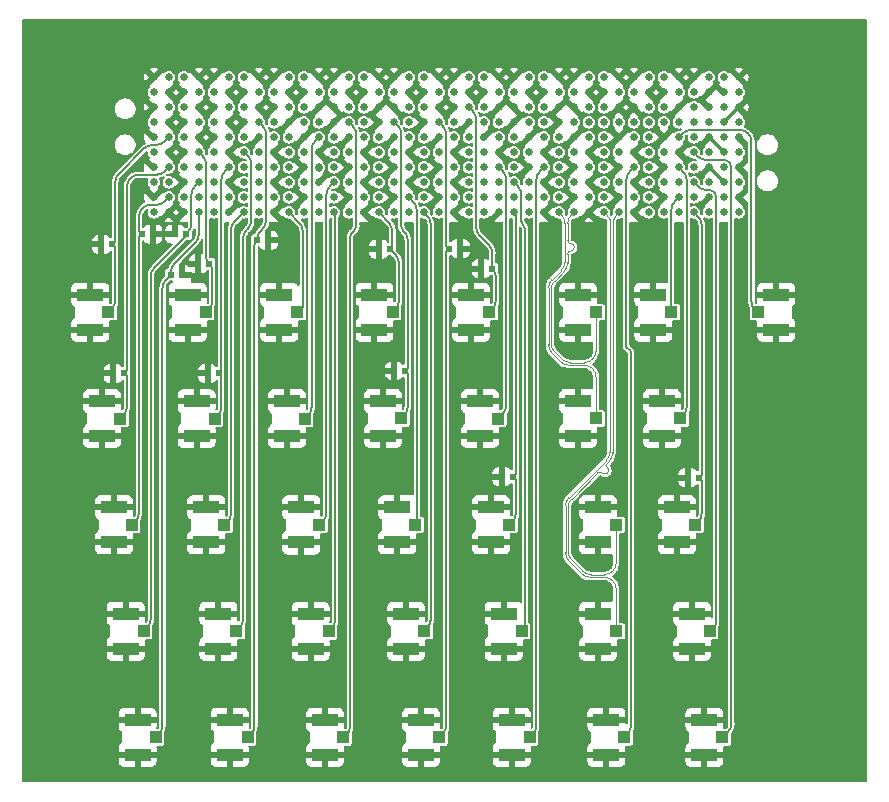
<source format=gbr>
%TF.GenerationSoftware,KiCad,Pcbnew,(6.0.8)*%
%TF.CreationDate,2022-12-05T17:54:34+01:00*%
%TF.ProjectId,FMC-HPC-BRK,464d432d-4850-4432-9d42-524b2e6b6963,rev?*%
%TF.SameCoordinates,Original*%
%TF.FileFunction,Copper,L1,Top*%
%TF.FilePolarity,Positive*%
%FSLAX46Y46*%
G04 Gerber Fmt 4.6, Leading zero omitted, Abs format (unit mm)*
G04 Created by KiCad (PCBNEW (6.0.8)) date 2022-12-05 17:54:34*
%MOMM*%
%LPD*%
G01*
G04 APERTURE LIST*
G04 Aperture macros list*
%AMRoundRect*
0 Rectangle with rounded corners*
0 $1 Rounding radius*
0 $2 $3 $4 $5 $6 $7 $8 $9 X,Y pos of 4 corners*
0 Add a 4 corners polygon primitive as box body*
4,1,4,$2,$3,$4,$5,$6,$7,$8,$9,$2,$3,0*
0 Add four circle primitives for the rounded corners*
1,1,$1+$1,$2,$3*
1,1,$1+$1,$4,$5*
1,1,$1+$1,$6,$7*
1,1,$1+$1,$8,$9*
0 Add four rect primitives between the rounded corners*
20,1,$1+$1,$2,$3,$4,$5,0*
20,1,$1+$1,$4,$5,$6,$7,0*
20,1,$1+$1,$6,$7,$8,$9,0*
20,1,$1+$1,$8,$9,$2,$3,0*%
G04 Aperture macros list end*
%TA.AperFunction,SMDPad,CuDef*%
%ADD10C,0.640000*%
%TD*%
%TA.AperFunction,SMDPad,CuDef*%
%ADD11R,0.600000X0.580000*%
%TD*%
%TA.AperFunction,SMDPad,CuDef*%
%ADD12RoundRect,0.144780X0.144780X0.144780X-0.144780X0.144780X-0.144780X-0.144780X0.144780X-0.144780X0*%
%TD*%
%TA.AperFunction,SMDPad,CuDef*%
%ADD13RoundRect,0.144780X-0.144780X-0.144780X0.144780X-0.144780X0.144780X0.144780X-0.144780X0.144780X0*%
%TD*%
%TA.AperFunction,SMDPad,CuDef*%
%ADD14R,2.200000X1.050000*%
%TD*%
%TA.AperFunction,SMDPad,CuDef*%
%ADD15R,1.050000X1.000000*%
%TD*%
%TA.AperFunction,ViaPad*%
%ADD16C,0.640000*%
%TD*%
%TA.AperFunction,Conductor*%
%ADD17C,0.127000*%
%TD*%
%TA.AperFunction,Conductor*%
%ADD18C,0.100000*%
%TD*%
%TA.AperFunction,Conductor*%
%ADD19C,0.300000*%
%TD*%
G04 APERTURE END LIST*
D10*
%TO.P,K1,A1,A01*%
%TO.N,GND*%
X108380000Y-31115000D03*
%TO.P,K1,A2,A02*%
%TO.N,/A2a*%
X109650000Y-31115000D03*
%TO.P,K1,A3,A03*%
%TO.N,/A3a*%
X110920000Y-31115000D03*
%TO.P,K1,A4,A04*%
%TO.N,GND*%
X112190000Y-31115000D03*
%TO.P,K1,A5,A05*%
X113460000Y-31115000D03*
%TO.P,K1,A6,A06*%
%TO.N,/A6a*%
X114730000Y-31115000D03*
%TO.P,K1,A7,A07*%
%TO.N,/A7a*%
X116000000Y-31115000D03*
%TO.P,K1,A8,A08*%
%TO.N,GND*%
X117270000Y-31115000D03*
%TO.P,K1,A9,A09*%
X118540000Y-31115000D03*
%TO.P,K1,A10,A10*%
%TO.N,/A10a*%
X119810000Y-31115000D03*
%TO.P,K1,A11,A11*%
%TO.N,/A11a*%
X121080000Y-31115000D03*
%TO.P,K1,A12,A12*%
%TO.N,GND*%
X122350000Y-31115000D03*
%TO.P,K1,A13,A13*%
X123620000Y-31115000D03*
%TO.P,K1,A14,A14*%
%TO.N,/A14a*%
X124890000Y-31115000D03*
%TO.P,K1,A15,A15*%
%TO.N,/A15a*%
X126160000Y-31115000D03*
%TO.P,K1,A16,A16*%
%TO.N,GND*%
X127430000Y-31115000D03*
%TO.P,K1,A17,A17*%
X128700000Y-31115000D03*
%TO.P,K1,A18,A18*%
%TO.N,/A18a*%
X129970000Y-31115000D03*
%TO.P,K1,A19,A19*%
%TO.N,/A19a*%
X131240000Y-31115000D03*
%TO.P,K1,A20,A20*%
%TO.N,GND*%
X132510000Y-31115000D03*
%TO.P,K1,A21,A21*%
X133780000Y-31115000D03*
%TO.P,K1,A22,A22*%
%TO.N,/A22a*%
X135050000Y-31115000D03*
%TO.P,K1,A23,A23*%
%TO.N,/A23a*%
X136320000Y-31115000D03*
%TO.P,K1,A24,A24*%
%TO.N,GND*%
X137590000Y-31115000D03*
%TO.P,K1,A25,A25*%
X138860000Y-31115000D03*
%TO.P,K1,A26,A26*%
%TO.N,/A26a*%
X140130000Y-31115000D03*
%TO.P,K1,A27,A27*%
%TO.N,/A27a*%
X141400000Y-31115000D03*
%TO.P,K1,A28,A28*%
%TO.N,GND*%
X142670000Y-31115000D03*
%TO.P,K1,A29,A29*%
X143940000Y-31115000D03*
%TO.P,K1,A30,A30*%
%TO.N,/A30a*%
X145210000Y-31115000D03*
%TO.P,K1,A31,A31*%
%TO.N,/A31a*%
X146480000Y-31115000D03*
%TO.P,K1,A32,A32*%
%TO.N,GND*%
X147750000Y-31115000D03*
%TO.P,K1,A33,A33*%
X149020000Y-31115000D03*
%TO.P,K1,A34,A34*%
%TO.N,/A34a*%
X150290000Y-31115000D03*
%TO.P,K1,A35,A35*%
%TO.N,/A35a*%
X151560000Y-31115000D03*
%TO.P,K1,A36,A36*%
%TO.N,GND*%
X152830000Y-31115000D03*
%TO.P,K1,A37,A37*%
X154100000Y-31115000D03*
%TO.P,K1,A38,A38*%
%TO.N,/A38a*%
X155370000Y-31115000D03*
%TO.P,K1,A39,A39*%
%TO.N,/A39a*%
X156640000Y-31115000D03*
%TO.P,K1,A40,A40*%
%TO.N,GND*%
X157910000Y-31115000D03*
%TO.P,K1,B1,B01*%
%TO.N,/A1b*%
X108380000Y-32385000D03*
%TO.P,K1,B2,B02*%
%TO.N,GND*%
X109650000Y-32385000D03*
%TO.P,K1,B3,B03*%
X110920000Y-32385000D03*
%TO.P,K1,B4,B04*%
%TO.N,/A4b*%
X112190000Y-32385000D03*
%TO.P,K1,B5,B05*%
%TO.N,/A5b*%
X113460000Y-32385000D03*
%TO.P,K1,B6,B06*%
%TO.N,GND*%
X114730000Y-32385000D03*
%TO.P,K1,B7,B07*%
X116000000Y-32385000D03*
%TO.P,K1,B8,B08*%
%TO.N,/A8b*%
X117270000Y-32385000D03*
%TO.P,K1,B9,B09*%
%TO.N,/A9b*%
X118540000Y-32385000D03*
%TO.P,K1,B10,B10*%
%TO.N,GND*%
X119810000Y-32385000D03*
%TO.P,K1,B11,B11*%
X121080000Y-32385000D03*
%TO.P,K1,B12,B12*%
%TO.N,/A12b*%
X122350000Y-32385000D03*
%TO.P,K1,B13,B13*%
%TO.N,/A13b*%
X123620000Y-32385000D03*
%TO.P,K1,B14,B14*%
%TO.N,GND*%
X124890000Y-32385000D03*
%TO.P,K1,B15,B15*%
X126160000Y-32385000D03*
%TO.P,K1,B16,B16*%
%TO.N,/A16b*%
X127430000Y-32385000D03*
%TO.P,K1,B17,B17*%
%TO.N,/A17b*%
X128700000Y-32385000D03*
%TO.P,K1,B18,B18*%
%TO.N,GND*%
X129970000Y-32385000D03*
%TO.P,K1,B19,B19*%
X131240000Y-32385000D03*
%TO.P,K1,B20,B20*%
%TO.N,/A20b*%
X132510000Y-32385000D03*
%TO.P,K1,B21,B21*%
%TO.N,/A21b*%
X133780000Y-32385000D03*
%TO.P,K1,B22,B22*%
%TO.N,GND*%
X135050000Y-32385000D03*
%TO.P,K1,B23,B23*%
X136320000Y-32385000D03*
%TO.P,K1,B24,B24*%
%TO.N,/A24b*%
X137590000Y-32385000D03*
%TO.P,K1,B25,B25*%
%TO.N,/A25b*%
X138860000Y-32385000D03*
%TO.P,K1,B26,B26*%
%TO.N,GND*%
X140130000Y-32385000D03*
%TO.P,K1,B27,B27*%
X141400000Y-32385000D03*
%TO.P,K1,B28,B28*%
%TO.N,/A28b*%
X142670000Y-32385000D03*
%TO.P,K1,B29,B29*%
%TO.N,/A29b*%
X143940000Y-32385000D03*
%TO.P,K1,B30,B30*%
%TO.N,GND*%
X145210000Y-32385000D03*
%TO.P,K1,B31,B31*%
X146480000Y-32385000D03*
%TO.P,K1,B32,B32*%
%TO.N,/A32b*%
X147750000Y-32385000D03*
%TO.P,K1,B33,B33*%
%TO.N,/A33b*%
X149020000Y-32385000D03*
%TO.P,K1,B34,B34*%
%TO.N,GND*%
X150290000Y-32385000D03*
%TO.P,K1,B35,B35*%
X151560000Y-32385000D03*
%TO.P,K1,B36,B36*%
%TO.N,/A36b*%
X152830000Y-32385000D03*
%TO.P,K1,B37,B37*%
%TO.N,/A37b*%
X154100000Y-32385000D03*
%TO.P,K1,B38,B38*%
%TO.N,GND*%
X155370000Y-32385000D03*
%TO.P,K1,B39,B39*%
X156640000Y-32385000D03*
%TO.P,K1,B40,B40*%
%TO.N,/A40b*%
X157910000Y-32385000D03*
%TO.P,K1,C1,C01*%
%TO.N,GND*%
X108380000Y-33655000D03*
%TO.P,K1,C2,C02*%
%TO.N,/B2a*%
X109650000Y-33655000D03*
%TO.P,K1,C3,C03*%
%TO.N,/B3a*%
X110920000Y-33655000D03*
%TO.P,K1,C4,C04*%
%TO.N,GND*%
X112190000Y-33655000D03*
%TO.P,K1,C5,C05*%
X113460000Y-33655000D03*
%TO.P,K1,C6,C06*%
%TO.N,/B6a*%
X114730000Y-33655000D03*
%TO.P,K1,C7,C07*%
%TO.N,/B7a*%
X116000000Y-33655000D03*
%TO.P,K1,C8,C08*%
%TO.N,GND*%
X117270000Y-33655000D03*
%TO.P,K1,C9,C09*%
X118540000Y-33655000D03*
%TO.P,K1,C10,C10*%
%TO.N,/B10a*%
X119810000Y-33655000D03*
%TO.P,K1,C11,C11*%
%TO.N,/B11a*%
X121080000Y-33655000D03*
%TO.P,K1,C12,C12*%
%TO.N,GND*%
X122350000Y-33655000D03*
%TO.P,K1,C13,C13*%
X123620000Y-33655000D03*
%TO.P,K1,C14,C14*%
%TO.N,/B14a*%
X124890000Y-33655000D03*
%TO.P,K1,C15,C15*%
%TO.N,/B15a*%
X126160000Y-33655000D03*
%TO.P,K1,C16,C16*%
%TO.N,GND*%
X127430000Y-33655000D03*
%TO.P,K1,C17,C17*%
X128700000Y-33655000D03*
%TO.P,K1,C18,C18*%
%TO.N,/B18a*%
X129970000Y-33655000D03*
%TO.P,K1,C19,C19*%
%TO.N,/B19a*%
X131240000Y-33655000D03*
%TO.P,K1,C20,C20*%
%TO.N,GND*%
X132510000Y-33655000D03*
%TO.P,K1,C21,C21*%
X133780000Y-33655000D03*
%TO.P,K1,C22,C22*%
%TO.N,/B22a*%
X135050000Y-33655000D03*
%TO.P,K1,C23,C23*%
%TO.N,/B23a*%
X136320000Y-33655000D03*
%TO.P,K1,C24,C24*%
%TO.N,GND*%
X137590000Y-33655000D03*
%TO.P,K1,C25,C25*%
X138860000Y-33655000D03*
%TO.P,K1,C26,C26*%
%TO.N,/B26a*%
X140130000Y-33655000D03*
%TO.P,K1,C27,C27*%
%TO.N,/B27a*%
X141400000Y-33655000D03*
%TO.P,K1,C28,C28*%
%TO.N,GND*%
X142670000Y-33655000D03*
%TO.P,K1,C29,C29*%
X143940000Y-33655000D03*
%TO.P,K1,C30,C30*%
%TO.N,/B30a*%
X145210000Y-33655000D03*
%TO.P,K1,C31,C31*%
%TO.N,/B31a*%
X146480000Y-33655000D03*
%TO.P,K1,C32,C32*%
%TO.N,GND*%
X147750000Y-33655000D03*
%TO.P,K1,C33,C33*%
X149020000Y-33655000D03*
%TO.P,K1,C34,C34*%
%TO.N,/B34a*%
X150290000Y-33655000D03*
%TO.P,K1,C35,C35*%
%TO.N,/B35a*%
X151560000Y-33655000D03*
%TO.P,K1,C36,C36*%
%TO.N,GND*%
X152830000Y-33655000D03*
%TO.P,K1,C37,C37*%
%TO.N,/B37a*%
X154100000Y-33655000D03*
%TO.P,K1,C38,C38*%
%TO.N,GND*%
X155370000Y-33655000D03*
%TO.P,K1,C39,C39*%
%TO.N,/B39a*%
X156640000Y-33655000D03*
%TO.P,K1,C40,C40*%
%TO.N,GND*%
X157910000Y-33655000D03*
%TO.P,K1,D1,D01*%
%TO.N,/B1b*%
X108380000Y-34925000D03*
%TO.P,K1,D2,D02*%
%TO.N,GND*%
X109650000Y-34925000D03*
%TO.P,K1,D3,D03*%
X110920000Y-34925000D03*
%TO.P,K1,D4,D04*%
%TO.N,/B4b*%
X112190000Y-34925000D03*
%TO.P,K1,D5,D05*%
%TO.N,/B5b*%
X113460000Y-34925000D03*
%TO.P,K1,D6,D06*%
%TO.N,GND*%
X114730000Y-34925000D03*
%TO.P,K1,D7,D07*%
X116000000Y-34925000D03*
%TO.P,K1,D8,D08*%
%TO.N,/B8b*%
X117270000Y-34925000D03*
%TO.P,K1,D9,D09*%
%TO.N,/B9b*%
X118540000Y-34925000D03*
%TO.P,K1,D10,D10*%
%TO.N,GND*%
X119810000Y-34925000D03*
%TO.P,K1,D11,D11*%
%TO.N,/B11b*%
X121080000Y-34925000D03*
%TO.P,K1,D12,D12*%
%TO.N,/B12b*%
X122350000Y-34925000D03*
%TO.P,K1,D13,D13*%
%TO.N,GND*%
X123620000Y-34925000D03*
%TO.P,K1,D14,D14*%
%TO.N,/B14b*%
X124890000Y-34925000D03*
%TO.P,K1,D15,D15*%
%TO.N,/B15b*%
X126160000Y-34925000D03*
%TO.P,K1,D16,D16*%
%TO.N,GND*%
X127430000Y-34925000D03*
%TO.P,K1,D17,D17*%
%TO.N,/B17b*%
X128700000Y-34925000D03*
%TO.P,K1,D18,D18*%
%TO.N,/B18b*%
X129970000Y-34925000D03*
%TO.P,K1,D19,D19*%
%TO.N,GND*%
X131240000Y-34925000D03*
%TO.P,K1,D20,D20*%
%TO.N,/B20b*%
X132510000Y-34925000D03*
%TO.P,K1,D21,D21*%
%TO.N,/B21b*%
X133780000Y-34925000D03*
%TO.P,K1,D22,D22*%
%TO.N,GND*%
X135050000Y-34925000D03*
%TO.P,K1,D23,D23*%
%TO.N,/B23b*%
X136320000Y-34925000D03*
%TO.P,K1,D24,D24*%
%TO.N,/B24b*%
X137590000Y-34925000D03*
%TO.P,K1,D25,D25*%
%TO.N,GND*%
X138860000Y-34925000D03*
%TO.P,K1,D26,D26*%
%TO.N,/B26b*%
X140130000Y-34925000D03*
%TO.P,K1,D27,D27*%
%TO.N,/B27b*%
X141400000Y-34925000D03*
%TO.P,K1,D28,D28*%
%TO.N,GND*%
X142670000Y-34925000D03*
%TO.P,K1,D29,D29*%
%TO.N,/B29b*%
X143940000Y-34925000D03*
%TO.P,K1,D30,D30*%
%TO.N,/B30b*%
X145210000Y-34925000D03*
%TO.P,K1,D31,D31*%
%TO.N,/B31b*%
X146480000Y-34925000D03*
%TO.P,K1,D32,D32*%
%TO.N,/B32b*%
X147750000Y-34925000D03*
%TO.P,K1,D33,D33*%
%TO.N,/B33b*%
X149020000Y-34925000D03*
%TO.P,K1,D34,D34*%
%TO.N,/B34b*%
X150290000Y-34925000D03*
%TO.P,K1,D35,D35*%
%TO.N,/B35b*%
X151560000Y-34925000D03*
%TO.P,K1,D36,D36*%
%TO.N,/B36b*%
X152830000Y-34925000D03*
%TO.P,K1,D37,D37*%
%TO.N,GND*%
X154100000Y-34925000D03*
%TO.P,K1,D38,D38*%
%TO.N,/B38b*%
X155370000Y-34925000D03*
%TO.P,K1,D39,D39*%
%TO.N,GND*%
X156640000Y-34925000D03*
%TO.P,K1,D40,D40*%
%TO.N,/B40b*%
X157910000Y-34925000D03*
%TO.P,K1,E1,E01*%
%TO.N,GND*%
X108380000Y-36195000D03*
%TO.P,K1,E2,E02*%
%TO.N,/C2a*%
X109650000Y-36195000D03*
%TO.P,K1,E3,E03*%
%TO.N,/C3a*%
X110920000Y-36195000D03*
%TO.P,K1,E4,E04*%
%TO.N,GND*%
X112190000Y-36195000D03*
%TO.P,K1,E5,E05*%
X113460000Y-36195000D03*
%TO.P,K1,E6,E06*%
%TO.N,/C6a*%
X114730000Y-36195000D03*
%TO.P,K1,E7,E07*%
%TO.N,/C7a*%
X116000000Y-36195000D03*
%TO.P,K1,E8,E08*%
%TO.N,GND*%
X117270000Y-36195000D03*
%TO.P,K1,E9,E09*%
%TO.N,/C9a*%
X118540000Y-36195000D03*
%TO.P,K1,E10,E10*%
%TO.N,/C10a*%
X119810000Y-36195000D03*
%TO.P,K1,E11,E11*%
%TO.N,GND*%
X121080000Y-36195000D03*
%TO.P,K1,E12,E12*%
%TO.N,/C12a*%
X122350000Y-36195000D03*
%TO.P,K1,E13,E13*%
%TO.N,/C13a*%
X123620000Y-36195000D03*
%TO.P,K1,E14,E14*%
%TO.N,GND*%
X124890000Y-36195000D03*
%TO.P,K1,E15,E15*%
%TO.N,/C15a*%
X126160000Y-36195000D03*
%TO.P,K1,E16,E16*%
%TO.N,/C16a*%
X127430000Y-36195000D03*
%TO.P,K1,E17,E17*%
%TO.N,GND*%
X128700000Y-36195000D03*
%TO.P,K1,E18,E18*%
%TO.N,/C18a*%
X129970000Y-36195000D03*
%TO.P,K1,E19,E19*%
%TO.N,/C19a*%
X131240000Y-36195000D03*
%TO.P,K1,E20,E20*%
%TO.N,GND*%
X132510000Y-36195000D03*
%TO.P,K1,E21,E21*%
%TO.N,/C21a*%
X133780000Y-36195000D03*
%TO.P,K1,E22,E22*%
%TO.N,/C22a*%
X135050000Y-36195000D03*
%TO.P,K1,E23,E23*%
%TO.N,GND*%
X136320000Y-36195000D03*
%TO.P,K1,E24,E24*%
%TO.N,/C24a*%
X137590000Y-36195000D03*
%TO.P,K1,E25,E25*%
%TO.N,/C25a*%
X138860000Y-36195000D03*
%TO.P,K1,E26,E26*%
%TO.N,GND*%
X140130000Y-36195000D03*
%TO.P,K1,E27,E27*%
%TO.N,/C27a*%
X141400000Y-36195000D03*
%TO.P,K1,E28,E28*%
%TO.N,/C28a*%
X142670000Y-36195000D03*
%TO.P,K1,E29,E29*%
%TO.N,GND*%
X143940000Y-36195000D03*
%TO.P,K1,E30,E30*%
%TO.N,/C30a*%
X145210000Y-36195000D03*
%TO.P,K1,E31,E31*%
%TO.N,/C31a*%
X146480000Y-36195000D03*
%TO.P,K1,E32,E32*%
%TO.N,GND*%
X147750000Y-36195000D03*
%TO.P,K1,E33,E33*%
%TO.N,/C33a*%
X149020000Y-36195000D03*
%TO.P,K1,E34,E34*%
%TO.N,/C34a*%
X150290000Y-36195000D03*
%TO.P,K1,E35,E35*%
%TO.N,GND*%
X151560000Y-36195000D03*
%TO.P,K1,E36,E36*%
%TO.N,/C36a*%
X152830000Y-36195000D03*
%TO.P,K1,E37,E37*%
%TO.N,/C37a*%
X154100000Y-36195000D03*
%TO.P,K1,E38,E38*%
%TO.N,GND*%
X155370000Y-36195000D03*
%TO.P,K1,E39,E39*%
%TO.N,/C39a*%
X156640000Y-36195000D03*
%TO.P,K1,E40,E40*%
%TO.N,GND*%
X157910000Y-36195000D03*
%TO.P,K1,F1,F01*%
%TO.N,/C1b*%
X108380000Y-37465000D03*
%TO.P,K1,F2,F02*%
%TO.N,GND*%
X109650000Y-37465000D03*
%TO.P,K1,F3,F03*%
X110920000Y-37465000D03*
%TO.P,K1,F4,F04*%
%TO.N,/C4b*%
X112190000Y-37465000D03*
%TO.P,K1,F5,F05*%
%TO.N,/C5b*%
X113460000Y-37465000D03*
%TO.P,K1,F6,F06*%
%TO.N,GND*%
X114730000Y-37465000D03*
%TO.P,K1,F7,F07*%
%TO.N,/C7b*%
X116000000Y-37465000D03*
%TO.P,K1,F8,F08*%
%TO.N,/C8b*%
X117270000Y-37465000D03*
%TO.P,K1,F9,F09*%
%TO.N,GND*%
X118540000Y-37465000D03*
%TO.P,K1,F10,F10*%
%TO.N,/C10b*%
X119810000Y-37465000D03*
%TO.P,K1,F11,F11*%
%TO.N,/C11b*%
X121080000Y-37465000D03*
%TO.P,K1,F12,F12*%
%TO.N,GND*%
X122350000Y-37465000D03*
%TO.P,K1,F13,F13*%
%TO.N,/C13b*%
X123620000Y-37465000D03*
%TO.P,K1,F14,F14*%
%TO.N,/C14b*%
X124890000Y-37465000D03*
%TO.P,K1,F15,F15*%
%TO.N,GND*%
X126160000Y-37465000D03*
%TO.P,K1,F16,F16*%
%TO.N,/C16b*%
X127430000Y-37465000D03*
%TO.P,K1,F17,F17*%
%TO.N,/C17b*%
X128700000Y-37465000D03*
%TO.P,K1,F18,F18*%
%TO.N,GND*%
X129970000Y-37465000D03*
%TO.P,K1,F19,F19*%
%TO.N,/C19b*%
X131240000Y-37465000D03*
%TO.P,K1,F20,F20*%
%TO.N,/C20b*%
X132510000Y-37465000D03*
%TO.P,K1,F21,F21*%
%TO.N,GND*%
X133780000Y-37465000D03*
%TO.P,K1,F22,F22*%
%TO.N,/C22b*%
X135050000Y-37465000D03*
%TO.P,K1,F23,F23*%
%TO.N,/C23b*%
X136320000Y-37465000D03*
%TO.P,K1,F24,F24*%
%TO.N,GND*%
X137590000Y-37465000D03*
%TO.P,K1,F25,F25*%
%TO.N,/C25b*%
X138860000Y-37465000D03*
%TO.P,K1,F26,F26*%
%TO.N,/C26b*%
X140130000Y-37465000D03*
%TO.P,K1,F27,F27*%
%TO.N,GND*%
X141400000Y-37465000D03*
%TO.P,K1,F28,F28*%
%TO.N,/C28b*%
X142670000Y-37465000D03*
%TO.P,K1,F29,F29*%
%TO.N,/C29b*%
X143940000Y-37465000D03*
%TO.P,K1,F30,F30*%
%TO.N,GND*%
X145210000Y-37465000D03*
%TO.P,K1,F31,F31*%
%TO.N,/C31b*%
X146480000Y-37465000D03*
%TO.P,K1,F32,F32*%
%TO.N,/C32b*%
X147750000Y-37465000D03*
%TO.P,K1,F33,F33*%
%TO.N,GND*%
X149020000Y-37465000D03*
%TO.P,K1,F34,F34*%
%TO.N,/C34b*%
X150290000Y-37465000D03*
%TO.P,K1,F35,F35*%
%TO.N,/C35b*%
X151560000Y-37465000D03*
%TO.P,K1,F36,F36*%
%TO.N,GND*%
X152830000Y-37465000D03*
%TO.P,K1,F37,F37*%
%TO.N,/C37b*%
X154100000Y-37465000D03*
%TO.P,K1,F38,F38*%
%TO.N,/C38b*%
X155370000Y-37465000D03*
%TO.P,K1,F39,F39*%
%TO.N,GND*%
X156640000Y-37465000D03*
%TO.P,K1,F40,F40*%
%TO.N,/C40b*%
X157910000Y-37465000D03*
%TO.P,K1,G1,G01*%
%TO.N,GND*%
X108380000Y-38735000D03*
%TO.P,K1,G2,G02*%
%TO.N,/D2a*%
X109650000Y-38735000D03*
%TO.P,K1,G3,G03*%
%TO.N,/D3a*%
X110920000Y-38735000D03*
%TO.P,K1,G4,G04*%
%TO.N,GND*%
X112190000Y-38735000D03*
%TO.P,K1,G5,G05*%
X113460000Y-38735000D03*
%TO.P,K1,G6,G06*%
%TO.N,/D6a*%
X114730000Y-38735000D03*
%TO.P,K1,G7,G07*%
%TO.N,/D7a*%
X116000000Y-38735000D03*
%TO.P,K1,G8,G08*%
%TO.N,GND*%
X117270000Y-38735000D03*
%TO.P,K1,G9,G09*%
%TO.N,/D9a*%
X118540000Y-38735000D03*
%TO.P,K1,G10,G10*%
%TO.N,/D10a*%
X119810000Y-38735000D03*
%TO.P,K1,G11,G11*%
%TO.N,GND*%
X121080000Y-38735000D03*
%TO.P,K1,G12,G12*%
%TO.N,/D12a*%
X122350000Y-38735000D03*
%TO.P,K1,G13,G13*%
%TO.N,/D13a*%
X123620000Y-38735000D03*
%TO.P,K1,G14,G14*%
%TO.N,GND*%
X124890000Y-38735000D03*
%TO.P,K1,G15,G15*%
%TO.N,/D15a*%
X126160000Y-38735000D03*
%TO.P,K1,G16,G16*%
%TO.N,/D16a*%
X127430000Y-38735000D03*
%TO.P,K1,G17,G17*%
%TO.N,GND*%
X128700000Y-38735000D03*
%TO.P,K1,G18,G18*%
%TO.N,/D18a*%
X129970000Y-38735000D03*
%TO.P,K1,G19,G19*%
%TO.N,/D19a*%
X131240000Y-38735000D03*
%TO.P,K1,G20,G20*%
%TO.N,GND*%
X132510000Y-38735000D03*
%TO.P,K1,G21,G21*%
%TO.N,/D21a*%
X133780000Y-38735000D03*
%TO.P,K1,G22,G22*%
%TO.N,/D22a*%
X135050000Y-38735000D03*
%TO.P,K1,G23,G23*%
%TO.N,GND*%
X136320000Y-38735000D03*
%TO.P,K1,G24,G24*%
%TO.N,/D24a*%
X137590000Y-38735000D03*
%TO.P,K1,G25,G25*%
%TO.N,/D25a*%
X138860000Y-38735000D03*
%TO.P,K1,G26,G26*%
%TO.N,GND*%
X140130000Y-38735000D03*
%TO.P,K1,G27,G27*%
%TO.N,/D27a*%
X141400000Y-38735000D03*
%TO.P,K1,G28,G28*%
%TO.N,/D28a*%
X142670000Y-38735000D03*
%TO.P,K1,G29,G29*%
%TO.N,GND*%
X143940000Y-38735000D03*
%TO.P,K1,G30,G30*%
%TO.N,/D30a*%
X145210000Y-38735000D03*
%TO.P,K1,G31,G31*%
%TO.N,/D31a*%
X146480000Y-38735000D03*
%TO.P,K1,G32,G32*%
%TO.N,GND*%
X147750000Y-38735000D03*
%TO.P,K1,G33,G33*%
%TO.N,/D33a*%
X149020000Y-38735000D03*
%TO.P,K1,G34,G34*%
%TO.N,/D34a*%
X150290000Y-38735000D03*
%TO.P,K1,G35,G35*%
%TO.N,GND*%
X151560000Y-38735000D03*
%TO.P,K1,G36,G36*%
%TO.N,/D36a*%
X152830000Y-38735000D03*
%TO.P,K1,G37,G37*%
%TO.N,/D37a*%
X154100000Y-38735000D03*
%TO.P,K1,G38,G38*%
%TO.N,GND*%
X155370000Y-38735000D03*
%TO.P,K1,G39,G39*%
%TO.N,/D39a*%
X156640000Y-38735000D03*
%TO.P,K1,G40,G40*%
%TO.N,GND*%
X157910000Y-38735000D03*
%TO.P,K1,H1,H01*%
%TO.N,/D1b*%
X108380000Y-40005000D03*
%TO.P,K1,H2,H02*%
%TO.N,/D2b*%
X109650000Y-40005000D03*
%TO.P,K1,H3,H03*%
%TO.N,GND*%
X110920000Y-40005000D03*
%TO.P,K1,H4,H04*%
%TO.N,/D4b*%
X112190000Y-40005000D03*
%TO.P,K1,H5,H05*%
%TO.N,/D5b*%
X113460000Y-40005000D03*
%TO.P,K1,H6,H06*%
%TO.N,GND*%
X114730000Y-40005000D03*
%TO.P,K1,H7,H07*%
%TO.N,/D7b*%
X116000000Y-40005000D03*
%TO.P,K1,H8,H08*%
%TO.N,/D8b*%
X117270000Y-40005000D03*
%TO.P,K1,H9,H09*%
%TO.N,GND*%
X118540000Y-40005000D03*
%TO.P,K1,H10,H10*%
%TO.N,/D10b*%
X119810000Y-40005000D03*
%TO.P,K1,H11,H11*%
%TO.N,/D11b*%
X121080000Y-40005000D03*
%TO.P,K1,H12,H12*%
%TO.N,GND*%
X122350000Y-40005000D03*
%TO.P,K1,H13,H13*%
%TO.N,/D13b*%
X123620000Y-40005000D03*
%TO.P,K1,H14,H14*%
%TO.N,/D14b*%
X124890000Y-40005000D03*
%TO.P,K1,H15,H15*%
%TO.N,GND*%
X126160000Y-40005000D03*
%TO.P,K1,H16,H16*%
%TO.N,/D16b*%
X127430000Y-40005000D03*
%TO.P,K1,H17,H17*%
%TO.N,/D17b*%
X128700000Y-40005000D03*
%TO.P,K1,H18,H18*%
%TO.N,GND*%
X129970000Y-40005000D03*
%TO.P,K1,H19,H19*%
%TO.N,/D19b*%
X131240000Y-40005000D03*
%TO.P,K1,H20,H20*%
%TO.N,/D20b*%
X132510000Y-40005000D03*
%TO.P,K1,H21,H21*%
%TO.N,GND*%
X133780000Y-40005000D03*
%TO.P,K1,H22,H22*%
%TO.N,/D22b*%
X135050000Y-40005000D03*
%TO.P,K1,H23,H23*%
%TO.N,/D23b*%
X136320000Y-40005000D03*
%TO.P,K1,H24,H24*%
%TO.N,GND*%
X137590000Y-40005000D03*
%TO.P,K1,H25,H25*%
%TO.N,/D25b*%
X138860000Y-40005000D03*
%TO.P,K1,H26,H26*%
%TO.N,/D26b*%
X140130000Y-40005000D03*
%TO.P,K1,H27,H27*%
%TO.N,GND*%
X141400000Y-40005000D03*
%TO.P,K1,H28,H28*%
%TO.N,/D28b*%
X142670000Y-40005000D03*
%TO.P,K1,H29,H29*%
%TO.N,/D29b*%
X143940000Y-40005000D03*
%TO.P,K1,H30,H30*%
%TO.N,GND*%
X145210000Y-40005000D03*
%TO.P,K1,H31,H31*%
%TO.N,/D31b*%
X146480000Y-40005000D03*
%TO.P,K1,H32,H32*%
%TO.N,/D32b*%
X147750000Y-40005000D03*
%TO.P,K1,H33,H33*%
%TO.N,GND*%
X149020000Y-40005000D03*
%TO.P,K1,H34,H34*%
%TO.N,/D34b*%
X150290000Y-40005000D03*
%TO.P,K1,H35,H35*%
%TO.N,/D35b*%
X151560000Y-40005000D03*
%TO.P,K1,H36,H36*%
%TO.N,GND*%
X152830000Y-40005000D03*
%TO.P,K1,H37,H37*%
%TO.N,/D37b*%
X154100000Y-40005000D03*
%TO.P,K1,H38,H38*%
%TO.N,/D38b*%
X155370000Y-40005000D03*
%TO.P,K1,H39,H39*%
%TO.N,GND*%
X156640000Y-40005000D03*
%TO.P,K1,H40,H40*%
%TO.N,/D40b*%
X157910000Y-40005000D03*
%TO.P,K1,J1,J01*%
%TO.N,GND*%
X108380000Y-41275000D03*
%TO.P,K1,J2,J02*%
%TO.N,/E2a*%
X109650000Y-41275000D03*
%TO.P,K1,J3,J03*%
%TO.N,/E3a*%
X110920000Y-41275000D03*
%TO.P,K1,J4,J04*%
%TO.N,GND*%
X112190000Y-41275000D03*
%TO.P,K1,J5,J05*%
X113460000Y-41275000D03*
%TO.P,K1,J6,J06*%
%TO.N,/E6a*%
X114730000Y-41275000D03*
%TO.P,K1,J7,J07*%
%TO.N,/E7a*%
X116000000Y-41275000D03*
%TO.P,K1,J8,J08*%
%TO.N,GND*%
X117270000Y-41275000D03*
%TO.P,K1,J9,J09*%
%TO.N,/E9a*%
X118540000Y-41275000D03*
%TO.P,K1,J10,J10*%
%TO.N,/E10a*%
X119810000Y-41275000D03*
%TO.P,K1,J11,J11*%
%TO.N,GND*%
X121080000Y-41275000D03*
%TO.P,K1,J12,J12*%
%TO.N,/E12a*%
X122350000Y-41275000D03*
%TO.P,K1,J13,J13*%
%TO.N,/E13a*%
X123620000Y-41275000D03*
%TO.P,K1,J14,J14*%
%TO.N,GND*%
X124890000Y-41275000D03*
%TO.P,K1,J15,J15*%
%TO.N,/E15a*%
X126160000Y-41275000D03*
%TO.P,K1,J16,J16*%
%TO.N,/E16a*%
X127430000Y-41275000D03*
%TO.P,K1,J17,J17*%
%TO.N,GND*%
X128700000Y-41275000D03*
%TO.P,K1,J18,J18*%
%TO.N,/E18a*%
X129970000Y-41275000D03*
%TO.P,K1,J19,J19*%
%TO.N,/E19a*%
X131240000Y-41275000D03*
%TO.P,K1,J20,J20*%
%TO.N,GND*%
X132510000Y-41275000D03*
%TO.P,K1,J21,J21*%
%TO.N,/E21a*%
X133780000Y-41275000D03*
%TO.P,K1,J22,J22*%
%TO.N,/E22a*%
X135050000Y-41275000D03*
%TO.P,K1,J23,J23*%
%TO.N,GND*%
X136320000Y-41275000D03*
%TO.P,K1,J24,J24*%
%TO.N,/E24a*%
X137590000Y-41275000D03*
%TO.P,K1,J25,J25*%
%TO.N,/E25a*%
X138860000Y-41275000D03*
%TO.P,K1,J26,J26*%
%TO.N,GND*%
X140130000Y-41275000D03*
%TO.P,K1,J27,J27*%
%TO.N,/E27a*%
X141400000Y-41275000D03*
%TO.P,K1,J28,J28*%
%TO.N,/E28a*%
X142670000Y-41275000D03*
%TO.P,K1,J29,J29*%
%TO.N,GND*%
X143940000Y-41275000D03*
%TO.P,K1,J30,J30*%
%TO.N,/E30a*%
X145210000Y-41275000D03*
%TO.P,K1,J31,J31*%
%TO.N,/E31a*%
X146480000Y-41275000D03*
%TO.P,K1,J32,J32*%
%TO.N,GND*%
X147750000Y-41275000D03*
%TO.P,K1,J33,J33*%
%TO.N,/E33a*%
X149020000Y-41275000D03*
%TO.P,K1,J34,J34*%
%TO.N,/E34a*%
X150290000Y-41275000D03*
%TO.P,K1,J35,J35*%
%TO.N,GND*%
X151560000Y-41275000D03*
%TO.P,K1,J36,J36*%
%TO.N,/E36a*%
X152830000Y-41275000D03*
%TO.P,K1,J37,J37*%
%TO.N,/E37a*%
X154100000Y-41275000D03*
%TO.P,K1,J38,J38*%
%TO.N,GND*%
X155370000Y-41275000D03*
%TO.P,K1,J39,J39*%
%TO.N,/E39a*%
X156640000Y-41275000D03*
%TO.P,K1,J40,J40*%
%TO.N,GND*%
X157910000Y-41275000D03*
%TO.P,K1,K1,K01*%
%TO.N,/E1b*%
X108380000Y-42545000D03*
%TO.P,K1,K2,K02*%
%TO.N,GND*%
X109650000Y-42545000D03*
%TO.P,K1,K3,K03*%
X110920000Y-42545000D03*
%TO.P,K1,K4,K04*%
%TO.N,/E4b*%
X112190000Y-42545000D03*
%TO.P,K1,K5,K05*%
%TO.N,/E5b*%
X113460000Y-42545000D03*
%TO.P,K1,K6,K06*%
%TO.N,GND*%
X114730000Y-42545000D03*
%TO.P,K1,K7,K07*%
%TO.N,/E7b*%
X116000000Y-42545000D03*
%TO.P,K1,K8,K08*%
%TO.N,/E8b*%
X117270000Y-42545000D03*
%TO.P,K1,K9,K09*%
%TO.N,GND*%
X118540000Y-42545000D03*
%TO.P,K1,K10,K10*%
%TO.N,/E10b*%
X119810000Y-42545000D03*
%TO.P,K1,K11,K11*%
%TO.N,/E11b*%
X121080000Y-42545000D03*
%TO.P,K1,K12,K12*%
%TO.N,GND*%
X122350000Y-42545000D03*
%TO.P,K1,K13,K13*%
%TO.N,/E13b*%
X123620000Y-42545000D03*
%TO.P,K1,K14,K14*%
%TO.N,/E14b*%
X124890000Y-42545000D03*
%TO.P,K1,K15,K15*%
%TO.N,GND*%
X126160000Y-42545000D03*
%TO.P,K1,K16,K16*%
%TO.N,/E16b*%
X127430000Y-42545000D03*
%TO.P,K1,K17,K17*%
%TO.N,/E17b*%
X128700000Y-42545000D03*
%TO.P,K1,K18,K18*%
%TO.N,GND*%
X129970000Y-42545000D03*
%TO.P,K1,K19,K19*%
%TO.N,/E19b*%
X131240000Y-42545000D03*
%TO.P,K1,K20,K20*%
%TO.N,/E20b*%
X132510000Y-42545000D03*
%TO.P,K1,K21,K21*%
%TO.N,GND*%
X133780000Y-42545000D03*
%TO.P,K1,K22,K22*%
%TO.N,/E22b*%
X135050000Y-42545000D03*
%TO.P,K1,K23,K23*%
%TO.N,/E23b*%
X136320000Y-42545000D03*
%TO.P,K1,K24,K24*%
%TO.N,GND*%
X137590000Y-42545000D03*
%TO.P,K1,K25,K25*%
%TO.N,/E25b*%
X138860000Y-42545000D03*
%TO.P,K1,K26,K26*%
%TO.N,/E26b*%
X140130000Y-42545000D03*
%TO.P,K1,K27,K27*%
%TO.N,GND*%
X141400000Y-42545000D03*
%TO.P,K1,K28,K28*%
%TO.N,/E28b_P*%
X142670000Y-42545000D03*
%TO.P,K1,K29,K29*%
%TO.N,/E28b_N*%
X143940000Y-42545000D03*
%TO.P,K1,K30,K30*%
%TO.N,GND*%
X145210000Y-42545000D03*
%TO.P,K1,K31,K31*%
%TO.N,/E31b_P*%
X146480000Y-42545000D03*
%TO.P,K1,K32,K32*%
%TO.N,/E31b_N*%
X147750000Y-42545000D03*
%TO.P,K1,K33,K33*%
%TO.N,GND*%
X149020000Y-42545000D03*
%TO.P,K1,K34,K34*%
%TO.N,/E34b*%
X150290000Y-42545000D03*
%TO.P,K1,K35,K35*%
%TO.N,/E35b*%
X151560000Y-42545000D03*
%TO.P,K1,K36,K36*%
%TO.N,GND*%
X152830000Y-42545000D03*
%TO.P,K1,K37,K37*%
%TO.N,/E37b*%
X154100000Y-42545000D03*
%TO.P,K1,K38,K38*%
%TO.N,/E38b*%
X155370000Y-42545000D03*
%TO.P,K1,K39,K39*%
%TO.N,GND*%
X156640000Y-42545000D03*
%TO.P,K1,K40,K40*%
%TO.N,/E40b*%
X157910000Y-42545000D03*
%TD*%
D11*
%TO.P,R1,1*%
%TO.N,GND*%
X137855000Y-64925000D03*
%TO.P,R1,2*%
%TO.N,/E25b*%
X138785000Y-64925000D03*
%TD*%
%TO.P,R9,1*%
%TO.N,GND*%
X153605000Y-64995000D03*
%TO.P,R9,2*%
%TO.N,/E37b*%
X154535000Y-64995000D03*
%TD*%
%TO.P,R4,1*%
%TO.N,GND*%
X112930000Y-56170000D03*
%TO.P,R4,2*%
%TO.N,/D6a*%
X113860000Y-56170000D03*
%TD*%
%TO.P,R2,1*%
%TO.N,GND*%
X104945000Y-56170000D03*
%TO.P,R2,2*%
%TO.N,/D2a*%
X105875000Y-56170000D03*
%TD*%
%TO.P,R13,1*%
%TO.N,GND*%
X110760000Y-47820000D03*
%TO.P,R13,2*%
%TO.N,/E4b*%
X109830000Y-47820000D03*
%TD*%
%TO.P,R10,1*%
%TO.N,GND*%
X112155000Y-46895000D03*
%TO.P,R10,2*%
%TO.N,/C4b*%
X113085000Y-46895000D03*
%TD*%
%TO.P,R7,1*%
%TO.N,GND*%
X103950000Y-45265000D03*
%TO.P,R7,2*%
%TO.N,/C2a*%
X104880000Y-45265000D03*
%TD*%
%TO.P,R8,1*%
%TO.N,GND*%
X108290000Y-44385000D03*
%TO.P,R8,2*%
%TO.N,/E2a*%
X107360000Y-44385000D03*
%TD*%
%TO.P,R5,1*%
%TO.N,GND*%
X110165000Y-44375000D03*
%TO.P,R5,2*%
%TO.N,/D4b*%
X111095000Y-44375000D03*
%TD*%
%TO.P,R12,2*%
%TO.N,/B8b*%
X117140000Y-44895000D03*
%TO.P,R12,1*%
%TO.N,GND*%
X118070000Y-44895000D03*
%TD*%
%TO.P,R3,1*%
%TO.N,GND*%
X136115000Y-47315000D03*
%TO.P,R3,2*%
%TO.N,/B22a*%
X137045000Y-47315000D03*
%TD*%
%TO.P,R11,1*%
%TO.N,GND*%
X134310000Y-45620000D03*
%TO.P,R11,2*%
%TO.N,/B20b*%
X133380000Y-45620000D03*
%TD*%
%TO.P,R6,1*%
%TO.N,GND*%
X127425000Y-45655000D03*
%TO.P,R6,2*%
%TO.N,/E16b*%
X128355000Y-45655000D03*
%TD*%
D12*
%TO.P,C1,1*%
%TO.N,GND*%
X128730260Y-55950000D03*
D13*
%TO.P,C1,2*%
%TO.N,/B17b*%
X129649740Y-55950000D03*
%TD*%
D14*
%TO.P,LA00_P_CC1,1,GND*%
%TO.N,GND*%
X112000000Y-61475000D03*
D15*
%TO.P,LA00_P_CC1,2,SIG*%
%TO.N,/D6a*%
X113525000Y-60000000D03*
D14*
%TO.P,LA00_P_CC1,3,GND*%
%TO.N,GND*%
X112000000Y-58525000D03*
%TD*%
%TO.P,LA32_P1,1,GND*%
%TO.N,GND*%
X153935000Y-79475000D03*
D15*
%TO.P,LA32_P1,2,SIG*%
%TO.N,/D37b*%
X155460000Y-78000000D03*
D14*
%TO.P,LA32_P1,3,GND*%
%TO.N,GND*%
X153935000Y-76525000D03*
%TD*%
%TO.P,HA04_P1,1,GND*%
%TO.N,GND*%
X113855000Y-79475000D03*
D15*
%TO.P,HA04_P1,2,SIG*%
%TO.N,/C7b*%
X115380000Y-78000000D03*
D14*
%TO.P,HA04_P1,3,GND*%
%TO.N,GND*%
X113855000Y-76525000D03*
%TD*%
%TO.P,CLK3_BIDIR_P1,1,GND*%
%TO.N,GND*%
X105000000Y-70475000D03*
D15*
%TO.P,CLK3_BIDIR_P1,2,SIG*%
%TO.N,/E2a*%
X106525000Y-69000000D03*
D14*
%TO.P,CLK3_BIDIR_P1,3,GND*%
%TO.N,GND*%
X105000000Y-67525000D03*
%TD*%
%TO.P,LA13_P1,1,GND*%
%TO.N,GND*%
X127785000Y-61470000D03*
D15*
%TO.P,LA13_P1,2,SIG*%
%TO.N,/B17b*%
X129310000Y-59995000D03*
D14*
%TO.P,LA13_P1,3,GND*%
%TO.N,GND*%
X127785000Y-58520000D03*
%TD*%
%TO.P,HA17_P_CC1,1,GND*%
%TO.N,GND*%
X127065000Y-52470000D03*
D15*
%TO.P,HA17_P_CC1,2,SIG*%
%TO.N,/E16b*%
X128590000Y-50995000D03*
D14*
%TO.P,HA17_P_CC1,3,GND*%
%TO.N,GND*%
X127065000Y-49520000D03*
%TD*%
%TO.P,LA01_P_CC1,1,GND*%
%TO.N,GND*%
X114800000Y-88470000D03*
D15*
%TO.P,LA01_P_CC1,2,SIG*%
%TO.N,/B8b*%
X116325000Y-86995000D03*
D14*
%TO.P,LA01_P_CC1,3,GND*%
%TO.N,GND*%
X114800000Y-85520000D03*
%TD*%
%TO.P,HB00_P_CC2,1,GND*%
%TO.N,GND*%
X136925000Y-70470000D03*
D15*
%TO.P,HB00_P_CC2,2,SIG*%
%TO.N,/E25b*%
X138450000Y-68995000D03*
D14*
%TO.P,HB00_P_CC2,3,GND*%
%TO.N,GND*%
X136925000Y-67520000D03*
%TD*%
%TO.P,CLK1_M2C_P1,1,GND*%
%TO.N,GND*%
X104000000Y-61475000D03*
D15*
%TO.P,CLK1_M2C_P1,2,SIG*%
%TO.N,/D2a*%
X105525000Y-60000000D03*
D14*
%TO.P,CLK1_M2C_P1,3,GND*%
%TO.N,GND*%
X104000000Y-58525000D03*
%TD*%
%TO.P,LA17_P_CC1,1,GND*%
%TO.N,GND*%
X131000000Y-88475000D03*
D15*
%TO.P,LA17_P_CC1,2,SIG*%
%TO.N,/B20b*%
X132525000Y-87000000D03*
D14*
%TO.P,LA17_P_CC1,3,GND*%
%TO.N,GND*%
X131000000Y-85525000D03*
%TD*%
%TO.P,HB21_P1,1,GND*%
%TO.N,GND*%
X161075000Y-49520000D03*
D15*
%TO.P,HB21_P1,2,SIG*%
%TO.N,/C36a*%
X159550000Y-50995000D03*
D14*
%TO.P,HB21_P1,3,GND*%
%TO.N,GND*%
X161075000Y-52470000D03*
%TD*%
%TO.P,LA21_P1,1,GND*%
%TO.N,GND*%
X138000000Y-79475000D03*
D15*
%TO.P,LA21_P1,2,SIG*%
%TO.N,/D25b*%
X139525000Y-78000000D03*
D14*
%TO.P,LA21_P1,3,GND*%
%TO.N,GND*%
X138000000Y-76525000D03*
%TD*%
%TO.P,HA00_P_CC1,1,GND*%
%TO.N,GND*%
X111245000Y-52475000D03*
D15*
%TO.P,HA00_P_CC1,2,SIG*%
%TO.N,/C4b*%
X112770000Y-51000000D03*
D14*
%TO.P,HA00_P_CC1,3,GND*%
%TO.N,GND*%
X111245000Y-49525000D03*
%TD*%
%TO.P,CLK2_BIDIR_P1,1,GND*%
%TO.N,GND*%
X107000000Y-88475000D03*
D15*
%TO.P,CLK2_BIDIR_P1,2,SIG*%
%TO.N,/E4b*%
X108525000Y-87000000D03*
D14*
%TO.P,CLK2_BIDIR_P1,3,GND*%
%TO.N,GND*%
X107000000Y-85525000D03*
%TD*%
%TO.P,HA13_P1,1,GND*%
%TO.N,GND*%
X119645000Y-61475000D03*
D15*
%TO.P,HA13_P1,2,SIG*%
%TO.N,/C12a*%
X121170000Y-60000000D03*
D14*
%TO.P,HA13_P1,3,GND*%
%TO.N,GND*%
X119645000Y-58525000D03*
%TD*%
%TO.P,LA18_P_CC1,1,GND*%
%TO.N,GND*%
X135245000Y-52475000D03*
D15*
%TO.P,LA18_P_CC1,2,SIG*%
%TO.N,/B22a*%
X136770000Y-51000000D03*
D14*
%TO.P,LA18_P_CC1,3,GND*%
%TO.N,GND*%
X135245000Y-49525000D03*
%TD*%
%TO.P,HA21_P1,1,GND*%
%TO.N,GND*%
X129740000Y-79475000D03*
D15*
%TO.P,HA21_P1,2,SIG*%
%TO.N,/E19b*%
X131265000Y-78000000D03*
D14*
%TO.P,HA21_P1,3,GND*%
%TO.N,GND*%
X129740000Y-76525000D03*
%TD*%
%TO.P,HB17_P_CC1,1,GND*%
%TO.N,GND*%
X152685000Y-70475000D03*
D15*
%TO.P,HB17_P_CC1,2,SIG*%
%TO.N,/E37b*%
X154210000Y-69000000D03*
D14*
%TO.P,HB17_P_CC1,3,GND*%
%TO.N,GND*%
X152685000Y-67525000D03*
%TD*%
%TO.P,LA07_P1,1,GND*%
%TO.N,GND*%
X120870000Y-70480000D03*
D15*
%TO.P,LA07_P1,2,SIG*%
%TO.N,/D13b*%
X122395000Y-69005000D03*
D14*
%TO.P,LA07_P1,3,GND*%
%TO.N,GND*%
X120870000Y-67530000D03*
%TD*%
%TO.P,HB06_P_CC1,1,GND*%
%TO.N,GND*%
X144300000Y-61470000D03*
D15*
%TO.P,HB06_P_CC1,2,SIG*%
%TO.N,/E28b_P*%
X145825000Y-59995000D03*
D14*
%TO.P,HB06_P_CC1,3,GND*%
%TO.N,GND*%
X144300000Y-58520000D03*
%TD*%
%TO.P,HB18_P1,1,GND*%
%TO.N,GND*%
X150680000Y-52475000D03*
D15*
%TO.P,HB18_P1,2,SIG*%
%TO.N,/E36a*%
X152205000Y-51000000D03*
D14*
%TO.P,HB18_P1,3,GND*%
%TO.N,GND*%
X150680000Y-49525000D03*
%TD*%
%TO.P,CLK0_M2C_P1,1,GND*%
%TO.N,GND*%
X106000000Y-79475000D03*
D15*
%TO.P,CLK0_M2C_P1,2,SIG*%
%TO.N,/D4b*%
X107525000Y-78000000D03*
D14*
%TO.P,CLK0_M2C_P1,3,GND*%
%TO.N,GND*%
X106000000Y-76525000D03*
%TD*%
%TO.P,HA02_P1,1,GND*%
%TO.N,GND*%
X112830000Y-70475000D03*
D15*
%TO.P,HA02_P1,2,SIG*%
%TO.N,/E7b*%
X114355000Y-69000000D03*
D14*
%TO.P,HA02_P1,3,GND*%
%TO.N,GND*%
X112830000Y-67525000D03*
%TD*%
%TO.P,LA25_P1,1,GND*%
%TO.N,GND*%
X138680000Y-88470000D03*
D15*
%TO.P,LA25_P1,2,SIG*%
%TO.N,/D27a*%
X140205000Y-86995000D03*
D14*
%TO.P,LA25_P1,3,GND*%
%TO.N,GND*%
X138680000Y-85520000D03*
%TD*%
%TO.P,HA06_P1,1,GND*%
%TO.N,GND*%
X119000000Y-52475000D03*
D15*
%TO.P,HA06_P1,2,SIG*%
%TO.N,/E10b*%
X120525000Y-51000000D03*
D14*
%TO.P,HA06_P1,3,GND*%
%TO.N,GND*%
X119000000Y-49525000D03*
%TD*%
%TO.P,LA22_P1,1,GND*%
%TO.N,GND*%
X136000000Y-61475000D03*
D15*
%TO.P,LA22_P1,2,SIG*%
%TO.N,/D24a*%
X137525000Y-60000000D03*
D14*
%TO.P,LA22_P1,3,GND*%
%TO.N,GND*%
X136000000Y-58525000D03*
%TD*%
%TO.P,HA18_P1,1,GND*%
%TO.N,GND*%
X129000000Y-70475000D03*
D15*
%TO.P,HA18_P1,2,SIG*%
%TO.N,/E18a*%
X130525000Y-69000000D03*
D14*
%TO.P,HA18_P1,3,GND*%
%TO.N,GND*%
X129000000Y-67525000D03*
%TD*%
%TO.P,HB10_P1,1,GND*%
%TO.N,GND*%
X146000000Y-79475000D03*
D15*
%TO.P,HB10_P1,2,SIG*%
%TO.N,/E31b_P*%
X147525000Y-78000000D03*
D14*
%TO.P,HB10_P1,3,GND*%
%TO.N,GND*%
X146000000Y-76525000D03*
%TD*%
%TO.P,HA10_P1,1,GND*%
%TO.N,GND*%
X121650000Y-79500000D03*
D15*
%TO.P,HA10_P1,2,SIG*%
%TO.N,/E13b*%
X123175000Y-78025000D03*
D14*
%TO.P,HA10_P1,3,GND*%
%TO.N,GND*%
X121650000Y-76550000D03*
%TD*%
%TO.P,LA31_P1,1,GND*%
%TO.N,GND*%
X146700000Y-88465000D03*
D15*
%TO.P,LA31_P1,2,SIG*%
%TO.N,/D33a*%
X148225000Y-86990000D03*
D14*
%TO.P,LA31_P1,3,GND*%
%TO.N,GND*%
X146700000Y-85515000D03*
%TD*%
%TO.P,HB06_N_CC1,1,GND*%
%TO.N,GND*%
X144300000Y-52475000D03*
D15*
%TO.P,HB06_N_CC1,2,SIG*%
%TO.N,/E28b_N*%
X145825000Y-51000000D03*
D14*
%TO.P,HB06_N_CC1,3,GND*%
%TO.N,GND*%
X144300000Y-49525000D03*
%TD*%
%TO.P,HB20_P1,1,GND*%
%TO.N,GND*%
X155000000Y-88475000D03*
D15*
%TO.P,HB20_P1,2,SIG*%
%TO.N,/C37b*%
X156525000Y-87000000D03*
D14*
%TO.P,HB20_P1,3,GND*%
%TO.N,GND*%
X155000000Y-85525000D03*
%TD*%
%TO.P,LA09_P1,1,GND*%
%TO.N,GND*%
X122870000Y-88475000D03*
D15*
%TO.P,LA09_P1,2,SIG*%
%TO.N,/B14b*%
X124395000Y-87000000D03*
D14*
%TO.P,LA09_P1,3,GND*%
%TO.N,GND*%
X122870000Y-85525000D03*
%TD*%
%TO.P,HA01_P_CC1,1,GND*%
%TO.N,GND*%
X103000000Y-52475000D03*
D15*
%TO.P,HA01_P_CC1,2,SIG*%
%TO.N,/C2a*%
X104525000Y-51000000D03*
D14*
%TO.P,HA01_P_CC1,3,GND*%
%TO.N,GND*%
X103000000Y-49525000D03*
%TD*%
%TO.P,HB10_N1,1,GND*%
%TO.N,GND*%
X146000000Y-70475000D03*
D15*
%TO.P,HB10_N1,2,SIG*%
%TO.N,/E31b_N*%
X147525000Y-69000000D03*
D14*
%TO.P,HB10_N1,3,GND*%
%TO.N,GND*%
X146000000Y-67525000D03*
%TD*%
%TO.P,LA33_P1,1,GND*%
%TO.N,GND*%
X151415000Y-61470000D03*
D15*
%TO.P,LA33_P1,2,SIG*%
%TO.N,/D36a*%
X152940000Y-59995000D03*
D14*
%TO.P,LA33_P1,3,GND*%
%TO.N,GND*%
X151415000Y-58520000D03*
%TD*%
D16*
%TO.N,/A1b*%
X108380000Y-32385000D03*
%TO.N,/B1b*%
X108380000Y-34925000D03*
%TO.N,/C1b*%
X108380000Y-37465000D03*
%TO.N,/D1b*%
X108380000Y-40005000D03*
%TO.N,/E1b*%
X108380000Y-42545000D03*
%TO.N,/A2a*%
X109650000Y-31115000D03*
%TO.N,/B2a*%
X109650000Y-33655000D03*
%TO.N,/C2a*%
X109650000Y-36195000D03*
%TO.N,/D2a*%
X109650000Y-38735000D03*
%TO.N,/D2b*%
X109650000Y-40005000D03*
%TO.N,/E2a*%
X109650000Y-41275000D03*
%TO.N,/A3a*%
X110920000Y-31115000D03*
%TO.N,/B3a*%
X110920000Y-33655000D03*
%TO.N,/C3a*%
X110920000Y-36195000D03*
%TO.N,/D3a*%
X110920000Y-38735000D03*
%TO.N,/E3a*%
X110920000Y-41275000D03*
%TO.N,/A4b*%
X112190000Y-32385000D03*
%TO.N,/B4b*%
X112190000Y-34925000D03*
%TO.N,/C4b*%
X112190000Y-37465000D03*
%TO.N,/D4b*%
X112190000Y-40005000D03*
%TO.N,/E4b*%
X112190000Y-42545000D03*
%TO.N,/A5b*%
X113460000Y-32385000D03*
%TO.N,/B5b*%
X113460000Y-34925000D03*
%TO.N,/C5b*%
X113460000Y-37465000D03*
%TO.N,/D5b*%
X113460000Y-40005000D03*
%TO.N,/E5b*%
X113460000Y-42545000D03*
%TO.N,/A6a*%
X114730000Y-31115000D03*
%TO.N,/B6a*%
X114730000Y-33655000D03*
%TO.N,/C6a*%
X114730000Y-36195000D03*
%TO.N,/D6a*%
X114730000Y-38735000D03*
%TO.N,/E6a*%
X114730000Y-41275000D03*
%TO.N,/A7a*%
X116000000Y-31115000D03*
%TO.N,/B7a*%
X116000000Y-33655000D03*
%TO.N,/C7a*%
X116000000Y-36195000D03*
%TO.N,/C7b*%
X116000000Y-37465000D03*
%TO.N,/D7a*%
X116000000Y-38735000D03*
%TO.N,/D7b*%
X116000000Y-40005000D03*
%TO.N,/E7a*%
X116000000Y-41275000D03*
%TO.N,/E7b*%
X116000000Y-42545000D03*
%TO.N,/A8b*%
X117270000Y-32385000D03*
%TO.N,/B8b*%
X117270000Y-34925000D03*
%TO.N,/C8b*%
X117270000Y-37465000D03*
%TO.N,/D8b*%
X117270000Y-40005000D03*
%TO.N,/E8b*%
X117270000Y-42545000D03*
%TO.N,/A9b*%
X118540000Y-32385000D03*
%TO.N,/B9b*%
X118540000Y-34925000D03*
%TO.N,/C9a*%
X118540000Y-36195000D03*
%TO.N,/D9a*%
X118540000Y-38735000D03*
%TO.N,/E9a*%
X118540000Y-41275000D03*
%TO.N,/A10a*%
X119810000Y-31115000D03*
%TO.N,/B10a*%
X119810000Y-33655000D03*
%TO.N,/C10a*%
X119810000Y-36195000D03*
%TO.N,/C10b*%
X119810000Y-37465000D03*
%TO.N,/D10a*%
X119810000Y-38735000D03*
%TO.N,/D10b*%
X119810000Y-40005000D03*
%TO.N,/E10a*%
X119810000Y-41275000D03*
%TO.N,/E10b*%
X119810000Y-42545000D03*
%TO.N,/A11a*%
X121080000Y-31115000D03*
%TO.N,/B11a*%
X121080000Y-33655000D03*
%TO.N,/B11b*%
X121080000Y-34925000D03*
%TO.N,/C11b*%
X121080000Y-37465000D03*
%TO.N,/D11b*%
X121080000Y-40005000D03*
%TO.N,/E11b*%
X121080000Y-42545000D03*
%TO.N,/A12b*%
X122350000Y-32385000D03*
%TO.N,/B12b*%
X122350000Y-34925000D03*
%TO.N,/C12a*%
X122350000Y-36195000D03*
%TO.N,/D12a*%
X122350000Y-38750000D03*
%TO.N,/E12a*%
X122350000Y-41275000D03*
%TO.N,/A13b*%
X123620000Y-32385000D03*
%TO.N,/C13a*%
X123620000Y-36195000D03*
%TO.N,/C13b*%
X123620000Y-37465000D03*
%TO.N,/D13a*%
X123620000Y-38735000D03*
%TO.N,/D13b*%
X123620000Y-40005000D03*
%TO.N,/E13a*%
X123620000Y-41275000D03*
%TO.N,/E13b*%
X123620000Y-42545000D03*
%TO.N,/A14a*%
X124890000Y-31115000D03*
%TO.N,/B14a*%
X124890000Y-33655000D03*
%TO.N,/B14b*%
X124890000Y-34925000D03*
%TO.N,/C14b*%
X124890000Y-37465000D03*
%TO.N,/D14b*%
X124890000Y-40005000D03*
%TO.N,/E14b*%
X124890000Y-42545000D03*
%TO.N,/A15a*%
X126160000Y-31115000D03*
%TO.N,/B15a*%
X126160000Y-33655000D03*
%TO.N,/B15b*%
X126160000Y-34925000D03*
%TO.N,/C15a*%
X126160000Y-36195000D03*
%TO.N,/D15a*%
X126160000Y-38735000D03*
%TO.N,/E15a*%
X126160000Y-41275000D03*
%TO.N,/A16b*%
X127430000Y-32385000D03*
%TO.N,/C16a*%
X127430000Y-36195000D03*
%TO.N,/C16b*%
X127430000Y-37465000D03*
%TO.N,/D16a*%
X127430000Y-38735000D03*
%TO.N,/D16b*%
X127430000Y-40005000D03*
%TO.N,/E16a*%
X127430000Y-41275000D03*
%TO.N,/E16b*%
X127430000Y-42545000D03*
%TO.N,/A17b*%
X128700000Y-32385000D03*
%TO.N,/B17b*%
X128700000Y-34925000D03*
%TO.N,/C17b*%
X128700000Y-37465000D03*
%TO.N,/D17b*%
X128700000Y-40005000D03*
%TO.N,/E17b*%
X128700000Y-42545000D03*
%TO.N,/A18a*%
X129970000Y-31115000D03*
%TO.N,/B18a*%
X129970000Y-33655000D03*
%TO.N,/B18b*%
X129970000Y-34925000D03*
%TO.N,/C18a*%
X129970000Y-36195000D03*
%TO.N,/D18a*%
X129970000Y-38735000D03*
%TO.N,/E18a*%
X129970000Y-41275000D03*
%TO.N,/A19a*%
X131240000Y-31115000D03*
%TO.N,/B19a*%
X131240000Y-33655000D03*
%TO.N,/C19a*%
X131240000Y-36195000D03*
%TO.N,/C19b*%
X131240000Y-37465000D03*
%TO.N,/D19a*%
X131240000Y-38735000D03*
%TO.N,/D19b*%
X131240000Y-40005000D03*
%TO.N,/E19a*%
X131240000Y-41275000D03*
%TO.N,/E19b*%
X131240000Y-42545000D03*
%TO.N,/A20b*%
X132510000Y-32385000D03*
%TO.N,/B20b*%
X132510000Y-34925000D03*
%TO.N,/C20b*%
X132510000Y-37465000D03*
%TO.N,/D20b*%
X132510000Y-40005000D03*
%TO.N,/E20b*%
X132510000Y-42545000D03*
%TO.N,/A21b*%
X133780000Y-32385000D03*
%TO.N,/B21b*%
X133780000Y-34925000D03*
%TO.N,/C21a*%
X133780000Y-36195000D03*
%TO.N,/D21a*%
X133780000Y-38735000D03*
%TO.N,/E21a*%
X133780000Y-41275000D03*
%TO.N,/A22a*%
X135050000Y-31115000D03*
%TO.N,/B22a*%
X135050000Y-33655000D03*
%TO.N,/C22a*%
X135050000Y-36195000D03*
%TO.N,/C22b*%
X135050000Y-37465000D03*
%TO.N,/D22a*%
X135050000Y-38735000D03*
%TO.N,/D22b*%
X135050000Y-40005000D03*
%TO.N,/E22a*%
X135050000Y-41275000D03*
%TO.N,/E22b*%
X135050000Y-42545000D03*
%TO.N,/A23a*%
X136320000Y-31115000D03*
%TO.N,/B23a*%
X136320000Y-33655000D03*
%TO.N,/B23b*%
X136320000Y-34925000D03*
%TO.N,/C23b*%
X136320000Y-37465000D03*
%TO.N,/D23b*%
X136320000Y-40005000D03*
%TO.N,/E23b*%
X136320000Y-42545000D03*
%TO.N,/A24b*%
X137590000Y-32385000D03*
%TO.N,/B24b*%
X137590000Y-34925000D03*
%TO.N,/C24a*%
X137590000Y-36195000D03*
%TO.N,/D24a*%
X137590000Y-38735000D03*
%TO.N,/E24a*%
X137590000Y-41275000D03*
%TO.N,/A25b*%
X138860000Y-32385000D03*
%TO.N,/C25a*%
X138860000Y-36195000D03*
%TO.N,/C25b*%
X138860000Y-37465000D03*
%TO.N,/D25a*%
X138860000Y-38735000D03*
%TO.N,/D25b*%
X138860000Y-40005000D03*
%TO.N,/E25a*%
X138860000Y-41275000D03*
%TO.N,/E25b*%
X138860000Y-42545000D03*
%TO.N,/A26a*%
X140130000Y-31115000D03*
%TO.N,/B26a*%
X140130000Y-33655000D03*
%TO.N,/B26b*%
X140130000Y-34925000D03*
%TO.N,/C26b*%
X140130000Y-37465000D03*
%TO.N,/D26b*%
X140130000Y-40005000D03*
%TO.N,/E26b*%
X140130000Y-42545000D03*
%TO.N,/A27a*%
X141400000Y-31115000D03*
%TO.N,/B27a*%
X141400000Y-33655000D03*
%TO.N,/B27b*%
X141400000Y-34925000D03*
%TO.N,/C27a*%
X141400000Y-36195000D03*
%TO.N,/D27a*%
X141400000Y-38735000D03*
%TO.N,/E27a*%
X141400000Y-41275000D03*
%TO.N,/A28b*%
X142670000Y-32385000D03*
%TO.N,/C28a*%
X142670000Y-36195000D03*
%TO.N,/C28b*%
X142670000Y-37465000D03*
%TO.N,/D28a*%
X142670000Y-38735000D03*
%TO.N,/D28b*%
X142670000Y-40005000D03*
%TO.N,/E28a*%
X142670000Y-41275000D03*
%TO.N,/A29b*%
X143940000Y-32385000D03*
%TO.N,/B29b*%
X143940000Y-34925000D03*
%TO.N,/C29b*%
X143940000Y-37465000D03*
%TO.N,/D29b*%
X143940000Y-40005000D03*
%TO.N,/A30a*%
X145210000Y-31115000D03*
%TO.N,/B30a*%
X145210000Y-33655000D03*
%TO.N,/B30b*%
X145210000Y-34925000D03*
%TO.N,/C30a*%
X145210000Y-36195000D03*
%TO.N,/D30a*%
X145210000Y-38735000D03*
%TO.N,/E30a*%
X145210000Y-41275000D03*
%TO.N,/A31a*%
X146480000Y-31115000D03*
%TO.N,/B31a*%
X146480000Y-33655000D03*
%TO.N,/B31b*%
X146480000Y-34925000D03*
%TO.N,/C31a*%
X146480000Y-36195000D03*
%TO.N,/C31b*%
X146480000Y-37465000D03*
%TO.N,/D31a*%
X146480000Y-38735000D03*
%TO.N,/D31b*%
X146480000Y-40005000D03*
%TO.N,/E31a*%
X146480000Y-41275000D03*
%TO.N,/A32b*%
X147750000Y-32385000D03*
%TO.N,/B32b*%
X147750000Y-34925000D03*
%TO.N,/C32b*%
X147750000Y-37465000D03*
%TO.N,/D32b*%
X147750000Y-40005000D03*
%TO.N,/A33b*%
X149020000Y-32385000D03*
%TO.N,/B33b*%
X149020000Y-34925000D03*
%TO.N,/C33a*%
X149020000Y-36195000D03*
%TO.N,/D33a*%
X149020000Y-38735000D03*
%TO.N,/E33a*%
X149020000Y-41275000D03*
%TO.N,/A34a*%
X150290000Y-31115000D03*
%TO.N,/B34a*%
X150290000Y-33655000D03*
%TO.N,/B34b*%
X150290000Y-34925000D03*
%TO.N,/C34a*%
X150290000Y-36195000D03*
%TO.N,/C34b*%
X150290000Y-37465000D03*
%TO.N,/D34a*%
X150290000Y-38735000D03*
%TO.N,/D34b*%
X150290000Y-40005000D03*
%TO.N,/E34a*%
X150290000Y-41275000D03*
%TO.N,/E34b*%
X150290000Y-42545000D03*
%TO.N,/A35a*%
X151560000Y-31115000D03*
%TO.N,/B35a*%
X151560000Y-33655000D03*
%TO.N,/B35b*%
X151560000Y-34925000D03*
%TO.N,/C35b*%
X151560000Y-37465000D03*
%TO.N,/D35b*%
X151560000Y-40005000D03*
%TO.N,/E35b*%
X151560000Y-42545000D03*
%TO.N,/A36b*%
X152830000Y-32385000D03*
%TO.N,/B36b*%
X152830000Y-34925000D03*
%TO.N,/C36a*%
X152830000Y-36195000D03*
%TO.N,/D36a*%
X152830000Y-38735000D03*
%TO.N,/E36a*%
X152830000Y-41275000D03*
%TO.N,/A37b*%
X154100000Y-32385000D03*
%TO.N,/B37a*%
X154100000Y-33655000D03*
%TO.N,/C37a*%
X154100000Y-36195000D03*
%TO.N,/C37b*%
X154100000Y-37465000D03*
%TO.N,/D37a*%
X154100000Y-38735000D03*
%TO.N,/D37b*%
X154100000Y-40005000D03*
%TO.N,/E37a*%
X154100000Y-41275000D03*
%TO.N,/E37b*%
X154100000Y-42545000D03*
%TO.N,/A38a*%
X155370000Y-31115000D03*
%TO.N,/B38b*%
X155370000Y-34925000D03*
%TO.N,/C38b*%
X155370000Y-37465000D03*
%TO.N,/D38b*%
X155370000Y-40005000D03*
%TO.N,/E38b*%
X155370000Y-42545000D03*
%TO.N,/A39a*%
X156640000Y-31115000D03*
%TO.N,/B39a*%
X156640000Y-33655000D03*
%TO.N,/C39a*%
X156640000Y-36195000D03*
%TO.N,/D39a*%
X156640000Y-38735000D03*
%TO.N,/E39a*%
X156640000Y-41275000D03*
%TO.N,/A40b*%
X157910000Y-32385000D03*
%TO.N,/B40b*%
X157910000Y-34925000D03*
%TO.N,/C40b*%
X157910000Y-37465000D03*
%TO.N,/D40b*%
X157910000Y-40005000D03*
%TO.N,/E40b*%
X157910000Y-42545000D03*
%TO.N,GND*%
X132510000Y-38735000D03*
X108380000Y-36195000D03*
X108380000Y-38735000D03*
X143940000Y-31115000D03*
X117270000Y-31115000D03*
X132510000Y-31115000D03*
X113460000Y-33655000D03*
X131240000Y-32385000D03*
X157910000Y-33655000D03*
X137590000Y-37465000D03*
X116000000Y-34925000D03*
X138860000Y-34925000D03*
X133780000Y-33655000D03*
X121080000Y-38735000D03*
X137590000Y-33655000D03*
X152830000Y-33655000D03*
X147750000Y-41275000D03*
X110920000Y-32385000D03*
X157910000Y-41275000D03*
X143940000Y-38735000D03*
X152830000Y-40005000D03*
X122350000Y-33655000D03*
X141400000Y-37465000D03*
X109650000Y-42545000D03*
X149020000Y-33655000D03*
X113460000Y-36195000D03*
X131240000Y-34925000D03*
X129970000Y-32385000D03*
X143940000Y-41275000D03*
X109650000Y-34925000D03*
X154100000Y-34925000D03*
X157910000Y-36195000D03*
X114730000Y-42545000D03*
X112190000Y-41275000D03*
X123620000Y-34925000D03*
X133780000Y-31115000D03*
X149020000Y-40005000D03*
X127430000Y-31115000D03*
X151560000Y-38735000D03*
X156640000Y-40005000D03*
X137590000Y-40005000D03*
X112190000Y-31115000D03*
X138860000Y-31115000D03*
X119810000Y-34925000D03*
X128700000Y-38735000D03*
X128700000Y-36195000D03*
X155370000Y-41275000D03*
X150290000Y-32385000D03*
X145210000Y-32385000D03*
X136320000Y-32385000D03*
X127430000Y-33655000D03*
X108380000Y-33655000D03*
X126160000Y-42545000D03*
X124890000Y-38735000D03*
X157910000Y-31115000D03*
X151560000Y-41275000D03*
X136320000Y-36195000D03*
X145210000Y-42545000D03*
X146480000Y-32385000D03*
X108380000Y-31115000D03*
X112190000Y-38735000D03*
X141400000Y-32385000D03*
X126160000Y-37465000D03*
X140130000Y-36195000D03*
X137590000Y-31115000D03*
X156640000Y-42545000D03*
X147750000Y-38735000D03*
X123620000Y-31115000D03*
X143940000Y-33655000D03*
X110920000Y-40005000D03*
X118540000Y-37465000D03*
X124890000Y-36195000D03*
X122350000Y-31115000D03*
X128700000Y-31115000D03*
X122350000Y-37465000D03*
X117270000Y-41275000D03*
X109650000Y-32385000D03*
X109650000Y-37465000D03*
X129970000Y-42545000D03*
X132510000Y-41275000D03*
X114730000Y-40005000D03*
X138860000Y-33655000D03*
X151560000Y-32385000D03*
X133780000Y-42545000D03*
X121080000Y-36195000D03*
X140130000Y-32385000D03*
X113460000Y-31115000D03*
X121080000Y-41275000D03*
X156640000Y-37465000D03*
X128700000Y-41275000D03*
X124890000Y-41275000D03*
X147750000Y-36195000D03*
X114730000Y-34925000D03*
X157910000Y-38735000D03*
X132510000Y-36195000D03*
X110920000Y-34925000D03*
X127430000Y-34925000D03*
X117270000Y-38735000D03*
X113460000Y-41275000D03*
X155370000Y-32385000D03*
X142670000Y-31115000D03*
X136320000Y-41275000D03*
X152830000Y-42545000D03*
X118540000Y-33655000D03*
X156640000Y-32385000D03*
X156640000Y-34925000D03*
X142670000Y-34925000D03*
X121080000Y-32385000D03*
X117270000Y-33655000D03*
X142670000Y-33655000D03*
X122350000Y-40005000D03*
X112190000Y-33655000D03*
X155370000Y-33655000D03*
X129970000Y-40005000D03*
X114730000Y-37465000D03*
X143940000Y-36195000D03*
X149020000Y-42545000D03*
X110920000Y-37465000D03*
X112190000Y-36195000D03*
X113460000Y-38735000D03*
X140130000Y-38735000D03*
X128700000Y-33655000D03*
X110920000Y-42545000D03*
X133780000Y-37465000D03*
X145210000Y-40005000D03*
X151560000Y-36195000D03*
X122350000Y-42545000D03*
X141400000Y-42545000D03*
X133780000Y-40005000D03*
X129970000Y-37465000D03*
X118540000Y-31115000D03*
X147750000Y-33655000D03*
X132510000Y-33655000D03*
X152830000Y-37465000D03*
X118540000Y-40005000D03*
X123620000Y-33655000D03*
X154100000Y-31115000D03*
X117270000Y-36195000D03*
X145210000Y-37465000D03*
X119810000Y-32385000D03*
X155370000Y-36195000D03*
X116000000Y-32385000D03*
X149020000Y-37465000D03*
X147750000Y-31115000D03*
X135050000Y-34925000D03*
X152830000Y-31115000D03*
X124890000Y-32385000D03*
X118540000Y-42545000D03*
X114730000Y-32385000D03*
X137590000Y-42545000D03*
X141400000Y-40005000D03*
X108380000Y-41275000D03*
X126160000Y-32385000D03*
X140130000Y-41275000D03*
X126160000Y-40005000D03*
X135050000Y-32385000D03*
X136320000Y-38735000D03*
X149020000Y-31115000D03*
X155370000Y-38735000D03*
%TO.N,/E31b_P*%
X146480000Y-42545000D03*
%TO.N,/E31b_N*%
X147750000Y-42545000D03*
%TO.N,/E28b_N*%
X143940000Y-42545000D03*
%TO.N,/E28b_P*%
X142670000Y-42545000D03*
%TD*%
D17*
%TO.N,/C12a*%
X121442114Y-59742900D02*
G75*
G03*
X121735000Y-59035786I-707114J707100D01*
G01*
%TO.N,/B17b*%
X129869990Y-59020786D02*
G75*
G02*
X129577107Y-59727893I-999990J-14D01*
G01*
%TO.N,/B20b*%
X133145000Y-45385000D02*
X133380000Y-45620000D01*
%TO.N,/B8b*%
X116905000Y-45337107D02*
X116905000Y-83625000D01*
X116905000Y-83625000D02*
X116905000Y-86000786D01*
X116612114Y-86707900D02*
G75*
G03*
X116905000Y-86000786I-707114J707100D01*
G01*
X116905005Y-45337107D02*
G75*
G02*
X117051446Y-44983554I499995J7D01*
G01*
X117140000Y-44895000D02*
X117051446Y-44983554D01*
X116612107Y-86707893D02*
X116325000Y-86995000D01*
%TO.N,/C7b*%
X116337114Y-43917900D02*
G75*
G03*
X116630000Y-43210786I-707114J707100D01*
G01*
X115930010Y-44739214D02*
G75*
G02*
X116222893Y-44032107I999990J14D01*
G01*
%TO.N,/C4b*%
X112820005Y-46422893D02*
G75*
G03*
X112966447Y-46776447I499995J-7D01*
G01*
X113334995Y-47352107D02*
G75*
G03*
X113188553Y-46998553I-499995J7D01*
G01*
%TO.N,/B8b*%
X117597114Y-43922900D02*
G75*
G03*
X117890000Y-43215786I-707114J707100D01*
G01*
X117432886Y-44087100D02*
G75*
G03*
X117140000Y-44794214I707114J-707100D01*
G01*
X117140000Y-44794214D02*
X117140000Y-44895000D01*
X117597107Y-43922893D02*
X117432893Y-44087107D01*
%TO.N,/E4b*%
X109115000Y-83135000D02*
X109115000Y-48949214D01*
X108525000Y-87000000D02*
X108822107Y-86702893D01*
X109407886Y-48242100D02*
G75*
G03*
X109115000Y-48949214I707114J-707100D01*
G01*
X109114990Y-85995786D02*
G75*
G02*
X108822107Y-86702893I-999990J-14D01*
G01*
X109115000Y-85995786D02*
X109115000Y-83135000D01*
X109407893Y-48242107D02*
X109830000Y-47820000D01*
%TO.N,/D4b*%
X108407893Y-47252107D02*
X111095000Y-44565000D01*
X108115000Y-74115000D02*
X108115000Y-47959214D01*
X107525000Y-78000000D02*
X107822107Y-77702893D01*
X108407886Y-47252100D02*
G75*
G03*
X108115000Y-47959214I707114J-707100D01*
G01*
X108114990Y-76995786D02*
G75*
G02*
X107822107Y-77702893I-999990J-14D01*
G01*
X108115000Y-76995786D02*
X108115000Y-74115000D01*
X111095000Y-44565000D02*
X111095000Y-44375000D01*
%TO.N,/E2a*%
X107125000Y-44150000D02*
X107360000Y-44385000D01*
X109650000Y-41275000D02*
X109317893Y-41607107D01*
X108610786Y-41900000D02*
X108125000Y-41900000D01*
X107125000Y-42900000D02*
X107125000Y-44150000D01*
X107125000Y-42900000D02*
G75*
G02*
X108125000Y-41900000I1000000J0D01*
G01*
X108610786Y-41899990D02*
G75*
G03*
X109317893Y-41607107I14J999990D01*
G01*
X107125000Y-44620000D02*
X107360000Y-44385000D01*
X107125000Y-67985786D02*
X107125000Y-44620000D01*
X106525000Y-69000000D02*
X106832107Y-68692893D01*
X107124990Y-67985786D02*
G75*
G02*
X106832107Y-68692893I-999990J-14D01*
G01*
%TO.N,/D4b*%
X111267114Y-44202900D02*
G75*
G03*
X111560000Y-43495786I-707114J707100D01*
G01*
X111267107Y-44202893D02*
X111095000Y-44375000D01*
X111560000Y-41049214D02*
X111560000Y-43495786D01*
X112190000Y-40005000D02*
X111852893Y-40342107D01*
X111560010Y-41049214D02*
G75*
G02*
X111852893Y-40342107I999990J14D01*
G01*
%TO.N,/E4b*%
X110122886Y-46877100D02*
G75*
G03*
X109830000Y-47584214I707114J-707100D01*
G01*
X111897107Y-45102893D02*
X110122893Y-46877107D01*
X109830000Y-47584214D02*
X109830000Y-47820000D01*
X112190000Y-42545000D02*
X112190000Y-44395786D01*
X111897114Y-45102900D02*
G75*
G03*
X112190000Y-44395786I-707114J707100D01*
G01*
%TO.N,/C4b*%
X113188553Y-46998553D02*
X113085000Y-46895000D01*
X113335000Y-50020786D02*
X113335000Y-47352107D01*
X112770000Y-51000000D02*
X113042107Y-50727893D01*
X113334990Y-50020786D02*
G75*
G02*
X113042107Y-50727893I-999990J-14D01*
G01*
X112966447Y-46776447D02*
X113085000Y-46895000D01*
X112820000Y-38509214D02*
X112820000Y-46422893D01*
X112190000Y-37465000D02*
X112527107Y-37802107D01*
X112819973Y-38509214D02*
G75*
G03*
X112527107Y-37802107I-1000273J-86D01*
G01*
%TO.N,/B20b*%
X133145000Y-85965786D02*
X133145000Y-45855000D01*
X132525000Y-87000000D02*
X132852107Y-86672893D01*
X133144990Y-85965786D02*
G75*
G02*
X132852107Y-86672893I-999990J-14D01*
G01*
X133145000Y-45855000D02*
X133380000Y-45620000D01*
%TO.N,/B8b*%
X117890000Y-35959214D02*
X117890000Y-43215786D01*
X117270000Y-34925000D02*
X117597107Y-35252107D01*
X117889990Y-35959214D02*
G75*
G03*
X117597107Y-35252107I-999990J14D01*
G01*
%TO.N,/E16b*%
X129139990Y-46854214D02*
G75*
G03*
X128847107Y-46147107I-999990J14D01*
G01*
X129139990Y-50030786D02*
G75*
G02*
X128847107Y-50737893I-999990J-14D01*
G01*
X128847107Y-46147107D02*
X128355000Y-45655000D01*
X129140000Y-50030786D02*
X129140000Y-46854214D01*
X128590000Y-50995000D02*
X128847107Y-50737893D01*
X128587742Y-45422258D02*
X128355000Y-45655000D01*
X128587742Y-44020945D02*
X128587742Y-45422258D01*
X127430000Y-42545000D02*
X128297107Y-43412107D01*
X128587762Y-44020943D02*
G75*
G03*
X128297107Y-43412107I-1016462J-111457D01*
G01*
%TO.N,/E37b*%
X154770000Y-64760000D02*
X154535000Y-64995000D01*
X154770000Y-43629214D02*
X154770000Y-64760000D01*
X154769990Y-43629214D02*
G75*
G03*
X154477107Y-42922107I-999990J14D01*
G01*
X154100000Y-42545000D02*
X154477107Y-42922107D01*
X154770000Y-65230000D02*
X154535000Y-64995000D01*
X154770000Y-68025786D02*
X154770000Y-65230000D01*
X154210000Y-69000000D02*
X154477107Y-68732893D01*
X154769990Y-68025786D02*
G75*
G02*
X154477107Y-68732893I-999990J-14D01*
G01*
%TO.N,/D2a*%
X106115000Y-40350000D02*
X106115000Y-55930000D01*
X106115000Y-55930000D02*
X105875000Y-56170000D01*
X108620786Y-39350000D02*
X107115000Y-39350000D01*
X109650000Y-38735000D02*
X109327893Y-39057107D01*
X106115000Y-40350000D02*
G75*
G02*
X107115000Y-39350000I1000000J0D01*
G01*
X108620786Y-39349990D02*
G75*
G03*
X109327893Y-39057107I14J999990D01*
G01*
X106115000Y-56410000D02*
X105875000Y-56170000D01*
X105525000Y-60000000D02*
X105822107Y-59702893D01*
X106114990Y-58995786D02*
G75*
G02*
X105822107Y-59702893I-999990J-14D01*
G01*
X106115000Y-58995786D02*
X106115000Y-56410000D01*
%TO.N,/C2a*%
X105115000Y-45030000D02*
X104880000Y-45265000D01*
X105115000Y-39994214D02*
X105115000Y-45030000D01*
X108595786Y-36835000D02*
X108274214Y-36835000D01*
X109650000Y-36195000D02*
X109302893Y-36542107D01*
X107567100Y-37127886D02*
G75*
G02*
X108274214Y-36835000I707100J-707114D01*
G01*
X105115010Y-39994214D02*
G75*
G02*
X105407893Y-39287107I999990J14D01*
G01*
X107567107Y-37127893D02*
X105407893Y-39287107D01*
X108595786Y-36834990D02*
G75*
G03*
X109302893Y-36542107I14J999990D01*
G01*
X105115000Y-45500000D02*
X104880000Y-45265000D01*
X105115000Y-49995786D02*
X105115000Y-45500000D01*
X104525000Y-51000000D02*
X104822107Y-50702893D01*
X105114990Y-49995786D02*
G75*
G02*
X104822107Y-50702893I-999990J-14D01*
G01*
%TO.N,/D6a*%
X114095000Y-39784214D02*
X114095000Y-55935000D01*
X114095000Y-55935000D02*
X113860000Y-56170000D01*
X114095000Y-56405000D02*
X113860000Y-56170000D01*
X114095000Y-59015786D02*
X114095000Y-56405000D01*
X113525000Y-60000000D02*
X113802107Y-59722893D01*
X114094990Y-59015786D02*
G75*
G02*
X113802107Y-59722893I-999990J-14D01*
G01*
X114730000Y-38735000D02*
X114387893Y-39077107D01*
X114095010Y-39784214D02*
G75*
G02*
X114387893Y-39077107I999990J14D01*
G01*
%TO.N,/B20b*%
X133145000Y-35974214D02*
X133145000Y-45385000D01*
X132510000Y-34925000D02*
X132852107Y-35267107D01*
X133144990Y-35974214D02*
G75*
G03*
X132852107Y-35267107I-999990J14D01*
G01*
%TO.N,/B22a*%
X136752107Y-45307893D02*
G75*
G02*
X137045000Y-46015000I-707107J-707107D01*
G01*
X137339990Y-50015786D02*
G75*
G02*
X137047107Y-50722893I-999990J-14D01*
G01*
X137339990Y-48024214D02*
G75*
G03*
X137047107Y-47317107I-999990J14D01*
G01*
X137047107Y-47317107D02*
X137045000Y-47315000D01*
X137340000Y-50015786D02*
X137340000Y-48024214D01*
X136770000Y-51000000D02*
X137047107Y-50722893D01*
X135680000Y-43821572D02*
X135680000Y-34699214D01*
X136752107Y-45307893D02*
X135972893Y-44528679D01*
X137045000Y-47315000D02*
X137045000Y-46015000D01*
X135387114Y-33992100D02*
G75*
G02*
X135680000Y-34699214I-707114J-707100D01*
G01*
X135680020Y-43821572D02*
G75*
G03*
X135972893Y-44528679I999980J-28D01*
G01*
X135387107Y-33992107D02*
X135050000Y-33655000D01*
%TO.N,/E25b*%
X139020000Y-42705000D02*
X138860000Y-42545000D01*
X139020000Y-64690000D02*
X139020000Y-42705000D01*
X138785000Y-64925000D02*
X139020000Y-64690000D01*
X139022905Y-65162905D02*
X138785000Y-64925000D01*
X138525000Y-69000000D02*
X138732107Y-68792893D01*
X139024990Y-68085786D02*
G75*
G02*
X138732107Y-68792893I-999990J-14D01*
G01*
X139025000Y-68085786D02*
X139022905Y-68083691D01*
X139022905Y-68083691D02*
X139022905Y-65162905D01*
%TO.N,/B17b*%
X129869990Y-44889214D02*
G75*
G03*
X129577107Y-44182107I-999990J14D01*
G01*
X129047107Y-35272107D02*
X128700000Y-34925000D01*
X129115129Y-35343081D02*
X129047107Y-35272107D01*
X129299559Y-35688134D02*
X129224337Y-35506525D01*
X129340000Y-35979214D02*
X129337905Y-35880928D01*
X129577107Y-44182107D02*
X129486447Y-44091447D01*
X129649740Y-55950000D02*
X129870000Y-55729740D01*
X129224337Y-35506525D02*
X129115129Y-35343081D01*
X129870000Y-55729740D02*
X129870000Y-44889214D01*
X129340000Y-43737893D02*
X129340000Y-35979214D01*
X129337905Y-35880928D02*
X129299559Y-35688134D01*
X129340005Y-43737893D02*
G75*
G03*
X129486447Y-44091447I499995J-7D01*
G01*
X129577107Y-59727893D02*
X129310000Y-59995000D01*
X129870000Y-56170260D02*
X129870000Y-59020786D01*
X129649740Y-55950000D02*
X129870000Y-56170260D01*
D18*
X129589177Y-59715823D02*
X129310000Y-59995000D01*
D17*
%TO.N,/C7b*%
X116337107Y-43917893D02*
X116222893Y-44032107D01*
X115930000Y-44739214D02*
X115930000Y-77035786D01*
X116000000Y-37465000D02*
X116337107Y-37802107D01*
X116514337Y-38036525D02*
X116589559Y-38218134D01*
X116627905Y-38410928D02*
X116630000Y-38509214D01*
X115637107Y-77742893D02*
X115380000Y-78000000D01*
X116337107Y-37802107D02*
X116405129Y-37873081D01*
X116589559Y-38218134D02*
X116627905Y-38410928D01*
X116630000Y-38509214D02*
X116630000Y-43210786D01*
X116405129Y-37873081D02*
X116514337Y-38036525D01*
X115929990Y-77035786D02*
G75*
G02*
X115637107Y-77742893I-999990J-14D01*
G01*
%TO.N,/E7b*%
X114910000Y-44049214D02*
X114910000Y-68080786D01*
X114617107Y-68787893D02*
X114355000Y-69050000D01*
X116000000Y-42545000D02*
X115202893Y-43342107D01*
X114909990Y-68080786D02*
G75*
G02*
X114617107Y-68787893I-999990J-14D01*
G01*
X114910010Y-44049214D02*
G75*
G02*
X115202893Y-43342107I999990J14D01*
G01*
%TO.N,/E10b*%
X120535000Y-51000000D02*
X120980000Y-50555000D01*
X120525000Y-51000000D02*
X120535000Y-51000000D01*
X120980000Y-50555000D02*
X120980000Y-44129214D01*
X120687107Y-43422107D02*
X119810000Y-42545000D01*
X120687114Y-43422100D02*
G75*
G02*
X120980000Y-44129214I-707114J-707100D01*
G01*
%TO.N,/C12a*%
X122350000Y-36195000D02*
X122027893Y-36517107D01*
X121735000Y-37224214D02*
X121735000Y-59035786D01*
X121442107Y-59742893D02*
X121170000Y-60015000D01*
X121735010Y-37224214D02*
G75*
G02*
X122027893Y-36517107I999990J14D01*
G01*
%TO.N,/D13b*%
X123620000Y-40005000D02*
X123277893Y-40347107D01*
X122692107Y-68707893D02*
X122395000Y-69005000D01*
X122985000Y-41054214D02*
X122985000Y-68000786D01*
X122984990Y-68000786D02*
G75*
G02*
X122692107Y-68707893I-999990J-14D01*
G01*
X122985010Y-41054214D02*
G75*
G02*
X123277893Y-40347107I999990J14D01*
G01*
%TO.N,/E13b*%
X123735000Y-42660000D02*
X123735000Y-77050786D01*
X123442107Y-77757893D02*
X123175000Y-78025000D01*
X123620000Y-42545000D02*
X123735000Y-42660000D01*
X123442114Y-77757900D02*
G75*
G03*
X123735000Y-77050786I-707114J707100D01*
G01*
%TO.N,/B14b*%
X124990000Y-44612107D02*
X124990000Y-86120786D01*
X124890000Y-34925000D02*
X125237107Y-35272107D01*
X125383553Y-44011447D02*
X125136446Y-44258554D01*
X124697107Y-86827893D02*
X124525000Y-87000000D01*
X125530000Y-35979214D02*
X125530000Y-43657893D01*
X125136443Y-44258551D02*
G75*
G03*
X124990000Y-44612107I353557J-353549D01*
G01*
X124989990Y-86120786D02*
G75*
G02*
X124697107Y-86827893I-999990J-14D01*
G01*
X125383556Y-44011450D02*
G75*
G03*
X125530000Y-43657893I-353556J353550D01*
G01*
X125529990Y-35979214D02*
G75*
G03*
X125237107Y-35272107I-999990J14D01*
G01*
%TO.N,/E18a*%
X130525000Y-69000000D02*
X130640000Y-68885000D01*
X130347107Y-41652107D02*
X129970000Y-41275000D01*
X130640000Y-68885000D02*
X130640000Y-42359214D01*
X130347114Y-41652100D02*
G75*
G02*
X130640000Y-42359214I-707114J-707100D01*
G01*
%TO.N,/E19b*%
X131527107Y-77737893D02*
X131265000Y-78000000D01*
X131240000Y-42545000D02*
X131527107Y-42832107D01*
X131820000Y-43539214D02*
X131820000Y-77030786D01*
X131819990Y-43539214D02*
G75*
G03*
X131527107Y-42832107I-999990J14D01*
G01*
X131527114Y-77737900D02*
G75*
G03*
X131820000Y-77030786I-707114J707100D01*
G01*
%TO.N,/D24a*%
X138220000Y-58890786D02*
X138220000Y-39779214D01*
X137525000Y-60000000D02*
X137927107Y-59597893D01*
X137927107Y-39072107D02*
X137590000Y-38735000D01*
X137927114Y-59597900D02*
G75*
G03*
X138220000Y-58890786I-707114J707100D01*
G01*
X138219990Y-39779214D02*
G75*
G03*
X137927107Y-39072107I-999990J14D01*
G01*
%TO.N,/D25b*%
X139525000Y-78000000D02*
X139825000Y-77700000D01*
X139678553Y-43653553D02*
X139646446Y-43621446D01*
X139825000Y-77700000D02*
X139825000Y-44007107D01*
X139207107Y-40352107D02*
X138860000Y-40005000D01*
X139500000Y-43267893D02*
X139500000Y-41059214D01*
X139499990Y-41059214D02*
G75*
G03*
X139207107Y-40352107I-999990J14D01*
G01*
X139824995Y-44007107D02*
G75*
G03*
X139678553Y-43653553I-499995J7D01*
G01*
X139500005Y-43267893D02*
G75*
G03*
X139646446Y-43621446I499995J-7D01*
G01*
%TO.N,/D27a*%
X141400000Y-38735000D02*
X141052893Y-39082107D01*
X140467107Y-86732893D02*
X140205000Y-86995000D01*
X140760000Y-39789214D02*
X140760000Y-86025786D01*
X140467114Y-86732900D02*
G75*
G03*
X140760000Y-86025786I-707114J707100D01*
G01*
X140760010Y-39789214D02*
G75*
G02*
X141052893Y-39082107I999990J14D01*
G01*
%TO.N,/D33a*%
X148682893Y-39072107D02*
X149020000Y-38735000D01*
X148770000Y-86030786D02*
X148770000Y-54310000D01*
X148390000Y-53930000D02*
X148390000Y-39779214D01*
X148225000Y-86990000D02*
X148477107Y-86737893D01*
X148770000Y-54310000D02*
X148390000Y-53930000D01*
X148769990Y-86030786D02*
G75*
G02*
X148477107Y-86737893I-999990J-14D01*
G01*
X148682886Y-39072100D02*
G75*
G03*
X148390000Y-39779214I707114J-707100D01*
G01*
%TO.N,/C36a*%
X158980000Y-50090786D02*
X158980000Y-36560000D01*
X159475000Y-51000000D02*
X159272893Y-50797893D01*
X153172107Y-35852893D02*
X152830000Y-36195000D01*
X157980000Y-35560000D02*
X153879214Y-35560000D01*
X158980000Y-36560000D02*
G75*
G03*
X157980000Y-35560000I-1000000J0D01*
G01*
X158980010Y-50090786D02*
G75*
G03*
X159272893Y-50797893I999990J-14D01*
G01*
X153172100Y-35852886D02*
G75*
G02*
X153879214Y-35560000I707100J-707114D01*
G01*
%TO.N,/D36a*%
X153505000Y-59015786D02*
X153505000Y-39824214D01*
X152940000Y-59995000D02*
X153212107Y-59722893D01*
X153212107Y-39117107D02*
X152830000Y-38735000D01*
X153212134Y-39117080D02*
G75*
G02*
X153505000Y-39824214I-707234J-707120D01*
G01*
X153504990Y-59015786D02*
G75*
G02*
X153212107Y-59722893I-999990J-14D01*
G01*
%TO.N,/E36a*%
X152190000Y-42329214D02*
X152190000Y-50985000D01*
X152190000Y-50985000D02*
X152205000Y-51000000D01*
X152830000Y-41275000D02*
X152482893Y-41622107D01*
X152190010Y-42329214D02*
G75*
G02*
X152482893Y-41622107I999990J14D01*
G01*
%TO.N,/C37b*%
X157280000Y-38696931D02*
X157280000Y-85830786D01*
X154100000Y-37465000D02*
X154457107Y-37822107D01*
X155164214Y-38115000D02*
X156698069Y-38115000D01*
X156987107Y-86537893D02*
X156525000Y-87000000D01*
X156698069Y-38115000D02*
G75*
G02*
X157280000Y-38696931I31J-581900D01*
G01*
X155164214Y-38114990D02*
G75*
G02*
X154457107Y-37822107I-14J999990D01*
G01*
X157279990Y-85830786D02*
G75*
G02*
X156987107Y-86537893I-999990J-14D01*
G01*
%TO.N,/D37b*%
X156005000Y-77105786D02*
X156005000Y-41227471D01*
X154447107Y-40352107D02*
X154100000Y-40005000D01*
X155525000Y-78000000D02*
X155712107Y-77812893D01*
X155422529Y-40645000D02*
X155154214Y-40645000D01*
X156004990Y-77105786D02*
G75*
G02*
X155712107Y-77812893I-999990J-14D01*
G01*
X155422529Y-40645000D02*
G75*
G02*
X156005000Y-41227471I-29J-582500D01*
G01*
X154447100Y-40352114D02*
G75*
G03*
X155154214Y-40645000I707100J707114D01*
G01*
D19*
%TO.N,GND*%
X156640000Y-40005000D02*
X155370000Y-38735000D01*
X156640000Y-34925000D02*
X157910000Y-33655000D01*
X155370000Y-36195000D02*
X156640000Y-37465000D01*
D18*
%TO.N,/E31b_P*%
X146480000Y-42545000D02*
X146709606Y-42774606D01*
X145318776Y-73438662D02*
X146525000Y-73438662D01*
X147525000Y-74438662D02*
X147525000Y-78000000D01*
X146709606Y-42774606D02*
X146777608Y-42845597D01*
X146709606Y-63516294D02*
X143530393Y-66695507D01*
X147002499Y-43481713D02*
X147002499Y-62809187D01*
X143530393Y-72064493D02*
X144611669Y-73145769D01*
X146962034Y-43190641D02*
X147000379Y-43383430D01*
X147000379Y-43383430D02*
X147002499Y-43481713D01*
X143237500Y-67402614D02*
X143237500Y-71357386D01*
X146886813Y-43009036D02*
X146962034Y-43190641D01*
X146777608Y-42845597D02*
X146886813Y-43009036D01*
X147525038Y-74438662D02*
G75*
G03*
X146525000Y-73438662I-1000038J-38D01*
G01*
X143530386Y-66695500D02*
G75*
G03*
X143237500Y-67402614I707114J-707100D01*
G01*
X145318776Y-73438690D02*
G75*
G02*
X144611669Y-73145769I24J999990D01*
G01*
X143530386Y-72064500D02*
G75*
G02*
X143237500Y-71357386I707114J707100D01*
G01*
X146709612Y-63516300D02*
G75*
G03*
X147002499Y-62809187I-707112J707100D01*
G01*
%TO.N,/E31b_N*%
X143462500Y-71264186D02*
X143462500Y-67495814D01*
X147227501Y-43481713D02*
X147229621Y-43383430D01*
X146780577Y-63763520D02*
X146780578Y-63763521D01*
X146793183Y-64200389D02*
X146793183Y-64200390D01*
X147227501Y-62902385D02*
X147227501Y-43481713D01*
X146525000Y-73213662D02*
X145411976Y-73213662D01*
X147229621Y-43383430D02*
X147267966Y-43190641D01*
X144704869Y-72920769D02*
X143755393Y-71971293D01*
X143755393Y-66788707D02*
X145932050Y-64612050D01*
X146780578Y-63763521D02*
X146934608Y-63609492D01*
X147525000Y-69000000D02*
X147525000Y-72213662D01*
X147452392Y-42845597D02*
X147520394Y-42774606D01*
X147520394Y-42774606D02*
X147750000Y-42545000D01*
X147343187Y-43009036D02*
X147452392Y-42845597D01*
X146793183Y-64200390D02*
X146780577Y-64187784D01*
X146356314Y-64612050D02*
X146368919Y-64624655D01*
X147267966Y-43190641D02*
X147343187Y-43009036D01*
X146793205Y-64200367D02*
G75*
G02*
X146793183Y-64624655I-212205J-212133D01*
G01*
X146780625Y-63763568D02*
G75*
G03*
X146780577Y-64187784I212075J-212132D01*
G01*
X146356313Y-64612051D02*
G75*
G03*
X145932051Y-64612051I-212131J-212131D01*
G01*
X146793182Y-64624654D02*
G75*
G02*
X146368920Y-64624654I-212131J212131D01*
G01*
X143462510Y-71264186D02*
G75*
G03*
X143755393Y-71971293I999990J-14D01*
G01*
X147227490Y-62902385D02*
G75*
G02*
X146934608Y-63609492I-999990J-15D01*
G01*
X143755386Y-66788700D02*
G75*
G03*
X143462500Y-67495814I707114J-707100D01*
G01*
X146525000Y-73213700D02*
G75*
G03*
X147525000Y-72213662I0J1000000D01*
G01*
X144704889Y-72920749D02*
G75*
G03*
X145411976Y-73213662I707111J707049D01*
G01*
%TO.N,/E28b_N*%
X145825000Y-51000000D02*
X145825000Y-54257500D01*
X143417501Y-46817385D02*
X143417501Y-46086423D01*
X142320393Y-48328707D02*
X143124608Y-47524492D01*
X143710394Y-42774606D02*
X143940000Y-42545000D01*
X142027500Y-53654186D02*
X142027500Y-49035814D01*
X144825000Y-55257500D02*
X143630814Y-55257500D01*
X142923707Y-54964607D02*
X142320393Y-54361293D01*
X143991423Y-45512501D02*
X143991423Y-45486423D01*
X143417501Y-44912501D02*
X143417501Y-43481713D01*
X142027510Y-53654186D02*
G75*
G03*
X142320393Y-54361293I999990J-14D01*
G01*
X143710388Y-42774600D02*
G75*
G03*
X143417501Y-43481713I707112J-707100D01*
G01*
X143417490Y-46817385D02*
G75*
G02*
X143124608Y-47524492I-999990J-15D01*
G01*
X142320386Y-48328700D02*
G75*
G03*
X142027500Y-49035814I707114J-707100D01*
G01*
X144825000Y-55257500D02*
G75*
G03*
X145825000Y-54257500I0J1000000D01*
G01*
X143991462Y-45512501D02*
G75*
G02*
X143704462Y-45799462I-286962J1D01*
G01*
X142923700Y-54964614D02*
G75*
G03*
X143630814Y-55257500I707100J707114D01*
G01*
X143704462Y-45199477D02*
G75*
G02*
X143991423Y-45486423I38J-286923D01*
G01*
X143417538Y-44912501D02*
G75*
G03*
X143704462Y-45199462I286962J1D01*
G01*
X143704462Y-45799401D02*
G75*
G03*
X143417501Y-46086423I38J-286999D01*
G01*
%TO.N,/E28b_P*%
X141802500Y-53747386D02*
X141802500Y-48942614D01*
X145825000Y-59995000D02*
X145825000Y-56482500D01*
X144825000Y-55482500D02*
X143537614Y-55482500D01*
X143192499Y-46724187D02*
X143192499Y-43481713D01*
X142830507Y-55189607D02*
X142095393Y-54454493D01*
X142899606Y-42774606D02*
X142670000Y-42545000D01*
X142095393Y-48235507D02*
X142899606Y-47431294D01*
X142899612Y-42774600D02*
G75*
G02*
X143192499Y-43481713I-707112J-707100D01*
G01*
X142095386Y-48235500D02*
G75*
G03*
X141802500Y-48942614I707114J-707100D01*
G01*
X142830500Y-55189614D02*
G75*
G03*
X143537614Y-55482500I707100J707114D01*
G01*
X141802510Y-53747386D02*
G75*
G03*
X142095393Y-54454493I999990J-14D01*
G01*
X143192490Y-46724187D02*
G75*
G02*
X142899606Y-47431294I-999990J-13D01*
G01*
X145825000Y-56482500D02*
G75*
G03*
X144825000Y-55482500I-1000000J0D01*
G01*
%TD*%
%TA.AperFunction,Conductor*%
%TO.N,GND*%
G36*
X168758691Y-26219407D02*
G01*
X168794655Y-26268907D01*
X168799500Y-26299500D01*
X168799500Y-90700500D01*
X168780593Y-90758691D01*
X168731093Y-90794655D01*
X168700500Y-90799500D01*
X97299500Y-90799500D01*
X97241309Y-90780593D01*
X97205345Y-90731093D01*
X97200500Y-90700500D01*
X97200500Y-89045411D01*
X105392001Y-89045411D01*
X105392290Y-89050751D01*
X105398078Y-89104035D01*
X105400927Y-89116020D01*
X105447351Y-89239855D01*
X105454059Y-89252108D01*
X105532863Y-89357256D01*
X105542744Y-89367137D01*
X105647892Y-89445941D01*
X105660145Y-89452649D01*
X105783978Y-89499072D01*
X105795967Y-89501923D01*
X105849252Y-89507711D01*
X105854586Y-89508000D01*
X106730320Y-89508000D01*
X106743005Y-89503878D01*
X106746000Y-89499757D01*
X106746000Y-89492319D01*
X107254000Y-89492319D01*
X107258122Y-89505004D01*
X107262243Y-89507999D01*
X108145411Y-89507999D01*
X108150751Y-89507710D01*
X108204035Y-89501922D01*
X108216020Y-89499073D01*
X108339855Y-89452649D01*
X108352108Y-89445941D01*
X108457256Y-89367137D01*
X108467137Y-89357256D01*
X108545941Y-89252108D01*
X108552649Y-89239855D01*
X108599072Y-89116022D01*
X108601923Y-89104033D01*
X108607711Y-89050748D01*
X108608000Y-89045414D01*
X108608000Y-89040411D01*
X113192001Y-89040411D01*
X113192290Y-89045751D01*
X113198078Y-89099035D01*
X113200927Y-89111020D01*
X113247351Y-89234855D01*
X113254059Y-89247108D01*
X113332863Y-89352256D01*
X113342744Y-89362137D01*
X113447892Y-89440941D01*
X113460145Y-89447649D01*
X113583978Y-89494072D01*
X113595967Y-89496923D01*
X113649252Y-89502711D01*
X113654586Y-89503000D01*
X114530320Y-89503000D01*
X114543005Y-89498878D01*
X114546000Y-89494757D01*
X114546000Y-89487319D01*
X115054000Y-89487319D01*
X115058122Y-89500004D01*
X115062243Y-89502999D01*
X115945411Y-89502999D01*
X115950751Y-89502710D01*
X116004035Y-89496922D01*
X116016020Y-89494073D01*
X116139855Y-89447649D01*
X116152108Y-89440941D01*
X116257256Y-89362137D01*
X116267137Y-89352256D01*
X116345941Y-89247108D01*
X116352649Y-89234855D01*
X116399072Y-89111022D01*
X116401923Y-89099033D01*
X116407711Y-89045748D01*
X116407729Y-89045411D01*
X121262001Y-89045411D01*
X121262290Y-89050751D01*
X121268078Y-89104035D01*
X121270927Y-89116020D01*
X121317351Y-89239855D01*
X121324059Y-89252108D01*
X121402863Y-89357256D01*
X121412744Y-89367137D01*
X121517892Y-89445941D01*
X121530145Y-89452649D01*
X121653978Y-89499072D01*
X121665967Y-89501923D01*
X121719252Y-89507711D01*
X121724586Y-89508000D01*
X122600320Y-89508000D01*
X122613005Y-89503878D01*
X122616000Y-89499757D01*
X122616000Y-89492319D01*
X123124000Y-89492319D01*
X123128122Y-89505004D01*
X123132243Y-89507999D01*
X124015411Y-89507999D01*
X124020751Y-89507710D01*
X124074035Y-89501922D01*
X124086020Y-89499073D01*
X124209855Y-89452649D01*
X124222108Y-89445941D01*
X124327256Y-89367137D01*
X124337137Y-89357256D01*
X124415941Y-89252108D01*
X124422649Y-89239855D01*
X124469072Y-89116022D01*
X124471923Y-89104033D01*
X124477711Y-89050748D01*
X124478000Y-89045414D01*
X124478000Y-89045411D01*
X129392001Y-89045411D01*
X129392290Y-89050751D01*
X129398078Y-89104035D01*
X129400927Y-89116020D01*
X129447351Y-89239855D01*
X129454059Y-89252108D01*
X129532863Y-89357256D01*
X129542744Y-89367137D01*
X129647892Y-89445941D01*
X129660145Y-89452649D01*
X129783978Y-89499072D01*
X129795967Y-89501923D01*
X129849252Y-89507711D01*
X129854586Y-89508000D01*
X130730320Y-89508000D01*
X130743005Y-89503878D01*
X130746000Y-89499757D01*
X130746000Y-89492319D01*
X131254000Y-89492319D01*
X131258122Y-89505004D01*
X131262243Y-89507999D01*
X132145411Y-89507999D01*
X132150751Y-89507710D01*
X132204035Y-89501922D01*
X132216020Y-89499073D01*
X132339855Y-89452649D01*
X132352108Y-89445941D01*
X132457256Y-89367137D01*
X132467137Y-89357256D01*
X132545941Y-89252108D01*
X132552649Y-89239855D01*
X132599072Y-89116022D01*
X132601923Y-89104033D01*
X132607711Y-89050748D01*
X132608000Y-89045414D01*
X132608000Y-89040411D01*
X137072001Y-89040411D01*
X137072290Y-89045751D01*
X137078078Y-89099035D01*
X137080927Y-89111020D01*
X137127351Y-89234855D01*
X137134059Y-89247108D01*
X137212863Y-89352256D01*
X137222744Y-89362137D01*
X137327892Y-89440941D01*
X137340145Y-89447649D01*
X137463978Y-89494072D01*
X137475967Y-89496923D01*
X137529252Y-89502711D01*
X137534586Y-89503000D01*
X138410320Y-89503000D01*
X138423005Y-89498878D01*
X138426000Y-89494757D01*
X138426000Y-89487319D01*
X138934000Y-89487319D01*
X138938122Y-89500004D01*
X138942243Y-89502999D01*
X139825411Y-89502999D01*
X139830751Y-89502710D01*
X139884035Y-89496922D01*
X139896020Y-89494073D01*
X140019855Y-89447649D01*
X140032108Y-89440941D01*
X140137256Y-89362137D01*
X140147137Y-89352256D01*
X140225941Y-89247108D01*
X140232649Y-89234855D01*
X140279072Y-89111022D01*
X140281923Y-89099033D01*
X140287711Y-89045748D01*
X140288000Y-89040414D01*
X140288000Y-89035411D01*
X145092001Y-89035411D01*
X145092290Y-89040751D01*
X145098078Y-89094035D01*
X145100927Y-89106020D01*
X145147351Y-89229855D01*
X145154059Y-89242108D01*
X145232863Y-89347256D01*
X145242744Y-89357137D01*
X145347892Y-89435941D01*
X145360145Y-89442649D01*
X145483978Y-89489072D01*
X145495967Y-89491923D01*
X145549252Y-89497711D01*
X145554586Y-89498000D01*
X146430320Y-89498000D01*
X146443005Y-89493878D01*
X146446000Y-89489757D01*
X146446000Y-89482319D01*
X146954000Y-89482319D01*
X146958122Y-89495004D01*
X146962243Y-89497999D01*
X147845411Y-89497999D01*
X147850751Y-89497710D01*
X147904035Y-89491922D01*
X147916020Y-89489073D01*
X148039855Y-89442649D01*
X148052108Y-89435941D01*
X148157256Y-89357137D01*
X148167137Y-89347256D01*
X148245941Y-89242108D01*
X148252649Y-89229855D01*
X148299072Y-89106022D01*
X148301923Y-89094033D01*
X148307204Y-89045411D01*
X153392001Y-89045411D01*
X153392290Y-89050751D01*
X153398078Y-89104035D01*
X153400927Y-89116020D01*
X153447351Y-89239855D01*
X153454059Y-89252108D01*
X153532863Y-89357256D01*
X153542744Y-89367137D01*
X153647892Y-89445941D01*
X153660145Y-89452649D01*
X153783978Y-89499072D01*
X153795967Y-89501923D01*
X153849252Y-89507711D01*
X153854586Y-89508000D01*
X154730320Y-89508000D01*
X154743005Y-89503878D01*
X154746000Y-89499757D01*
X154746000Y-89492319D01*
X155254000Y-89492319D01*
X155258122Y-89505004D01*
X155262243Y-89507999D01*
X156145411Y-89507999D01*
X156150751Y-89507710D01*
X156204035Y-89501922D01*
X156216020Y-89499073D01*
X156339855Y-89452649D01*
X156352108Y-89445941D01*
X156457256Y-89367137D01*
X156467137Y-89357256D01*
X156545941Y-89252108D01*
X156552649Y-89239855D01*
X156599072Y-89116022D01*
X156601923Y-89104033D01*
X156607711Y-89050748D01*
X156608000Y-89045414D01*
X156608000Y-88744680D01*
X156603878Y-88731995D01*
X156599757Y-88729000D01*
X155269680Y-88729000D01*
X155256995Y-88733122D01*
X155254000Y-88737243D01*
X155254000Y-89492319D01*
X154746000Y-89492319D01*
X154746000Y-88744680D01*
X154741878Y-88731995D01*
X154737757Y-88729000D01*
X153407681Y-88729000D01*
X153394996Y-88733122D01*
X153392001Y-88737243D01*
X153392001Y-89045411D01*
X148307204Y-89045411D01*
X148307711Y-89040748D01*
X148308000Y-89035414D01*
X148308000Y-88734680D01*
X148303878Y-88721995D01*
X148299757Y-88719000D01*
X146969680Y-88719000D01*
X146956995Y-88723122D01*
X146954000Y-88727243D01*
X146954000Y-89482319D01*
X146446000Y-89482319D01*
X146446000Y-88734680D01*
X146441878Y-88721995D01*
X146437757Y-88719000D01*
X145107681Y-88719000D01*
X145094996Y-88723122D01*
X145092001Y-88727243D01*
X145092001Y-89035411D01*
X140288000Y-89035411D01*
X140288000Y-88739680D01*
X140283878Y-88726995D01*
X140279757Y-88724000D01*
X138949680Y-88724000D01*
X138936995Y-88728122D01*
X138934000Y-88732243D01*
X138934000Y-89487319D01*
X138426000Y-89487319D01*
X138426000Y-88739680D01*
X138421878Y-88726995D01*
X138417757Y-88724000D01*
X137087681Y-88724000D01*
X137074996Y-88728122D01*
X137072001Y-88732243D01*
X137072001Y-89040411D01*
X132608000Y-89040411D01*
X132608000Y-88744680D01*
X132603878Y-88731995D01*
X132599757Y-88729000D01*
X131269680Y-88729000D01*
X131256995Y-88733122D01*
X131254000Y-88737243D01*
X131254000Y-89492319D01*
X130746000Y-89492319D01*
X130746000Y-88744680D01*
X130741878Y-88731995D01*
X130737757Y-88729000D01*
X129407681Y-88729000D01*
X129394996Y-88733122D01*
X129392001Y-88737243D01*
X129392001Y-89045411D01*
X124478000Y-89045411D01*
X124478000Y-88744680D01*
X124473878Y-88731995D01*
X124469757Y-88729000D01*
X123139680Y-88729000D01*
X123126995Y-88733122D01*
X123124000Y-88737243D01*
X123124000Y-89492319D01*
X122616000Y-89492319D01*
X122616000Y-88744680D01*
X122611878Y-88731995D01*
X122607757Y-88729000D01*
X121277681Y-88729000D01*
X121264996Y-88733122D01*
X121262001Y-88737243D01*
X121262001Y-89045411D01*
X116407729Y-89045411D01*
X116408000Y-89040414D01*
X116408000Y-88739680D01*
X116403878Y-88726995D01*
X116399757Y-88724000D01*
X115069680Y-88724000D01*
X115056995Y-88728122D01*
X115054000Y-88732243D01*
X115054000Y-89487319D01*
X114546000Y-89487319D01*
X114546000Y-88739680D01*
X114541878Y-88726995D01*
X114537757Y-88724000D01*
X113207681Y-88724000D01*
X113194996Y-88728122D01*
X113192001Y-88732243D01*
X113192001Y-89040411D01*
X108608000Y-89040411D01*
X108608000Y-88744680D01*
X108603878Y-88731995D01*
X108599757Y-88729000D01*
X107269680Y-88729000D01*
X107256995Y-88733122D01*
X107254000Y-88737243D01*
X107254000Y-89492319D01*
X106746000Y-89492319D01*
X106746000Y-88744680D01*
X106741878Y-88731995D01*
X106737757Y-88729000D01*
X105407681Y-88729000D01*
X105394996Y-88733122D01*
X105392001Y-88737243D01*
X105392001Y-89045411D01*
X97200500Y-89045411D01*
X97200500Y-85255320D01*
X105392000Y-85255320D01*
X105396122Y-85268005D01*
X105400243Y-85271000D01*
X106730320Y-85271000D01*
X106743005Y-85266878D01*
X106746000Y-85262757D01*
X106746000Y-85255320D01*
X107254000Y-85255320D01*
X107258122Y-85268005D01*
X107262243Y-85271000D01*
X108592319Y-85271000D01*
X108605004Y-85266878D01*
X108607999Y-85262757D01*
X108607999Y-84954589D01*
X108607710Y-84949249D01*
X108601922Y-84895965D01*
X108599073Y-84883980D01*
X108552649Y-84760145D01*
X108545941Y-84747892D01*
X108467137Y-84642744D01*
X108457256Y-84632863D01*
X108352108Y-84554059D01*
X108339855Y-84547351D01*
X108216022Y-84500928D01*
X108204033Y-84498077D01*
X108150748Y-84492289D01*
X108145414Y-84492000D01*
X107269680Y-84492000D01*
X107256995Y-84496122D01*
X107254000Y-84500243D01*
X107254000Y-85255320D01*
X106746000Y-85255320D01*
X106746000Y-84507681D01*
X106741878Y-84494996D01*
X106737757Y-84492001D01*
X105854589Y-84492001D01*
X105849249Y-84492290D01*
X105795965Y-84498078D01*
X105783980Y-84500927D01*
X105660145Y-84547351D01*
X105647892Y-84554059D01*
X105542744Y-84632863D01*
X105532863Y-84642744D01*
X105454059Y-84747892D01*
X105447351Y-84760145D01*
X105400928Y-84883978D01*
X105398077Y-84895967D01*
X105392289Y-84949252D01*
X105392000Y-84954586D01*
X105392000Y-85255320D01*
X97200500Y-85255320D01*
X97200500Y-80045411D01*
X104392001Y-80045411D01*
X104392290Y-80050751D01*
X104398078Y-80104035D01*
X104400927Y-80116020D01*
X104447351Y-80239855D01*
X104454059Y-80252108D01*
X104532863Y-80357256D01*
X104542744Y-80367137D01*
X104647892Y-80445941D01*
X104660145Y-80452649D01*
X104783978Y-80499072D01*
X104795967Y-80501923D01*
X104849252Y-80507711D01*
X104854586Y-80508000D01*
X105730320Y-80508000D01*
X105743005Y-80503878D01*
X105746000Y-80499757D01*
X105746000Y-80492319D01*
X106254000Y-80492319D01*
X106258122Y-80505004D01*
X106262243Y-80507999D01*
X107145411Y-80507999D01*
X107150751Y-80507710D01*
X107204035Y-80501922D01*
X107216020Y-80499073D01*
X107339855Y-80452649D01*
X107352108Y-80445941D01*
X107457256Y-80367137D01*
X107467137Y-80357256D01*
X107545941Y-80252108D01*
X107552649Y-80239855D01*
X107599072Y-80116022D01*
X107601923Y-80104033D01*
X107607711Y-80050748D01*
X107608000Y-80045414D01*
X107608000Y-79744680D01*
X107603878Y-79731995D01*
X107599757Y-79729000D01*
X106269680Y-79729000D01*
X106256995Y-79733122D01*
X106254000Y-79737243D01*
X106254000Y-80492319D01*
X105746000Y-80492319D01*
X105746000Y-79744680D01*
X105741878Y-79731995D01*
X105737757Y-79729000D01*
X104407681Y-79729000D01*
X104394996Y-79733122D01*
X104392001Y-79737243D01*
X104392001Y-80045411D01*
X97200500Y-80045411D01*
X97200500Y-79205320D01*
X104392000Y-79205320D01*
X104396122Y-79218005D01*
X104400243Y-79221000D01*
X107592319Y-79221000D01*
X107605004Y-79216878D01*
X107607999Y-79212757D01*
X107607999Y-78904589D01*
X107607710Y-78899249D01*
X107601922Y-78845965D01*
X107597637Y-78827941D01*
X107598880Y-78827645D01*
X107596453Y-78773124D01*
X107630181Y-78722074D01*
X107691875Y-78700500D01*
X108069748Y-78700500D01*
X108095995Y-78695279D01*
X108118666Y-78690770D01*
X108118668Y-78690769D01*
X108128231Y-78688867D01*
X108194552Y-78644552D01*
X108238867Y-78578231D01*
X108250500Y-78519748D01*
X108250500Y-77577121D01*
X108258035Y-77539237D01*
X108265243Y-77521835D01*
X108320848Y-77387587D01*
X108359819Y-77225257D01*
X108366386Y-77197902D01*
X108366387Y-77197899D01*
X108367292Y-77194127D01*
X108368037Y-77184668D01*
X108381608Y-77012194D01*
X108382271Y-77007401D01*
X108382271Y-77005342D01*
X108384172Y-76995782D01*
X108380902Y-76979343D01*
X108379000Y-76960029D01*
X108379000Y-47994963D01*
X108380902Y-47975651D01*
X108382270Y-47968773D01*
X108384172Y-47959210D01*
X108382270Y-47949647D01*
X108382270Y-47939898D01*
X108382776Y-47939898D01*
X108382152Y-47927205D01*
X108386739Y-47880625D01*
X108392185Y-47825323D01*
X108395970Y-47806292D01*
X108396211Y-47805500D01*
X108432189Y-47686888D01*
X108439615Y-47668958D01*
X108498439Y-47558904D01*
X108509221Y-47542768D01*
X108531919Y-47515110D01*
X108574146Y-47463656D01*
X108583581Y-47455106D01*
X108583226Y-47454751D01*
X108590122Y-47447855D01*
X108598228Y-47442438D01*
X108607540Y-47428502D01*
X108619846Y-47413506D01*
X111138856Y-44894496D01*
X111193373Y-44866719D01*
X111208860Y-44865500D01*
X111414748Y-44865500D01*
X111440995Y-44860279D01*
X111463666Y-44855770D01*
X111463668Y-44855769D01*
X111473231Y-44853867D01*
X111539552Y-44809552D01*
X111544971Y-44801442D01*
X111545587Y-44800826D01*
X111546904Y-44800155D01*
X111548420Y-44796281D01*
X111578448Y-44751341D01*
X111583867Y-44743231D01*
X111586977Y-44727599D01*
X111593511Y-44694748D01*
X111595500Y-44684748D01*
X111595500Y-44253086D01*
X111610088Y-44201359D01*
X111630435Y-44168156D01*
X111689722Y-44071406D01*
X111729416Y-43975573D01*
X111735535Y-43960800D01*
X111775272Y-43914274D01*
X111834766Y-43899990D01*
X111891294Y-43923404D01*
X111923264Y-43975573D01*
X111926000Y-43998685D01*
X111926000Y-44360037D01*
X111924098Y-44379349D01*
X111920828Y-44395790D01*
X111922730Y-44405353D01*
X111922730Y-44415102D01*
X111922224Y-44415102D01*
X111922848Y-44427794D01*
X111915621Y-44501192D01*
X111912816Y-44529673D01*
X111909031Y-44548704D01*
X111878847Y-44648212D01*
X111872811Y-44668111D01*
X111865385Y-44686042D01*
X111806561Y-44796096D01*
X111795779Y-44812232D01*
X111730854Y-44891344D01*
X111721420Y-44899894D01*
X111721775Y-44900248D01*
X111714879Y-44907145D01*
X111706772Y-44912562D01*
X111701353Y-44920672D01*
X111700742Y-44921283D01*
X111699423Y-44921955D01*
X111697907Y-44925829D01*
X111697463Y-44926494D01*
X111685156Y-44941491D01*
X109961492Y-46665156D01*
X109946499Y-46677461D01*
X109932558Y-46686776D01*
X109927138Y-46694887D01*
X109925631Y-46696394D01*
X109922863Y-46700050D01*
X109875695Y-46755279D01*
X109804232Y-46838953D01*
X109802202Y-46842265D01*
X109802201Y-46842267D01*
X109755893Y-46917837D01*
X109700278Y-47008594D01*
X109678250Y-47061776D01*
X109628143Y-47182750D01*
X109624142Y-47192409D01*
X109610150Y-47250695D01*
X109609450Y-47253610D01*
X109577482Y-47305779D01*
X109520954Y-47329195D01*
X109516387Y-47329374D01*
X109515108Y-47329500D01*
X109510252Y-47329500D01*
X109484005Y-47334721D01*
X109461334Y-47339230D01*
X109461332Y-47339231D01*
X109451769Y-47341133D01*
X109385448Y-47385448D01*
X109341133Y-47451769D01*
X109329500Y-47510252D01*
X109329500Y-47906140D01*
X109310593Y-47964331D01*
X109300504Y-47976144D01*
X109246492Y-48030156D01*
X109231499Y-48042461D01*
X109217558Y-48051776D01*
X109212138Y-48059887D01*
X109210631Y-48061394D01*
X109207863Y-48065050D01*
X109173951Y-48104757D01*
X109089232Y-48203953D01*
X109087202Y-48207265D01*
X109087201Y-48207267D01*
X109031070Y-48298867D01*
X108985278Y-48373594D01*
X108964262Y-48424333D01*
X108912601Y-48549059D01*
X108909142Y-48557409D01*
X108908234Y-48561190D01*
X108908234Y-48561191D01*
X108864614Y-48742892D01*
X108862698Y-48750872D01*
X108862394Y-48754738D01*
X108862393Y-48754743D01*
X108848376Y-48932888D01*
X108847730Y-48937561D01*
X108847730Y-48939656D01*
X108845828Y-48949218D01*
X108847730Y-48958780D01*
X108849098Y-48965657D01*
X108851000Y-48984971D01*
X108851000Y-85960037D01*
X108849098Y-85979349D01*
X108848104Y-85984349D01*
X108845828Y-85995790D01*
X108847731Y-86005354D01*
X108847731Y-86015104D01*
X108847219Y-86015104D01*
X108847842Y-86027760D01*
X108838681Y-86120790D01*
X108837806Y-86129672D01*
X108834021Y-86148702D01*
X108809625Y-86229127D01*
X108809592Y-86229237D01*
X108774608Y-86279434D01*
X108714855Y-86299500D01*
X108691875Y-86299500D01*
X108633684Y-86280593D01*
X108597720Y-86231093D01*
X108599026Y-86172387D01*
X108597637Y-86172057D01*
X108601923Y-86154033D01*
X108607711Y-86100748D01*
X108608000Y-86095414D01*
X108608000Y-85794680D01*
X108603878Y-85781995D01*
X108599757Y-85779000D01*
X105407681Y-85779000D01*
X105394996Y-85783122D01*
X105392001Y-85787243D01*
X105392001Y-86095411D01*
X105392290Y-86100751D01*
X105398078Y-86154035D01*
X105400927Y-86166020D01*
X105447351Y-86289855D01*
X105454059Y-86302108D01*
X105532863Y-86407256D01*
X105542744Y-86417137D01*
X105647894Y-86495942D01*
X105648537Y-86496294D01*
X105648954Y-86496737D01*
X105653538Y-86500172D01*
X105652942Y-86500968D01*
X105690502Y-86540820D01*
X105700000Y-86583134D01*
X105700000Y-87416866D01*
X105681093Y-87475057D01*
X105653302Y-87499513D01*
X105653538Y-87499828D01*
X105649533Y-87502830D01*
X105648537Y-87503706D01*
X105647894Y-87504058D01*
X105542744Y-87582863D01*
X105532863Y-87592744D01*
X105454059Y-87697892D01*
X105447351Y-87710145D01*
X105400928Y-87833978D01*
X105398077Y-87845967D01*
X105392289Y-87899252D01*
X105392000Y-87904586D01*
X105392000Y-88205320D01*
X105396122Y-88218005D01*
X105400243Y-88221000D01*
X108592319Y-88221000D01*
X108605004Y-88216878D01*
X108607999Y-88212757D01*
X108607999Y-87904589D01*
X108607710Y-87899249D01*
X108601922Y-87845965D01*
X108597637Y-87827941D01*
X108598880Y-87827645D01*
X108596453Y-87773124D01*
X108630181Y-87722074D01*
X108691875Y-87700500D01*
X109069748Y-87700500D01*
X109099651Y-87694552D01*
X109118666Y-87690770D01*
X109118668Y-87690769D01*
X109128231Y-87688867D01*
X109194552Y-87644552D01*
X109238867Y-87578231D01*
X109240857Y-87568231D01*
X109249552Y-87524512D01*
X109250500Y-87519748D01*
X109250500Y-86577121D01*
X109258035Y-86539237D01*
X109272847Y-86503477D01*
X109320848Y-86387587D01*
X109350685Y-86263303D01*
X109366386Y-86197902D01*
X109366387Y-86197899D01*
X109367292Y-86194127D01*
X109368847Y-86174375D01*
X109381608Y-86012194D01*
X109382271Y-86007401D01*
X109382271Y-86005342D01*
X109384172Y-85995782D01*
X109380902Y-85979343D01*
X109379000Y-85960029D01*
X109379000Y-85250320D01*
X113192000Y-85250320D01*
X113196122Y-85263005D01*
X113200243Y-85266000D01*
X114530320Y-85266000D01*
X114543005Y-85261878D01*
X114546000Y-85257757D01*
X114546000Y-85250320D01*
X115054000Y-85250320D01*
X115058122Y-85263005D01*
X115062243Y-85266000D01*
X116392319Y-85266000D01*
X116405004Y-85261878D01*
X116407999Y-85257757D01*
X116407999Y-84949589D01*
X116407710Y-84944249D01*
X116401922Y-84890965D01*
X116399073Y-84878980D01*
X116352649Y-84755145D01*
X116345941Y-84742892D01*
X116267137Y-84637744D01*
X116257256Y-84627863D01*
X116152108Y-84549059D01*
X116139855Y-84542351D01*
X116016022Y-84495928D01*
X116004033Y-84493077D01*
X115950748Y-84487289D01*
X115945414Y-84487000D01*
X115069680Y-84487000D01*
X115056995Y-84491122D01*
X115054000Y-84495243D01*
X115054000Y-85250320D01*
X114546000Y-85250320D01*
X114546000Y-84502681D01*
X114541878Y-84489996D01*
X114537757Y-84487001D01*
X113654589Y-84487001D01*
X113649249Y-84487290D01*
X113595965Y-84493078D01*
X113583980Y-84495927D01*
X113460145Y-84542351D01*
X113447892Y-84549059D01*
X113342744Y-84627863D01*
X113332863Y-84637744D01*
X113254059Y-84742892D01*
X113247351Y-84755145D01*
X113200928Y-84878978D01*
X113198077Y-84890967D01*
X113192289Y-84944252D01*
X113192000Y-84949586D01*
X113192000Y-85250320D01*
X109379000Y-85250320D01*
X109379000Y-80045411D01*
X112247001Y-80045411D01*
X112247290Y-80050751D01*
X112253078Y-80104035D01*
X112255927Y-80116020D01*
X112302351Y-80239855D01*
X112309059Y-80252108D01*
X112387863Y-80357256D01*
X112397744Y-80367137D01*
X112502892Y-80445941D01*
X112515145Y-80452649D01*
X112638978Y-80499072D01*
X112650967Y-80501923D01*
X112704252Y-80507711D01*
X112709586Y-80508000D01*
X113585320Y-80508000D01*
X113598005Y-80503878D01*
X113601000Y-80499757D01*
X113601000Y-80492319D01*
X114109000Y-80492319D01*
X114113122Y-80505004D01*
X114117243Y-80507999D01*
X115000411Y-80507999D01*
X115005751Y-80507710D01*
X115059035Y-80501922D01*
X115071020Y-80499073D01*
X115194855Y-80452649D01*
X115207108Y-80445941D01*
X115312256Y-80367137D01*
X115322137Y-80357256D01*
X115400941Y-80252108D01*
X115407649Y-80239855D01*
X115454072Y-80116022D01*
X115456923Y-80104033D01*
X115462711Y-80050748D01*
X115463000Y-80045414D01*
X115463000Y-79744680D01*
X115458878Y-79731995D01*
X115454757Y-79729000D01*
X114124680Y-79729000D01*
X114111995Y-79733122D01*
X114109000Y-79737243D01*
X114109000Y-80492319D01*
X113601000Y-80492319D01*
X113601000Y-79744680D01*
X113596878Y-79731995D01*
X113592757Y-79729000D01*
X112262681Y-79729000D01*
X112249996Y-79733122D01*
X112247001Y-79737243D01*
X112247001Y-80045411D01*
X109379000Y-80045411D01*
X109379000Y-76255320D01*
X112247000Y-76255320D01*
X112251122Y-76268005D01*
X112255243Y-76271000D01*
X113585320Y-76271000D01*
X113598005Y-76266878D01*
X113601000Y-76262757D01*
X113601000Y-76255320D01*
X114109000Y-76255320D01*
X114113122Y-76268005D01*
X114117243Y-76271000D01*
X115447319Y-76271000D01*
X115460004Y-76266878D01*
X115462999Y-76262757D01*
X115462999Y-75954589D01*
X115462710Y-75949249D01*
X115456922Y-75895965D01*
X115454073Y-75883980D01*
X115407649Y-75760145D01*
X115400941Y-75747892D01*
X115322137Y-75642744D01*
X115312256Y-75632863D01*
X115207108Y-75554059D01*
X115194855Y-75547351D01*
X115071022Y-75500928D01*
X115059033Y-75498077D01*
X115005748Y-75492289D01*
X115000414Y-75492000D01*
X114124680Y-75492000D01*
X114111995Y-75496122D01*
X114109000Y-75500243D01*
X114109000Y-76255320D01*
X113601000Y-76255320D01*
X113601000Y-75507681D01*
X113596878Y-75494996D01*
X113592757Y-75492001D01*
X112709589Y-75492001D01*
X112704249Y-75492290D01*
X112650965Y-75498078D01*
X112638980Y-75500927D01*
X112515145Y-75547351D01*
X112502892Y-75554059D01*
X112397744Y-75632863D01*
X112387863Y-75642744D01*
X112309059Y-75747892D01*
X112302351Y-75760145D01*
X112255928Y-75883978D01*
X112253077Y-75895967D01*
X112247289Y-75949252D01*
X112247000Y-75954586D01*
X112247000Y-76255320D01*
X109379000Y-76255320D01*
X109379000Y-71045411D01*
X111222001Y-71045411D01*
X111222290Y-71050751D01*
X111228078Y-71104035D01*
X111230927Y-71116020D01*
X111277351Y-71239855D01*
X111284059Y-71252108D01*
X111362863Y-71357256D01*
X111372744Y-71367137D01*
X111477892Y-71445941D01*
X111490145Y-71452649D01*
X111613978Y-71499072D01*
X111625967Y-71501923D01*
X111679252Y-71507711D01*
X111684586Y-71508000D01*
X112560320Y-71508000D01*
X112573005Y-71503878D01*
X112576000Y-71499757D01*
X112576000Y-71492319D01*
X113084000Y-71492319D01*
X113088122Y-71505004D01*
X113092243Y-71507999D01*
X113975411Y-71507999D01*
X113980751Y-71507710D01*
X114034035Y-71501922D01*
X114046020Y-71499073D01*
X114169855Y-71452649D01*
X114182108Y-71445941D01*
X114287256Y-71367137D01*
X114297137Y-71357256D01*
X114375941Y-71252108D01*
X114382649Y-71239855D01*
X114429072Y-71116022D01*
X114431923Y-71104033D01*
X114437711Y-71050748D01*
X114438000Y-71045414D01*
X114438000Y-70744680D01*
X114433878Y-70731995D01*
X114429757Y-70729000D01*
X113099680Y-70729000D01*
X113086995Y-70733122D01*
X113084000Y-70737243D01*
X113084000Y-71492319D01*
X112576000Y-71492319D01*
X112576000Y-70744680D01*
X112571878Y-70731995D01*
X112567757Y-70729000D01*
X111237681Y-70729000D01*
X111224996Y-70733122D01*
X111222001Y-70737243D01*
X111222001Y-71045411D01*
X109379000Y-71045411D01*
X109379000Y-67255320D01*
X111222000Y-67255320D01*
X111226122Y-67268005D01*
X111230243Y-67271000D01*
X112560320Y-67271000D01*
X112573005Y-67266878D01*
X112576000Y-67262757D01*
X112576000Y-67255320D01*
X113084000Y-67255320D01*
X113088122Y-67268005D01*
X113092243Y-67271000D01*
X114422319Y-67271000D01*
X114435004Y-67266878D01*
X114437999Y-67262757D01*
X114437999Y-66954589D01*
X114437710Y-66949249D01*
X114431922Y-66895965D01*
X114429073Y-66883980D01*
X114382649Y-66760145D01*
X114375941Y-66747892D01*
X114297137Y-66642744D01*
X114287256Y-66632863D01*
X114182108Y-66554059D01*
X114169855Y-66547351D01*
X114046022Y-66500928D01*
X114034033Y-66498077D01*
X113980748Y-66492289D01*
X113975414Y-66492000D01*
X113099680Y-66492000D01*
X113086995Y-66496122D01*
X113084000Y-66500243D01*
X113084000Y-67255320D01*
X112576000Y-67255320D01*
X112576000Y-66507681D01*
X112571878Y-66494996D01*
X112567757Y-66492001D01*
X111684589Y-66492001D01*
X111679249Y-66492290D01*
X111625965Y-66498078D01*
X111613980Y-66500927D01*
X111490145Y-66547351D01*
X111477892Y-66554059D01*
X111372744Y-66632863D01*
X111362863Y-66642744D01*
X111284059Y-66747892D01*
X111277351Y-66760145D01*
X111230928Y-66883978D01*
X111228077Y-66895967D01*
X111222289Y-66949252D01*
X111222000Y-66954586D01*
X111222000Y-67255320D01*
X109379000Y-67255320D01*
X109379000Y-62045411D01*
X110392001Y-62045411D01*
X110392290Y-62050751D01*
X110398078Y-62104035D01*
X110400927Y-62116020D01*
X110447351Y-62239855D01*
X110454059Y-62252108D01*
X110532863Y-62357256D01*
X110542744Y-62367137D01*
X110647892Y-62445941D01*
X110660145Y-62452649D01*
X110783978Y-62499072D01*
X110795967Y-62501923D01*
X110849252Y-62507711D01*
X110854586Y-62508000D01*
X111730320Y-62508000D01*
X111743005Y-62503878D01*
X111746000Y-62499757D01*
X111746000Y-62492319D01*
X112254000Y-62492319D01*
X112258122Y-62505004D01*
X112262243Y-62507999D01*
X113145411Y-62507999D01*
X113150751Y-62507710D01*
X113204035Y-62501922D01*
X113216020Y-62499073D01*
X113339855Y-62452649D01*
X113352108Y-62445941D01*
X113457256Y-62367137D01*
X113467137Y-62357256D01*
X113545941Y-62252108D01*
X113552649Y-62239855D01*
X113599072Y-62116022D01*
X113601923Y-62104033D01*
X113607711Y-62050748D01*
X113608000Y-62045414D01*
X113608000Y-61744680D01*
X113603878Y-61731995D01*
X113599757Y-61729000D01*
X112269680Y-61729000D01*
X112256995Y-61733122D01*
X112254000Y-61737243D01*
X112254000Y-62492319D01*
X111746000Y-62492319D01*
X111746000Y-61744680D01*
X111741878Y-61731995D01*
X111737757Y-61729000D01*
X110407681Y-61729000D01*
X110394996Y-61733122D01*
X110392001Y-61737243D01*
X110392001Y-62045411D01*
X109379000Y-62045411D01*
X109379000Y-58255320D01*
X110392000Y-58255320D01*
X110396122Y-58268005D01*
X110400243Y-58271000D01*
X111730320Y-58271000D01*
X111743005Y-58266878D01*
X111746000Y-58262757D01*
X111746000Y-58255320D01*
X112254000Y-58255320D01*
X112258122Y-58268005D01*
X112262243Y-58271000D01*
X113592319Y-58271000D01*
X113605004Y-58266878D01*
X113607999Y-58262757D01*
X113607999Y-57954589D01*
X113607710Y-57949249D01*
X113601922Y-57895965D01*
X113599073Y-57883980D01*
X113552649Y-57760145D01*
X113545941Y-57747892D01*
X113467137Y-57642744D01*
X113457256Y-57632863D01*
X113352108Y-57554059D01*
X113339855Y-57547351D01*
X113216022Y-57500928D01*
X113204033Y-57498077D01*
X113150748Y-57492289D01*
X113145414Y-57492000D01*
X112269680Y-57492000D01*
X112256995Y-57496122D01*
X112254000Y-57500243D01*
X112254000Y-58255320D01*
X111746000Y-58255320D01*
X111746000Y-57507681D01*
X111741878Y-57494996D01*
X111737757Y-57492001D01*
X110854589Y-57492001D01*
X110849249Y-57492290D01*
X110795965Y-57498078D01*
X110783980Y-57500927D01*
X110660145Y-57547351D01*
X110647892Y-57554059D01*
X110542744Y-57632863D01*
X110532863Y-57642744D01*
X110454059Y-57747892D01*
X110447351Y-57760145D01*
X110400928Y-57883978D01*
X110398077Y-57895967D01*
X110392289Y-57949252D01*
X110392000Y-57954586D01*
X110392000Y-58255320D01*
X109379000Y-58255320D01*
X109379000Y-56505411D01*
X112122001Y-56505411D01*
X112122290Y-56510751D01*
X112128078Y-56564035D01*
X112130927Y-56576020D01*
X112177351Y-56699855D01*
X112184059Y-56712108D01*
X112262863Y-56817256D01*
X112272744Y-56827137D01*
X112377892Y-56905941D01*
X112390145Y-56912649D01*
X112513978Y-56959072D01*
X112525967Y-56961923D01*
X112579252Y-56967711D01*
X112584586Y-56968000D01*
X112660320Y-56968000D01*
X112673005Y-56963878D01*
X112676000Y-56959757D01*
X112676000Y-56439680D01*
X112671878Y-56426995D01*
X112667757Y-56424000D01*
X112137681Y-56424000D01*
X112124996Y-56428122D01*
X112122001Y-56432243D01*
X112122001Y-56505411D01*
X109379000Y-56505411D01*
X109379000Y-55900320D01*
X112122000Y-55900320D01*
X112126122Y-55913005D01*
X112130243Y-55916000D01*
X112660320Y-55916000D01*
X112673005Y-55911878D01*
X112676000Y-55907757D01*
X112676000Y-55387681D01*
X112671878Y-55374996D01*
X112667757Y-55372001D01*
X112584589Y-55372001D01*
X112579249Y-55372290D01*
X112525965Y-55378078D01*
X112513980Y-55380927D01*
X112390145Y-55427351D01*
X112377892Y-55434059D01*
X112272744Y-55512863D01*
X112262863Y-55522744D01*
X112184059Y-55627892D01*
X112177351Y-55640145D01*
X112130928Y-55763978D01*
X112128077Y-55775967D01*
X112122289Y-55829252D01*
X112122000Y-55834586D01*
X112122000Y-55900320D01*
X109379000Y-55900320D01*
X109379000Y-53045411D01*
X109637001Y-53045411D01*
X109637290Y-53050751D01*
X109643078Y-53104035D01*
X109645927Y-53116020D01*
X109692351Y-53239855D01*
X109699059Y-53252108D01*
X109777863Y-53357256D01*
X109787744Y-53367137D01*
X109892892Y-53445941D01*
X109905145Y-53452649D01*
X110028978Y-53499072D01*
X110040967Y-53501923D01*
X110094252Y-53507711D01*
X110099586Y-53508000D01*
X110975320Y-53508000D01*
X110988005Y-53503878D01*
X110991000Y-53499757D01*
X110991000Y-53492319D01*
X111499000Y-53492319D01*
X111503122Y-53505004D01*
X111507243Y-53507999D01*
X112390411Y-53507999D01*
X112395751Y-53507710D01*
X112449035Y-53501922D01*
X112461020Y-53499073D01*
X112584855Y-53452649D01*
X112597108Y-53445941D01*
X112702256Y-53367137D01*
X112712137Y-53357256D01*
X112790941Y-53252108D01*
X112797649Y-53239855D01*
X112844072Y-53116022D01*
X112846923Y-53104033D01*
X112852711Y-53050748D01*
X112853000Y-53045414D01*
X112853000Y-52744680D01*
X112848878Y-52731995D01*
X112844757Y-52729000D01*
X111514680Y-52729000D01*
X111501995Y-52733122D01*
X111499000Y-52737243D01*
X111499000Y-53492319D01*
X110991000Y-53492319D01*
X110991000Y-52744680D01*
X110986878Y-52731995D01*
X110982757Y-52729000D01*
X109652681Y-52729000D01*
X109639996Y-52733122D01*
X109637001Y-52737243D01*
X109637001Y-53045411D01*
X109379000Y-53045411D01*
X109379000Y-48984963D01*
X109380902Y-48965651D01*
X109382270Y-48958773D01*
X109384172Y-48949210D01*
X109382270Y-48939647D01*
X109382270Y-48929898D01*
X109382776Y-48929898D01*
X109382152Y-48917205D01*
X109384736Y-48890965D01*
X109392185Y-48815323D01*
X109395970Y-48796292D01*
X109408452Y-48755145D01*
X109432189Y-48676888D01*
X109439615Y-48658958D01*
X109498439Y-48548904D01*
X109509221Y-48532768D01*
X109535351Y-48500928D01*
X109574146Y-48453656D01*
X109583581Y-48445106D01*
X109583226Y-48444751D01*
X109590122Y-48437855D01*
X109598228Y-48432438D01*
X109607540Y-48418502D01*
X109619846Y-48403506D01*
X109683856Y-48339496D01*
X109738373Y-48311719D01*
X109753860Y-48310500D01*
X109927139Y-48310500D01*
X109985330Y-48329407D01*
X110009413Y-48356771D01*
X110009827Y-48356461D01*
X110013770Y-48361722D01*
X110013975Y-48361955D01*
X110014057Y-48362106D01*
X110019331Y-48369142D01*
X110039100Y-48427046D01*
X110021058Y-48485511D01*
X109974863Y-48521215D01*
X109905145Y-48547351D01*
X109892892Y-48554059D01*
X109787744Y-48632863D01*
X109777863Y-48642744D01*
X109699059Y-48747892D01*
X109692351Y-48760145D01*
X109645928Y-48883978D01*
X109643077Y-48895967D01*
X109637289Y-48949252D01*
X109637000Y-48954586D01*
X109637000Y-49255320D01*
X109641122Y-49268005D01*
X109645243Y-49271000D01*
X112837319Y-49271000D01*
X112850004Y-49266878D01*
X112852999Y-49262757D01*
X112852999Y-48954589D01*
X112852710Y-48949249D01*
X112846922Y-48895965D01*
X112844073Y-48883980D01*
X112797649Y-48760145D01*
X112790941Y-48747892D01*
X112712137Y-48642744D01*
X112702256Y-48632863D01*
X112597108Y-48554059D01*
X112584855Y-48547351D01*
X112461022Y-48500928D01*
X112449033Y-48498077D01*
X112395748Y-48492289D01*
X112390414Y-48492000D01*
X111601894Y-48492000D01*
X111543703Y-48473093D01*
X111507739Y-48423593D01*
X111507739Y-48362407D01*
X111510287Y-48356505D01*
X111510172Y-48356462D01*
X111559072Y-48226022D01*
X111561923Y-48214033D01*
X111567711Y-48160748D01*
X111568000Y-48155414D01*
X111568000Y-48089680D01*
X111563878Y-48076995D01*
X111559757Y-48074000D01*
X110605000Y-48074000D01*
X110546809Y-48055093D01*
X110510845Y-48005593D01*
X110506000Y-47975000D01*
X110506000Y-47550320D01*
X111014000Y-47550320D01*
X111018122Y-47563005D01*
X111022243Y-47566000D01*
X111518822Y-47566000D01*
X111577013Y-47584907D01*
X111612976Y-47634407D01*
X111613789Y-47636908D01*
X111615137Y-47637646D01*
X111738978Y-47684072D01*
X111750967Y-47686923D01*
X111804252Y-47692711D01*
X111809586Y-47693000D01*
X111885320Y-47693000D01*
X111898005Y-47688878D01*
X111901000Y-47684757D01*
X111901000Y-47164680D01*
X111896878Y-47151995D01*
X111892757Y-47149000D01*
X111396178Y-47149000D01*
X111337987Y-47130093D01*
X111302024Y-47080593D01*
X111301211Y-47078092D01*
X111299863Y-47077354D01*
X111176022Y-47030928D01*
X111164033Y-47028077D01*
X111110748Y-47022289D01*
X111105414Y-47022000D01*
X111029680Y-47022000D01*
X111016995Y-47026122D01*
X111014000Y-47030243D01*
X111014000Y-47550320D01*
X110506000Y-47550320D01*
X110506000Y-47037681D01*
X110500022Y-47019283D01*
X110470773Y-46979023D01*
X110470774Y-46917837D01*
X110494924Y-46878428D01*
X110748032Y-46625320D01*
X111347000Y-46625320D01*
X111351122Y-46638005D01*
X111355243Y-46641000D01*
X111885320Y-46641000D01*
X111898005Y-46636878D01*
X111901000Y-46632757D01*
X111901000Y-46112681D01*
X111896878Y-46099996D01*
X111892757Y-46097001D01*
X111809589Y-46097001D01*
X111804249Y-46097290D01*
X111750965Y-46103078D01*
X111738980Y-46105927D01*
X111615145Y-46152351D01*
X111602892Y-46159059D01*
X111497744Y-46237863D01*
X111487863Y-46247744D01*
X111409059Y-46352892D01*
X111402351Y-46365145D01*
X111355928Y-46488978D01*
X111353077Y-46500967D01*
X111347289Y-46554252D01*
X111347000Y-46559586D01*
X111347000Y-46625320D01*
X110748032Y-46625320D01*
X111198857Y-46174496D01*
X112058511Y-45314842D01*
X112073504Y-45302537D01*
X112087442Y-45293224D01*
X112092862Y-45285113D01*
X112094369Y-45283606D01*
X112097137Y-45279950D01*
X112157297Y-45209509D01*
X112215768Y-45141047D01*
X112224703Y-45126467D01*
X112317693Y-44974717D01*
X112319722Y-44971406D01*
X112358577Y-44877599D01*
X112365535Y-44860800D01*
X112405272Y-44814274D01*
X112464766Y-44799990D01*
X112521294Y-44823404D01*
X112553264Y-44875573D01*
X112556000Y-44898685D01*
X112556000Y-45998000D01*
X112537093Y-46056191D01*
X112487593Y-46092155D01*
X112457000Y-46097000D01*
X112424680Y-46097000D01*
X112411995Y-46101122D01*
X112409000Y-46105243D01*
X112409000Y-47677319D01*
X112413122Y-47690004D01*
X112417243Y-47692999D01*
X112500411Y-47692999D01*
X112505751Y-47692710D01*
X112559035Y-47686922D01*
X112571020Y-47684073D01*
X112694855Y-47637649D01*
X112707108Y-47630941D01*
X112812256Y-47552137D01*
X112822137Y-47542256D01*
X112892779Y-47447998D01*
X112942807Y-47412772D01*
X113003986Y-47413680D01*
X113052947Y-47450374D01*
X113071000Y-47507370D01*
X113071000Y-49985037D01*
X113069099Y-50004343D01*
X113065828Y-50020790D01*
X113067731Y-50030354D01*
X113067731Y-50040104D01*
X113067219Y-50040104D01*
X113067842Y-50052760D01*
X113057869Y-50154035D01*
X113057806Y-50154672D01*
X113054021Y-50173700D01*
X113040242Y-50219127D01*
X113037175Y-50229238D01*
X113002190Y-50279435D01*
X112942438Y-50299500D01*
X112936875Y-50299500D01*
X112878684Y-50280593D01*
X112842720Y-50231093D01*
X112844026Y-50172387D01*
X112842637Y-50172057D01*
X112846923Y-50154033D01*
X112852711Y-50100748D01*
X112853000Y-50095414D01*
X112853000Y-49794680D01*
X112848878Y-49781995D01*
X112844757Y-49779000D01*
X109652681Y-49779000D01*
X109639996Y-49783122D01*
X109637001Y-49787243D01*
X109637001Y-50095411D01*
X109637290Y-50100751D01*
X109643078Y-50154035D01*
X109645927Y-50166020D01*
X109692351Y-50289855D01*
X109699059Y-50302108D01*
X109777863Y-50407256D01*
X109787744Y-50417137D01*
X109892894Y-50495942D01*
X109893537Y-50496294D01*
X109893954Y-50496737D01*
X109898538Y-50500172D01*
X109897942Y-50500968D01*
X109935502Y-50540820D01*
X109945000Y-50583134D01*
X109945000Y-51416866D01*
X109926093Y-51475057D01*
X109898302Y-51499513D01*
X109898538Y-51499828D01*
X109894533Y-51502830D01*
X109893537Y-51503706D01*
X109892894Y-51504058D01*
X109787744Y-51582863D01*
X109777863Y-51592744D01*
X109699059Y-51697892D01*
X109692351Y-51710145D01*
X109645928Y-51833978D01*
X109643077Y-51845967D01*
X109637289Y-51899252D01*
X109637000Y-51904586D01*
X109637000Y-52205320D01*
X109641122Y-52218005D01*
X109645243Y-52221000D01*
X112837319Y-52221000D01*
X112850004Y-52216878D01*
X112852999Y-52212757D01*
X112852999Y-51904589D01*
X112852710Y-51899249D01*
X112846922Y-51845965D01*
X112842637Y-51827941D01*
X112843880Y-51827645D01*
X112841453Y-51773124D01*
X112875181Y-51722074D01*
X112936875Y-51700500D01*
X113314748Y-51700500D01*
X113344651Y-51694552D01*
X113363666Y-51690770D01*
X113363668Y-51690769D01*
X113373231Y-51688867D01*
X113439552Y-51644552D01*
X113483867Y-51578231D01*
X113495500Y-51519748D01*
X113495500Y-50541763D01*
X113503035Y-50503879D01*
X113504241Y-50500968D01*
X113540848Y-50412587D01*
X113573736Y-50275593D01*
X113586386Y-50222902D01*
X113586387Y-50222899D01*
X113587292Y-50219127D01*
X113587686Y-50214127D01*
X113601608Y-50037194D01*
X113602271Y-50032401D01*
X113602271Y-50030342D01*
X113604172Y-50020782D01*
X113600902Y-50004343D01*
X113599000Y-49985029D01*
X113599000Y-47387864D01*
X113600902Y-47368550D01*
X113602270Y-47361673D01*
X113604172Y-47352111D01*
X113602189Y-47342139D01*
X113600765Y-47332536D01*
X113588420Y-47207182D01*
X113588420Y-47207180D01*
X113587943Y-47202340D01*
X113587182Y-47199830D01*
X113585500Y-47182750D01*
X113585500Y-46585252D01*
X113573867Y-46526769D01*
X113529552Y-46460448D01*
X113463231Y-46416133D01*
X113453668Y-46414231D01*
X113453666Y-46414230D01*
X113427733Y-46409072D01*
X113404748Y-46404500D01*
X113183000Y-46404500D01*
X113124809Y-46385593D01*
X113088845Y-46336093D01*
X113084000Y-46305500D01*
X113084000Y-43100805D01*
X113102907Y-43042614D01*
X113152407Y-43006650D01*
X113213593Y-43006650D01*
X113220885Y-43009341D01*
X113260885Y-43025909D01*
X113324122Y-43052102D01*
X113330551Y-43052948D01*
X113330553Y-43052949D01*
X113453567Y-43069144D01*
X113460000Y-43069991D01*
X113466433Y-43069144D01*
X113589447Y-43052949D01*
X113589449Y-43052948D01*
X113595878Y-43052102D01*
X113659115Y-43025909D01*
X113694115Y-43011412D01*
X113755112Y-43006612D01*
X113807281Y-43038581D01*
X113830695Y-43095109D01*
X113831000Y-43102876D01*
X113831000Y-55537615D01*
X113812093Y-55595806D01*
X113762593Y-55631770D01*
X113701407Y-55631770D01*
X113652779Y-55596988D01*
X113597134Y-55522741D01*
X113587256Y-55512863D01*
X113482108Y-55434059D01*
X113469855Y-55427351D01*
X113346022Y-55380928D01*
X113334033Y-55378077D01*
X113280748Y-55372289D01*
X113275414Y-55372000D01*
X113199680Y-55372000D01*
X113186995Y-55376122D01*
X113184000Y-55380243D01*
X113184000Y-56952319D01*
X113188122Y-56965004D01*
X113192243Y-56967999D01*
X113275411Y-56967999D01*
X113280751Y-56967710D01*
X113334035Y-56961922D01*
X113346020Y-56959073D01*
X113469855Y-56912649D01*
X113482108Y-56905941D01*
X113587256Y-56827137D01*
X113597134Y-56817259D01*
X113652779Y-56743012D01*
X113702808Y-56707787D01*
X113763986Y-56708695D01*
X113812947Y-56745389D01*
X113831000Y-56802385D01*
X113831000Y-58980037D01*
X113829098Y-58999349D01*
X113828104Y-59004349D01*
X113825828Y-59015790D01*
X113827731Y-59025354D01*
X113827731Y-59035104D01*
X113827219Y-59035104D01*
X113827842Y-59047760D01*
X113817869Y-59149035D01*
X113817806Y-59149672D01*
X113814021Y-59168700D01*
X113804527Y-59200000D01*
X113795658Y-59229238D01*
X113760673Y-59279435D01*
X113700921Y-59299500D01*
X113691875Y-59299500D01*
X113633684Y-59280593D01*
X113597720Y-59231093D01*
X113599026Y-59172387D01*
X113597637Y-59172057D01*
X113601923Y-59154033D01*
X113607711Y-59100748D01*
X113608000Y-59095414D01*
X113608000Y-58794680D01*
X113603878Y-58781995D01*
X113599757Y-58779000D01*
X110407681Y-58779000D01*
X110394996Y-58783122D01*
X110392001Y-58787243D01*
X110392001Y-59095411D01*
X110392290Y-59100751D01*
X110398078Y-59154035D01*
X110400927Y-59166020D01*
X110447351Y-59289855D01*
X110454059Y-59302108D01*
X110532863Y-59407256D01*
X110542744Y-59417137D01*
X110647894Y-59495942D01*
X110648537Y-59496294D01*
X110648954Y-59496737D01*
X110653538Y-59500172D01*
X110652942Y-59500968D01*
X110690502Y-59540820D01*
X110700000Y-59583134D01*
X110700000Y-60416866D01*
X110681093Y-60475057D01*
X110653302Y-60499513D01*
X110653538Y-60499828D01*
X110649533Y-60502830D01*
X110648537Y-60503706D01*
X110647894Y-60504058D01*
X110542744Y-60582863D01*
X110532863Y-60592744D01*
X110454059Y-60697892D01*
X110447351Y-60710145D01*
X110400928Y-60833978D01*
X110398077Y-60845967D01*
X110392289Y-60899252D01*
X110392000Y-60904586D01*
X110392000Y-61205320D01*
X110396122Y-61218005D01*
X110400243Y-61221000D01*
X113592319Y-61221000D01*
X113605004Y-61216878D01*
X113607999Y-61212757D01*
X113607999Y-60904589D01*
X113607710Y-60899249D01*
X113601922Y-60845965D01*
X113597637Y-60827941D01*
X113598880Y-60827645D01*
X113596453Y-60773124D01*
X113630181Y-60722074D01*
X113691875Y-60700500D01*
X114069748Y-60700500D01*
X114099651Y-60694552D01*
X114118666Y-60690770D01*
X114118668Y-60690769D01*
X114128231Y-60688867D01*
X114194552Y-60644552D01*
X114238867Y-60578231D01*
X114250500Y-60519748D01*
X114250500Y-59548835D01*
X114258035Y-59510951D01*
X114272821Y-59475252D01*
X114300848Y-59407587D01*
X114326170Y-59302108D01*
X114346386Y-59217902D01*
X114346387Y-59217899D01*
X114347292Y-59214127D01*
X114349171Y-59190256D01*
X114361608Y-59032194D01*
X114362271Y-59027401D01*
X114362271Y-59025342D01*
X114364172Y-59015782D01*
X114360902Y-58999343D01*
X114359000Y-58980029D01*
X114359000Y-56494980D01*
X114359477Y-56485278D01*
X114359552Y-56484511D01*
X114360500Y-56479748D01*
X114360500Y-56433206D01*
X114362269Y-56415243D01*
X114362269Y-56414563D01*
X114364171Y-56405000D01*
X114362269Y-56395437D01*
X114362269Y-56394757D01*
X114360500Y-56376794D01*
X114360500Y-55963206D01*
X114362269Y-55945243D01*
X114362269Y-55944563D01*
X114364171Y-55935000D01*
X114362269Y-55925437D01*
X114362269Y-55924757D01*
X114360500Y-55906794D01*
X114360500Y-55860252D01*
X114359552Y-55855489D01*
X114359477Y-55854722D01*
X114359000Y-55845020D01*
X114359000Y-43434895D01*
X114377907Y-43376704D01*
X114427407Y-43340740D01*
X114478583Y-43338058D01*
X114637900Y-43371921D01*
X114648163Y-43373000D01*
X114673793Y-43373000D01*
X114731984Y-43391907D01*
X114767948Y-43441407D01*
X114767948Y-43502593D01*
X114765259Y-43509882D01*
X114704152Y-43657413D01*
X114693237Y-43702878D01*
X114658805Y-43846305D01*
X114657708Y-43850873D01*
X114657404Y-43854739D01*
X114657403Y-43854744D01*
X114643392Y-44032806D01*
X114642729Y-44037599D01*
X114642729Y-44039658D01*
X114640828Y-44049218D01*
X114642730Y-44058778D01*
X114644098Y-44065657D01*
X114646000Y-44084971D01*
X114646000Y-68045037D01*
X114644099Y-68064343D01*
X114640828Y-68080790D01*
X114642731Y-68090354D01*
X114642731Y-68100104D01*
X114642219Y-68100104D01*
X114642842Y-68112760D01*
X114633246Y-68210203D01*
X114608727Y-68266260D01*
X114555941Y-68297200D01*
X114534723Y-68299500D01*
X114521875Y-68299500D01*
X114463684Y-68280593D01*
X114427720Y-68231093D01*
X114429026Y-68172387D01*
X114427637Y-68172057D01*
X114431923Y-68154033D01*
X114437711Y-68100748D01*
X114438000Y-68095414D01*
X114438000Y-67794680D01*
X114433878Y-67781995D01*
X114429757Y-67779000D01*
X111237681Y-67779000D01*
X111224996Y-67783122D01*
X111222001Y-67787243D01*
X111222001Y-68095411D01*
X111222290Y-68100751D01*
X111228078Y-68154035D01*
X111230927Y-68166020D01*
X111277351Y-68289855D01*
X111284059Y-68302108D01*
X111362863Y-68407256D01*
X111372744Y-68417137D01*
X111477894Y-68495942D01*
X111478537Y-68496294D01*
X111478954Y-68496737D01*
X111483538Y-68500172D01*
X111482942Y-68500968D01*
X111520502Y-68540820D01*
X111530000Y-68583134D01*
X111530000Y-69416866D01*
X111511093Y-69475057D01*
X111483302Y-69499513D01*
X111483538Y-69499828D01*
X111479533Y-69502830D01*
X111478537Y-69503706D01*
X111477894Y-69504058D01*
X111372744Y-69582863D01*
X111362863Y-69592744D01*
X111284059Y-69697892D01*
X111277351Y-69710145D01*
X111230928Y-69833978D01*
X111228077Y-69845967D01*
X111222289Y-69899252D01*
X111222000Y-69904586D01*
X111222000Y-70205320D01*
X111226122Y-70218005D01*
X111230243Y-70221000D01*
X114422319Y-70221000D01*
X114435004Y-70216878D01*
X114437999Y-70212757D01*
X114437999Y-69904589D01*
X114437710Y-69899249D01*
X114431922Y-69845965D01*
X114427637Y-69827941D01*
X114428880Y-69827645D01*
X114426453Y-69773124D01*
X114460181Y-69722074D01*
X114521875Y-69700500D01*
X114899748Y-69700500D01*
X114929651Y-69694552D01*
X114948666Y-69690770D01*
X114948668Y-69690769D01*
X114958231Y-69688867D01*
X115024552Y-69644552D01*
X115068867Y-69578231D01*
X115080500Y-69519748D01*
X115080500Y-68577620D01*
X115088035Y-68539736D01*
X115090124Y-68534692D01*
X115115848Y-68472587D01*
X115152405Y-68320311D01*
X115161386Y-68282902D01*
X115161387Y-68282899D01*
X115162292Y-68279127D01*
X115163212Y-68267443D01*
X115176608Y-68097194D01*
X115177271Y-68092401D01*
X115177271Y-68090342D01*
X115179172Y-68080782D01*
X115175902Y-68064343D01*
X115174000Y-68045029D01*
X115174000Y-44084963D01*
X115175902Y-44065651D01*
X115177270Y-44058774D01*
X115177270Y-44058773D01*
X115179172Y-44049210D01*
X115177269Y-44039646D01*
X115177269Y-44029896D01*
X115177781Y-44029896D01*
X115177158Y-44017237D01*
X115177214Y-44016673D01*
X115187195Y-43915324D01*
X115190979Y-43896300D01*
X115227201Y-43776887D01*
X115234626Y-43758960D01*
X115244123Y-43741191D01*
X115293447Y-43648910D01*
X115304227Y-43632776D01*
X115304674Y-43632232D01*
X115369170Y-43553641D01*
X115378583Y-43545110D01*
X115378225Y-43544752D01*
X115385123Y-43537854D01*
X115393228Y-43532438D01*
X115402542Y-43518499D01*
X115414843Y-43503509D01*
X115831484Y-43086869D01*
X115885997Y-43059094D01*
X115914404Y-43058722D01*
X116000000Y-43069991D01*
X116006433Y-43069144D01*
X116129447Y-43052949D01*
X116129449Y-43052948D01*
X116135878Y-43052102D01*
X116199115Y-43025909D01*
X116229115Y-43013483D01*
X116290112Y-43008683D01*
X116342281Y-43040652D01*
X116365695Y-43097180D01*
X116366000Y-43104947D01*
X116366000Y-43175037D01*
X116364099Y-43194343D01*
X116360828Y-43210790D01*
X116362730Y-43220353D01*
X116362730Y-43230102D01*
X116362224Y-43230102D01*
X116362848Y-43242794D01*
X116352838Y-43344454D01*
X116352816Y-43344673D01*
X116349031Y-43363704D01*
X116327114Y-43435958D01*
X116312811Y-43483111D01*
X116305385Y-43501042D01*
X116246561Y-43611096D01*
X116235779Y-43627232D01*
X116170854Y-43706344D01*
X116161419Y-43714894D01*
X116161774Y-43715249D01*
X116154878Y-43722145D01*
X116146772Y-43727562D01*
X116137460Y-43741498D01*
X116125154Y-43756494D01*
X116061492Y-43820156D01*
X116046499Y-43832461D01*
X116032558Y-43841776D01*
X116027139Y-43849887D01*
X116025659Y-43851367D01*
X116022820Y-43855117D01*
X115904240Y-43993959D01*
X115902210Y-43997271D01*
X115902209Y-43997273D01*
X115821360Y-44129210D01*
X115800287Y-44163599D01*
X115724152Y-44347413D01*
X115707902Y-44415102D01*
X115678798Y-44536334D01*
X115677708Y-44540873D01*
X115677404Y-44544739D01*
X115677403Y-44544744D01*
X115663392Y-44722806D01*
X115662729Y-44727599D01*
X115662729Y-44729658D01*
X115660828Y-44739218D01*
X115664033Y-44755328D01*
X115664098Y-44755657D01*
X115666000Y-44774971D01*
X115666000Y-77000037D01*
X115664098Y-77019349D01*
X115663017Y-77024786D01*
X115660828Y-77035790D01*
X115662731Y-77045354D01*
X115662731Y-77055104D01*
X115662219Y-77055104D01*
X115662842Y-77067761D01*
X115660523Y-77091308D01*
X115636003Y-77147365D01*
X115583216Y-77178304D01*
X115522325Y-77172306D01*
X115476589Y-77131664D01*
X115463000Y-77081604D01*
X115463000Y-76794680D01*
X115458878Y-76781995D01*
X115454757Y-76779000D01*
X112262681Y-76779000D01*
X112249996Y-76783122D01*
X112247001Y-76787243D01*
X112247001Y-77095411D01*
X112247290Y-77100751D01*
X112253078Y-77154035D01*
X112255927Y-77166020D01*
X112302351Y-77289855D01*
X112309059Y-77302108D01*
X112387863Y-77407256D01*
X112397744Y-77417137D01*
X112502894Y-77495942D01*
X112503537Y-77496294D01*
X112503954Y-77496737D01*
X112508538Y-77500172D01*
X112507942Y-77500968D01*
X112545502Y-77540820D01*
X112555000Y-77583134D01*
X112555000Y-78416866D01*
X112536093Y-78475057D01*
X112508302Y-78499513D01*
X112508538Y-78499828D01*
X112504533Y-78502830D01*
X112503537Y-78503706D01*
X112502894Y-78504058D01*
X112397744Y-78582863D01*
X112387863Y-78592744D01*
X112309059Y-78697892D01*
X112302351Y-78710145D01*
X112255928Y-78833978D01*
X112253077Y-78845967D01*
X112247289Y-78899252D01*
X112247000Y-78904586D01*
X112247000Y-79205320D01*
X112251122Y-79218005D01*
X112255243Y-79221000D01*
X115447319Y-79221000D01*
X115460004Y-79216878D01*
X115462999Y-79212757D01*
X115462999Y-78904589D01*
X115462710Y-78899249D01*
X115456922Y-78845965D01*
X115452637Y-78827941D01*
X115453880Y-78827645D01*
X115451453Y-78773124D01*
X115485181Y-78722074D01*
X115546875Y-78700500D01*
X115924748Y-78700500D01*
X115950995Y-78695279D01*
X115973666Y-78690770D01*
X115973668Y-78690769D01*
X115983231Y-78688867D01*
X116049552Y-78644552D01*
X116093867Y-78578231D01*
X116105500Y-78519748D01*
X116105500Y-77520549D01*
X116113035Y-77482665D01*
X116116008Y-77475488D01*
X116135848Y-77427587D01*
X116177019Y-77256093D01*
X116181386Y-77237902D01*
X116181387Y-77237899D01*
X116182292Y-77234127D01*
X116182686Y-77229128D01*
X116196608Y-77052194D01*
X116197271Y-77047401D01*
X116197271Y-77045342D01*
X116199172Y-77035782D01*
X116195902Y-77019343D01*
X116194000Y-77000029D01*
X116194000Y-44774963D01*
X116195902Y-44755651D01*
X116197270Y-44748774D01*
X116197270Y-44748773D01*
X116199172Y-44739210D01*
X116197269Y-44729646D01*
X116197269Y-44719896D01*
X116197781Y-44719896D01*
X116197158Y-44707237D01*
X116197315Y-44705645D01*
X116207195Y-44605324D01*
X116210979Y-44586300D01*
X116247201Y-44466887D01*
X116254626Y-44448960D01*
X116262111Y-44434956D01*
X116313447Y-44338910D01*
X116324227Y-44322776D01*
X116345784Y-44296509D01*
X116389170Y-44243641D01*
X116398583Y-44235110D01*
X116398225Y-44234752D01*
X116405123Y-44227854D01*
X116413228Y-44222438D01*
X116422540Y-44208502D01*
X116434846Y-44193506D01*
X116498508Y-44129844D01*
X116513501Y-44117539D01*
X116527442Y-44108224D01*
X116532862Y-44100113D01*
X116534369Y-44098606D01*
X116537137Y-44094950D01*
X116591858Y-44030878D01*
X116655768Y-43956047D01*
X116674958Y-43924732D01*
X116748246Y-43805133D01*
X116759722Y-43786406D01*
X116808840Y-43667821D01*
X116834371Y-43606182D01*
X116834372Y-43606178D01*
X116835858Y-43602591D01*
X116839531Y-43587290D01*
X116881396Y-43412903D01*
X116881396Y-43412900D01*
X116882302Y-43409128D01*
X116882843Y-43402263D01*
X116896624Y-43227112D01*
X116897270Y-43222439D01*
X116897270Y-43220344D01*
X116899172Y-43210782D01*
X116895902Y-43194343D01*
X116894000Y-43175029D01*
X116894000Y-43100805D01*
X116912907Y-43042614D01*
X116962407Y-43006650D01*
X117023593Y-43006650D01*
X117030885Y-43009341D01*
X117070885Y-43025909D01*
X117134122Y-43052102D01*
X117140551Y-43052948D01*
X117140553Y-43052949D01*
X117263567Y-43069144D01*
X117270000Y-43069991D01*
X117276433Y-43069144D01*
X117399447Y-43052949D01*
X117399449Y-43052948D01*
X117405878Y-43052102D01*
X117469115Y-43025909D01*
X117489115Y-43017625D01*
X117550112Y-43012825D01*
X117602281Y-43044794D01*
X117625695Y-43101322D01*
X117626000Y-43109089D01*
X117626000Y-43180037D01*
X117624098Y-43199349D01*
X117620828Y-43215790D01*
X117622730Y-43225353D01*
X117622730Y-43235102D01*
X117622224Y-43235102D01*
X117622848Y-43247794D01*
X117613435Y-43343391D01*
X117612816Y-43349673D01*
X117609031Y-43368704D01*
X117573604Y-43485498D01*
X117572811Y-43488111D01*
X117565385Y-43506042D01*
X117506561Y-43616096D01*
X117495779Y-43632232D01*
X117430854Y-43711344D01*
X117421419Y-43719894D01*
X117421774Y-43720249D01*
X117414878Y-43727145D01*
X117406772Y-43732562D01*
X117397460Y-43746498D01*
X117385154Y-43761493D01*
X117271496Y-43875152D01*
X117256499Y-43887461D01*
X117242558Y-43896776D01*
X117237138Y-43904887D01*
X117235631Y-43906394D01*
X117232863Y-43910050D01*
X117196410Y-43952733D01*
X117114232Y-44048953D01*
X117010278Y-44218594D01*
X117008791Y-44222184D01*
X116958590Y-44343384D01*
X116918854Y-44389911D01*
X116867125Y-44404500D01*
X116820252Y-44404500D01*
X116794005Y-44409721D01*
X116771334Y-44414230D01*
X116771332Y-44414231D01*
X116761769Y-44416133D01*
X116695448Y-44460448D01*
X116651133Y-44526769D01*
X116649231Y-44536332D01*
X116649230Y-44536334D01*
X116646769Y-44548708D01*
X116639500Y-44585252D01*
X116639500Y-45204748D01*
X116643721Y-45225965D01*
X116643888Y-45226806D01*
X116645313Y-45255821D01*
X116643942Y-45269742D01*
X116639235Y-45317536D01*
X116637813Y-45327128D01*
X116635828Y-45337111D01*
X116637730Y-45346673D01*
X116639098Y-45353550D01*
X116641000Y-45372864D01*
X116641000Y-85965037D01*
X116639099Y-85984343D01*
X116635828Y-86000790D01*
X116637730Y-86010353D01*
X116637730Y-86020102D01*
X116637224Y-86020102D01*
X116637848Y-86032794D01*
X116628040Y-86132401D01*
X116627816Y-86134673D01*
X116624031Y-86153704D01*
X116602669Y-86224128D01*
X116602636Y-86224237D01*
X116567652Y-86274434D01*
X116507899Y-86294500D01*
X116491875Y-86294500D01*
X116433684Y-86275593D01*
X116397720Y-86226093D01*
X116399026Y-86167387D01*
X116397637Y-86167057D01*
X116401923Y-86149033D01*
X116407711Y-86095748D01*
X116408000Y-86090414D01*
X116408000Y-85789680D01*
X116403878Y-85776995D01*
X116399757Y-85774000D01*
X113207681Y-85774000D01*
X113194996Y-85778122D01*
X113192001Y-85782243D01*
X113192001Y-86090411D01*
X113192290Y-86095751D01*
X113198078Y-86149035D01*
X113200927Y-86161020D01*
X113247351Y-86284855D01*
X113254059Y-86297108D01*
X113332863Y-86402256D01*
X113342744Y-86412137D01*
X113447894Y-86490942D01*
X113448537Y-86491294D01*
X113448954Y-86491737D01*
X113453538Y-86495172D01*
X113452942Y-86495968D01*
X113490502Y-86535820D01*
X113500000Y-86578134D01*
X113500000Y-87411866D01*
X113481093Y-87470057D01*
X113453302Y-87494513D01*
X113453538Y-87494828D01*
X113449533Y-87497830D01*
X113448537Y-87498706D01*
X113447894Y-87499058D01*
X113342744Y-87577863D01*
X113332863Y-87587744D01*
X113254059Y-87692892D01*
X113247351Y-87705145D01*
X113200928Y-87828978D01*
X113198077Y-87840967D01*
X113192289Y-87894252D01*
X113192000Y-87899586D01*
X113192000Y-88200320D01*
X113196122Y-88213005D01*
X113200243Y-88216000D01*
X116392319Y-88216000D01*
X116405004Y-88211878D01*
X116407999Y-88207757D01*
X116407999Y-88205320D01*
X121262000Y-88205320D01*
X121266122Y-88218005D01*
X121270243Y-88221000D01*
X124462319Y-88221000D01*
X124475004Y-88216878D01*
X124477999Y-88212757D01*
X124477999Y-87904589D01*
X124477710Y-87899249D01*
X124471922Y-87845965D01*
X124467637Y-87827941D01*
X124468880Y-87827645D01*
X124466453Y-87773124D01*
X124500181Y-87722074D01*
X124561875Y-87700500D01*
X124939748Y-87700500D01*
X124969651Y-87694552D01*
X124988666Y-87690770D01*
X124988668Y-87690769D01*
X124998231Y-87688867D01*
X125064552Y-87644552D01*
X125108867Y-87578231D01*
X125110857Y-87568231D01*
X125119552Y-87524512D01*
X125120500Y-87519748D01*
X125120500Y-86714193D01*
X125128035Y-86676309D01*
X125155983Y-86608834D01*
X125195848Y-86512587D01*
X125223791Y-86396193D01*
X125241386Y-86322902D01*
X125241387Y-86322899D01*
X125242292Y-86319127D01*
X125243315Y-86306133D01*
X125256608Y-86137194D01*
X125257271Y-86132401D01*
X125257271Y-86130342D01*
X125259172Y-86120782D01*
X125255902Y-86104343D01*
X125254000Y-86085029D01*
X125254000Y-85255320D01*
X129392000Y-85255320D01*
X129396122Y-85268005D01*
X129400243Y-85271000D01*
X130730320Y-85271000D01*
X130743005Y-85266878D01*
X130746000Y-85262757D01*
X130746000Y-85255320D01*
X131254000Y-85255320D01*
X131258122Y-85268005D01*
X131262243Y-85271000D01*
X132592319Y-85271000D01*
X132605004Y-85266878D01*
X132607999Y-85262757D01*
X132607999Y-84954589D01*
X132607710Y-84949249D01*
X132601922Y-84895965D01*
X132599073Y-84883980D01*
X132552649Y-84760145D01*
X132545941Y-84747892D01*
X132467137Y-84642744D01*
X132457256Y-84632863D01*
X132352108Y-84554059D01*
X132339855Y-84547351D01*
X132216022Y-84500928D01*
X132204033Y-84498077D01*
X132150748Y-84492289D01*
X132145414Y-84492000D01*
X131269680Y-84492000D01*
X131256995Y-84496122D01*
X131254000Y-84500243D01*
X131254000Y-85255320D01*
X130746000Y-85255320D01*
X130746000Y-84507681D01*
X130741878Y-84494996D01*
X130737757Y-84492001D01*
X129854589Y-84492001D01*
X129849249Y-84492290D01*
X129795965Y-84498078D01*
X129783980Y-84500927D01*
X129660145Y-84547351D01*
X129647892Y-84554059D01*
X129542744Y-84632863D01*
X129532863Y-84642744D01*
X129454059Y-84747892D01*
X129447351Y-84760145D01*
X129400928Y-84883978D01*
X129398077Y-84895967D01*
X129392289Y-84949252D01*
X129392000Y-84954586D01*
X129392000Y-85255320D01*
X125254000Y-85255320D01*
X125254000Y-80045411D01*
X128132001Y-80045411D01*
X128132290Y-80050751D01*
X128138078Y-80104035D01*
X128140927Y-80116020D01*
X128187351Y-80239855D01*
X128194059Y-80252108D01*
X128272863Y-80357256D01*
X128282744Y-80367137D01*
X128387892Y-80445941D01*
X128400145Y-80452649D01*
X128523978Y-80499072D01*
X128535967Y-80501923D01*
X128589252Y-80507711D01*
X128594586Y-80508000D01*
X129470320Y-80508000D01*
X129483005Y-80503878D01*
X129486000Y-80499757D01*
X129486000Y-80492319D01*
X129994000Y-80492319D01*
X129998122Y-80505004D01*
X130002243Y-80507999D01*
X130885411Y-80507999D01*
X130890751Y-80507710D01*
X130944035Y-80501922D01*
X130956020Y-80499073D01*
X131079855Y-80452649D01*
X131092108Y-80445941D01*
X131197256Y-80367137D01*
X131207137Y-80357256D01*
X131285941Y-80252108D01*
X131292649Y-80239855D01*
X131339072Y-80116022D01*
X131341923Y-80104033D01*
X131347711Y-80050748D01*
X131348000Y-80045414D01*
X131348000Y-79744680D01*
X131343878Y-79731995D01*
X131339757Y-79729000D01*
X130009680Y-79729000D01*
X129996995Y-79733122D01*
X129994000Y-79737243D01*
X129994000Y-80492319D01*
X129486000Y-80492319D01*
X129486000Y-79744680D01*
X129481878Y-79731995D01*
X129477757Y-79729000D01*
X128147681Y-79729000D01*
X128134996Y-79733122D01*
X128132001Y-79737243D01*
X128132001Y-80045411D01*
X125254000Y-80045411D01*
X125254000Y-76255320D01*
X128132000Y-76255320D01*
X128136122Y-76268005D01*
X128140243Y-76271000D01*
X129470320Y-76271000D01*
X129483005Y-76266878D01*
X129486000Y-76262757D01*
X129486000Y-76255320D01*
X129994000Y-76255320D01*
X129998122Y-76268005D01*
X130002243Y-76271000D01*
X131332319Y-76271000D01*
X131345004Y-76266878D01*
X131347999Y-76262757D01*
X131347999Y-75954589D01*
X131347710Y-75949249D01*
X131341922Y-75895965D01*
X131339073Y-75883980D01*
X131292649Y-75760145D01*
X131285941Y-75747892D01*
X131207137Y-75642744D01*
X131197256Y-75632863D01*
X131092108Y-75554059D01*
X131079855Y-75547351D01*
X130956022Y-75500928D01*
X130944033Y-75498077D01*
X130890748Y-75492289D01*
X130885414Y-75492000D01*
X130009680Y-75492000D01*
X129996995Y-75496122D01*
X129994000Y-75500243D01*
X129994000Y-76255320D01*
X129486000Y-76255320D01*
X129486000Y-75507681D01*
X129481878Y-75494996D01*
X129477757Y-75492001D01*
X128594589Y-75492001D01*
X128589249Y-75492290D01*
X128535965Y-75498078D01*
X128523980Y-75500927D01*
X128400145Y-75547351D01*
X128387892Y-75554059D01*
X128282744Y-75632863D01*
X128272863Y-75642744D01*
X128194059Y-75747892D01*
X128187351Y-75760145D01*
X128140928Y-75883978D01*
X128138077Y-75895967D01*
X128132289Y-75949252D01*
X128132000Y-75954586D01*
X128132000Y-76255320D01*
X125254000Y-76255320D01*
X125254000Y-71045411D01*
X127392001Y-71045411D01*
X127392290Y-71050751D01*
X127398078Y-71104035D01*
X127400927Y-71116020D01*
X127447351Y-71239855D01*
X127454059Y-71252108D01*
X127532863Y-71357256D01*
X127542744Y-71367137D01*
X127647892Y-71445941D01*
X127660145Y-71452649D01*
X127783978Y-71499072D01*
X127795967Y-71501923D01*
X127849252Y-71507711D01*
X127854586Y-71508000D01*
X128730320Y-71508000D01*
X128743005Y-71503878D01*
X128746000Y-71499757D01*
X128746000Y-71492319D01*
X129254000Y-71492319D01*
X129258122Y-71505004D01*
X129262243Y-71507999D01*
X130145411Y-71507999D01*
X130150751Y-71507710D01*
X130204035Y-71501922D01*
X130216020Y-71499073D01*
X130339855Y-71452649D01*
X130352108Y-71445941D01*
X130457256Y-71367137D01*
X130467137Y-71357256D01*
X130545941Y-71252108D01*
X130552649Y-71239855D01*
X130599072Y-71116022D01*
X130601923Y-71104033D01*
X130607711Y-71050748D01*
X130608000Y-71045414D01*
X130608000Y-70744680D01*
X130603878Y-70731995D01*
X130599757Y-70729000D01*
X129269680Y-70729000D01*
X129256995Y-70733122D01*
X129254000Y-70737243D01*
X129254000Y-71492319D01*
X128746000Y-71492319D01*
X128746000Y-70744680D01*
X128741878Y-70731995D01*
X128737757Y-70729000D01*
X127407681Y-70729000D01*
X127394996Y-70733122D01*
X127392001Y-70737243D01*
X127392001Y-71045411D01*
X125254000Y-71045411D01*
X125254000Y-67255320D01*
X127392000Y-67255320D01*
X127396122Y-67268005D01*
X127400243Y-67271000D01*
X128730320Y-67271000D01*
X128743005Y-67266878D01*
X128746000Y-67262757D01*
X128746000Y-66507681D01*
X128741878Y-66494996D01*
X128737757Y-66492001D01*
X127854589Y-66492001D01*
X127849249Y-66492290D01*
X127795965Y-66498078D01*
X127783980Y-66500927D01*
X127660145Y-66547351D01*
X127647892Y-66554059D01*
X127542744Y-66632863D01*
X127532863Y-66642744D01*
X127454059Y-66747892D01*
X127447351Y-66760145D01*
X127400928Y-66883978D01*
X127398077Y-66895967D01*
X127392289Y-66949252D01*
X127392000Y-66954586D01*
X127392000Y-67255320D01*
X125254000Y-67255320D01*
X125254000Y-62040411D01*
X126177001Y-62040411D01*
X126177290Y-62045751D01*
X126183078Y-62099035D01*
X126185927Y-62111020D01*
X126232351Y-62234855D01*
X126239059Y-62247108D01*
X126317863Y-62352256D01*
X126327744Y-62362137D01*
X126432892Y-62440941D01*
X126445145Y-62447649D01*
X126568978Y-62494072D01*
X126580967Y-62496923D01*
X126634252Y-62502711D01*
X126639586Y-62503000D01*
X127515320Y-62503000D01*
X127528005Y-62498878D01*
X127531000Y-62494757D01*
X127531000Y-62487319D01*
X128039000Y-62487319D01*
X128043122Y-62500004D01*
X128047243Y-62502999D01*
X128930411Y-62502999D01*
X128935751Y-62502710D01*
X128989035Y-62496922D01*
X129001020Y-62494073D01*
X129124855Y-62447649D01*
X129137108Y-62440941D01*
X129242256Y-62362137D01*
X129252137Y-62352256D01*
X129330941Y-62247108D01*
X129337649Y-62234855D01*
X129384072Y-62111022D01*
X129386923Y-62099033D01*
X129392711Y-62045748D01*
X129393000Y-62040414D01*
X129393000Y-61739680D01*
X129388878Y-61726995D01*
X129384757Y-61724000D01*
X128054680Y-61724000D01*
X128041995Y-61728122D01*
X128039000Y-61732243D01*
X128039000Y-62487319D01*
X127531000Y-62487319D01*
X127531000Y-61739680D01*
X127526878Y-61726995D01*
X127522757Y-61724000D01*
X126192681Y-61724000D01*
X126179996Y-61728122D01*
X126177001Y-61732243D01*
X126177001Y-62040411D01*
X125254000Y-62040411D01*
X125254000Y-58250320D01*
X126177000Y-58250320D01*
X126181122Y-58263005D01*
X126185243Y-58266000D01*
X127515320Y-58266000D01*
X127528005Y-58261878D01*
X127531000Y-58257757D01*
X127531000Y-58250320D01*
X128039000Y-58250320D01*
X128043122Y-58263005D01*
X128047243Y-58266000D01*
X129377319Y-58266000D01*
X129390004Y-58261878D01*
X129392999Y-58257757D01*
X129392999Y-57949589D01*
X129392710Y-57944249D01*
X129386922Y-57890965D01*
X129384073Y-57878980D01*
X129337649Y-57755145D01*
X129330941Y-57742892D01*
X129252137Y-57637744D01*
X129242256Y-57627863D01*
X129137108Y-57549059D01*
X129124855Y-57542351D01*
X129001022Y-57495928D01*
X128989033Y-57493077D01*
X128935748Y-57487289D01*
X128930414Y-57487000D01*
X128054680Y-57487000D01*
X128041995Y-57491122D01*
X128039000Y-57495243D01*
X128039000Y-58250320D01*
X127531000Y-58250320D01*
X127531000Y-57502681D01*
X127526878Y-57489996D01*
X127522757Y-57487001D01*
X126639589Y-57487001D01*
X126634249Y-57487290D01*
X126580965Y-57493078D01*
X126568980Y-57495927D01*
X126445145Y-57542351D01*
X126432892Y-57549059D01*
X126327744Y-57627863D01*
X126317863Y-57637744D01*
X126239059Y-57742892D01*
X126232351Y-57755145D01*
X126185928Y-57878978D01*
X126183077Y-57890967D01*
X126177289Y-57944252D01*
X126177000Y-57949586D01*
X126177000Y-58250320D01*
X125254000Y-58250320D01*
X125254000Y-56218294D01*
X127941594Y-56218294D01*
X127979889Y-56350109D01*
X127984799Y-56361454D01*
X128062410Y-56492688D01*
X128069987Y-56502457D01*
X128177803Y-56610273D01*
X128187572Y-56617850D01*
X128318806Y-56695461D01*
X128330151Y-56700371D01*
X128461202Y-56738444D01*
X128473143Y-56738069D01*
X128476260Y-56727937D01*
X128476260Y-56219680D01*
X128472138Y-56206995D01*
X128468017Y-56204000D01*
X127953121Y-56204000D01*
X127941760Y-56207691D01*
X127941594Y-56218294D01*
X125254000Y-56218294D01*
X125254000Y-55680942D01*
X127941816Y-55680942D01*
X127942191Y-55692883D01*
X127952323Y-55696000D01*
X128460580Y-55696000D01*
X128473265Y-55691878D01*
X128476260Y-55687757D01*
X128476260Y-55172861D01*
X128472569Y-55161500D01*
X128461966Y-55161334D01*
X128330151Y-55199629D01*
X128318806Y-55204539D01*
X128187572Y-55282150D01*
X128177803Y-55289727D01*
X128069987Y-55397543D01*
X128062410Y-55407312D01*
X127984799Y-55538546D01*
X127979889Y-55549891D01*
X127941816Y-55680942D01*
X125254000Y-55680942D01*
X125254000Y-53040411D01*
X125457001Y-53040411D01*
X125457290Y-53045751D01*
X125463078Y-53099035D01*
X125465927Y-53111020D01*
X125512351Y-53234855D01*
X125519059Y-53247108D01*
X125597863Y-53352256D01*
X125607744Y-53362137D01*
X125712892Y-53440941D01*
X125725145Y-53447649D01*
X125848978Y-53494072D01*
X125860967Y-53496923D01*
X125914252Y-53502711D01*
X125919586Y-53503000D01*
X126795320Y-53503000D01*
X126808005Y-53498878D01*
X126811000Y-53494757D01*
X126811000Y-53487319D01*
X127319000Y-53487319D01*
X127323122Y-53500004D01*
X127327243Y-53502999D01*
X128210411Y-53502999D01*
X128215751Y-53502710D01*
X128269035Y-53496922D01*
X128281020Y-53494073D01*
X128404855Y-53447649D01*
X128417108Y-53440941D01*
X128522256Y-53362137D01*
X128532137Y-53352256D01*
X128610941Y-53247108D01*
X128617649Y-53234855D01*
X128664072Y-53111022D01*
X128666923Y-53099033D01*
X128672711Y-53045748D01*
X128673000Y-53040414D01*
X128673000Y-52739680D01*
X128668878Y-52726995D01*
X128664757Y-52724000D01*
X127334680Y-52724000D01*
X127321995Y-52728122D01*
X127319000Y-52732243D01*
X127319000Y-53487319D01*
X126811000Y-53487319D01*
X126811000Y-52739680D01*
X126806878Y-52726995D01*
X126802757Y-52724000D01*
X125472681Y-52724000D01*
X125459996Y-52728122D01*
X125457001Y-52732243D01*
X125457001Y-53040411D01*
X125254000Y-53040411D01*
X125254000Y-52200320D01*
X125457000Y-52200320D01*
X125461122Y-52213005D01*
X125465243Y-52216000D01*
X128657319Y-52216000D01*
X128670004Y-52211878D01*
X128672999Y-52207757D01*
X128672999Y-51899589D01*
X128672710Y-51894249D01*
X128666922Y-51840965D01*
X128662637Y-51822941D01*
X128663880Y-51822645D01*
X128661453Y-51768124D01*
X128695181Y-51717074D01*
X128756875Y-51695500D01*
X129134748Y-51695500D01*
X129160995Y-51690279D01*
X129183666Y-51685770D01*
X129183668Y-51685769D01*
X129193231Y-51683867D01*
X129259552Y-51639552D01*
X129303867Y-51573231D01*
X129315500Y-51514748D01*
X129315500Y-50515549D01*
X129323035Y-50477665D01*
X129331538Y-50457136D01*
X129345848Y-50422587D01*
X129373805Y-50306133D01*
X129391386Y-50232902D01*
X129391387Y-50232899D01*
X129392292Y-50229127D01*
X129393176Y-50217902D01*
X129406608Y-50047194D01*
X129407271Y-50042401D01*
X129407271Y-50040342D01*
X129409172Y-50030782D01*
X129405902Y-50014343D01*
X129404000Y-49995029D01*
X129404000Y-46889971D01*
X129405902Y-46870657D01*
X129407270Y-46863778D01*
X129409172Y-46854218D01*
X129407271Y-46844658D01*
X129407271Y-46842599D01*
X129406608Y-46837806D01*
X129392597Y-46659744D01*
X129392596Y-46659739D01*
X129392292Y-46655873D01*
X129388722Y-46641000D01*
X129352225Y-46488978D01*
X129345848Y-46462413D01*
X129269713Y-46278599D01*
X129253649Y-46252385D01*
X129167791Y-46112273D01*
X129167790Y-46112271D01*
X129165760Y-46108959D01*
X129047180Y-45970117D01*
X129044341Y-45966367D01*
X129042861Y-45964887D01*
X129037442Y-45956776D01*
X129023501Y-45947461D01*
X129008508Y-45935156D01*
X128884496Y-45811144D01*
X128856719Y-45756627D01*
X128855500Y-45741140D01*
X128855500Y-45429367D01*
X128856914Y-45422258D01*
X128855500Y-45415149D01*
X128855500Y-45345252D01*
X128853644Y-45335920D01*
X128851742Y-45316607D01*
X128851742Y-44036764D01*
X128852118Y-44028149D01*
X128852217Y-44027014D01*
X128855310Y-43991606D01*
X128851936Y-43980909D01*
X128848887Y-43968506D01*
X128848085Y-43964005D01*
X128842867Y-43934743D01*
X128823221Y-43824558D01*
X128823220Y-43824553D01*
X128822636Y-43821279D01*
X128769627Y-43656323D01*
X128694981Y-43499962D01*
X128600047Y-43355021D01*
X128502170Y-43242145D01*
X128494450Y-43231986D01*
X128488165Y-43222501D01*
X128482481Y-43218672D01*
X128455735Y-43165685D01*
X128465535Y-43105290D01*
X128508963Y-43062189D01*
X128566496Y-43052415D01*
X128693566Y-43069144D01*
X128693567Y-43069144D01*
X128700000Y-43069991D01*
X128706433Y-43069144D01*
X128829447Y-43052949D01*
X128829449Y-43052948D01*
X128835878Y-43052102D01*
X128899115Y-43025909D01*
X128939115Y-43009341D01*
X129000112Y-43004541D01*
X129052281Y-43036510D01*
X129075695Y-43093039D01*
X129076000Y-43100805D01*
X129076000Y-43702136D01*
X129074098Y-43721450D01*
X129070828Y-43737889D01*
X129072730Y-43747453D01*
X129072811Y-43747860D01*
X129074235Y-43757464D01*
X129083434Y-43850873D01*
X129087057Y-43887660D01*
X129088470Y-43892317D01*
X129088470Y-43892319D01*
X129128277Y-44023550D01*
X129130742Y-44031675D01*
X129201683Y-44164401D01*
X129276360Y-44255397D01*
X129284708Y-44265569D01*
X129290490Y-44273365D01*
X129296112Y-44281779D01*
X129310051Y-44291093D01*
X129325047Y-44303399D01*
X129365151Y-44343503D01*
X129377464Y-44358507D01*
X129381356Y-44364333D01*
X129381358Y-44364335D01*
X129386772Y-44372438D01*
X129394876Y-44377853D01*
X129401774Y-44384751D01*
X129401416Y-44385109D01*
X129410830Y-44393641D01*
X129474416Y-44471122D01*
X129475773Y-44472776D01*
X129486553Y-44488910D01*
X129526427Y-44563512D01*
X129545374Y-44598960D01*
X129552799Y-44616887D01*
X129589021Y-44736300D01*
X129592805Y-44755324D01*
X129602842Y-44857237D01*
X129602219Y-44869896D01*
X129602731Y-44869896D01*
X129602731Y-44879646D01*
X129600828Y-44889210D01*
X129602730Y-44898773D01*
X129602730Y-44898774D01*
X129604098Y-44905651D01*
X129606000Y-44924963D01*
X129606000Y-55360941D01*
X129587093Y-55419132D01*
X129537593Y-55455096D01*
X129507000Y-55459941D01*
X129485703Y-55459941D01*
X129427512Y-55441034D01*
X129400491Y-55411339D01*
X129398107Y-55407309D01*
X129390533Y-55397543D01*
X129282717Y-55289727D01*
X129272948Y-55282150D01*
X129141714Y-55204539D01*
X129130369Y-55199629D01*
X128999318Y-55161556D01*
X128987377Y-55161931D01*
X128984260Y-55172063D01*
X128984260Y-56727139D01*
X128987951Y-56738500D01*
X128998554Y-56738666D01*
X129130369Y-56700371D01*
X129141714Y-56695461D01*
X129272948Y-56617850D01*
X129282717Y-56610273D01*
X129390536Y-56502454D01*
X129398106Y-56492695D01*
X129400489Y-56488665D01*
X129446385Y-56448202D01*
X129485703Y-56440060D01*
X129507000Y-56440060D01*
X129565191Y-56458967D01*
X129601155Y-56508467D01*
X129606000Y-56539060D01*
X129606000Y-58985037D01*
X129604098Y-59004349D01*
X129603017Y-59009786D01*
X129600828Y-59020790D01*
X129602731Y-59030354D01*
X129602731Y-59040104D01*
X129602219Y-59040104D01*
X129602842Y-59052760D01*
X129592806Y-59154670D01*
X129589020Y-59173705D01*
X129573691Y-59224238D01*
X129538706Y-59274435D01*
X129478954Y-59294500D01*
X129476875Y-59294500D01*
X129418684Y-59275593D01*
X129382720Y-59226093D01*
X129384026Y-59167387D01*
X129382637Y-59167057D01*
X129386923Y-59149033D01*
X129392711Y-59095748D01*
X129393000Y-59090414D01*
X129393000Y-58789680D01*
X129388878Y-58776995D01*
X129384757Y-58774000D01*
X126192681Y-58774000D01*
X126179996Y-58778122D01*
X126177001Y-58782243D01*
X126177001Y-59090411D01*
X126177290Y-59095751D01*
X126183078Y-59149035D01*
X126185927Y-59161020D01*
X126232351Y-59284855D01*
X126239059Y-59297108D01*
X126317863Y-59402256D01*
X126327744Y-59412137D01*
X126432894Y-59490942D01*
X126433537Y-59491294D01*
X126433954Y-59491737D01*
X126438538Y-59495172D01*
X126437942Y-59495968D01*
X126475502Y-59535820D01*
X126485000Y-59578134D01*
X126485000Y-60411866D01*
X126466093Y-60470057D01*
X126438302Y-60494513D01*
X126438538Y-60494828D01*
X126434533Y-60497830D01*
X126433537Y-60498706D01*
X126432894Y-60499058D01*
X126327744Y-60577863D01*
X126317863Y-60587744D01*
X126239059Y-60692892D01*
X126232351Y-60705145D01*
X126185928Y-60828978D01*
X126183077Y-60840967D01*
X126177289Y-60894252D01*
X126177000Y-60899586D01*
X126177000Y-61200320D01*
X126181122Y-61213005D01*
X126185243Y-61216000D01*
X129377319Y-61216000D01*
X129390004Y-61211878D01*
X129392999Y-61207757D01*
X129392999Y-60899589D01*
X129392710Y-60894249D01*
X129386922Y-60840965D01*
X129382637Y-60822941D01*
X129383880Y-60822645D01*
X129381453Y-60768124D01*
X129415181Y-60717074D01*
X129476875Y-60695500D01*
X129854748Y-60695500D01*
X129880995Y-60690279D01*
X129903666Y-60685770D01*
X129903668Y-60685769D01*
X129913231Y-60683867D01*
X129979552Y-60639552D01*
X130023867Y-60573231D01*
X130035500Y-60514748D01*
X130035500Y-59529692D01*
X130043035Y-59491808D01*
X130055042Y-59462820D01*
X130075848Y-59412587D01*
X130109014Y-59274435D01*
X130121386Y-59222902D01*
X130121387Y-59222899D01*
X130122292Y-59219127D01*
X130122686Y-59214127D01*
X130136608Y-59037194D01*
X130137271Y-59032401D01*
X130137271Y-59030342D01*
X130139172Y-59020782D01*
X130135902Y-59004343D01*
X130134000Y-58985029D01*
X130134000Y-56206014D01*
X130135902Y-56186701D01*
X130137270Y-56179823D01*
X130137270Y-56179822D01*
X130139172Y-56170260D01*
X130137282Y-56160759D01*
X130138117Y-56148026D01*
X130139377Y-56138457D01*
X130139377Y-56138452D01*
X130139800Y-56135241D01*
X130139799Y-55764760D01*
X130138115Y-55751970D01*
X130137281Y-55739243D01*
X130139172Y-55729740D01*
X130137270Y-55720178D01*
X130137270Y-55720175D01*
X130135902Y-55713299D01*
X130134000Y-55693986D01*
X130134000Y-44924971D01*
X130135902Y-44905657D01*
X130135903Y-44905651D01*
X130139172Y-44889218D01*
X130137271Y-44879658D01*
X130137271Y-44877599D01*
X130136608Y-44872806D01*
X130122597Y-44694744D01*
X130122596Y-44694739D01*
X130122292Y-44690873D01*
X130119656Y-44679890D01*
X130093219Y-44569772D01*
X130075848Y-44497413D01*
X129999713Y-44313599D01*
X129993463Y-44303399D01*
X129897791Y-44147273D01*
X129897790Y-44147271D01*
X129895760Y-44143959D01*
X129777180Y-44005117D01*
X129774342Y-44001368D01*
X129772861Y-43999887D01*
X129767442Y-43991776D01*
X129753506Y-43982464D01*
X129738510Y-43970158D01*
X129698405Y-43930053D01*
X129686093Y-43915050D01*
X129682198Y-43909220D01*
X129682196Y-43909218D01*
X129676782Y-43901115D01*
X129668679Y-43895700D01*
X129662461Y-43889482D01*
X129653925Y-43879749D01*
X129643556Y-43866236D01*
X129630633Y-43843852D01*
X129617033Y-43811017D01*
X129610345Y-43786055D01*
X129608117Y-43769132D01*
X129607270Y-43756210D01*
X129607270Y-43747460D01*
X129609172Y-43737897D01*
X129605901Y-43721450D01*
X129604000Y-43702144D01*
X129604000Y-43435958D01*
X129622907Y-43377767D01*
X129672407Y-43341803D01*
X129723583Y-43339121D01*
X129877900Y-43371921D01*
X129888163Y-43373000D01*
X130051837Y-43373000D01*
X130062100Y-43371921D01*
X130222204Y-43337891D01*
X130232013Y-43334704D01*
X130236733Y-43332602D01*
X130297583Y-43326206D01*
X130350571Y-43356799D01*
X130375458Y-43412694D01*
X130376000Y-43423043D01*
X130376000Y-66418060D01*
X130357093Y-66476251D01*
X130307593Y-66512215D01*
X130242247Y-66510760D01*
X130216019Y-66500927D01*
X130204033Y-66498077D01*
X130150748Y-66492289D01*
X130145414Y-66492000D01*
X129269680Y-66492000D01*
X129256995Y-66496122D01*
X129254000Y-66500243D01*
X129254000Y-67680000D01*
X129235093Y-67738191D01*
X129185593Y-67774155D01*
X129155000Y-67779000D01*
X127407681Y-67779000D01*
X127394996Y-67783122D01*
X127392001Y-67787243D01*
X127392001Y-68095411D01*
X127392290Y-68100751D01*
X127398078Y-68154035D01*
X127400927Y-68166020D01*
X127447351Y-68289855D01*
X127454059Y-68302108D01*
X127532863Y-68407256D01*
X127542744Y-68417137D01*
X127647894Y-68495942D01*
X127648537Y-68496294D01*
X127648954Y-68496737D01*
X127653538Y-68500172D01*
X127652942Y-68500968D01*
X127690502Y-68540820D01*
X127700000Y-68583134D01*
X127700000Y-69416866D01*
X127681093Y-69475057D01*
X127653302Y-69499513D01*
X127653538Y-69499828D01*
X127649533Y-69502830D01*
X127648537Y-69503706D01*
X127647894Y-69504058D01*
X127542744Y-69582863D01*
X127532863Y-69592744D01*
X127454059Y-69697892D01*
X127447351Y-69710145D01*
X127400928Y-69833978D01*
X127398077Y-69845967D01*
X127392289Y-69899252D01*
X127392000Y-69904586D01*
X127392000Y-70205320D01*
X127396122Y-70218005D01*
X127400243Y-70221000D01*
X130592319Y-70221000D01*
X130605004Y-70216878D01*
X130607999Y-70212757D01*
X130607999Y-69904589D01*
X130607710Y-69899249D01*
X130601922Y-69845965D01*
X130597637Y-69827941D01*
X130598880Y-69827645D01*
X130596453Y-69773124D01*
X130630181Y-69722074D01*
X130691875Y-69700500D01*
X131069748Y-69700500D01*
X131099651Y-69694552D01*
X131118666Y-69690770D01*
X131118668Y-69690769D01*
X131128231Y-69688867D01*
X131194552Y-69644552D01*
X131238867Y-69578231D01*
X131250500Y-69519748D01*
X131250500Y-68480252D01*
X131238867Y-68421769D01*
X131194552Y-68355448D01*
X131128231Y-68311133D01*
X131118668Y-68309231D01*
X131118666Y-68309230D01*
X131094885Y-68304500D01*
X131069748Y-68299500D01*
X131003000Y-68299500D01*
X130944809Y-68280593D01*
X130908845Y-68231093D01*
X130904000Y-68200500D01*
X130904000Y-43117373D01*
X130922907Y-43059182D01*
X130972407Y-43023218D01*
X131033593Y-43023218D01*
X131040885Y-43025909D01*
X131104122Y-43052102D01*
X131110551Y-43052948D01*
X131110553Y-43052949D01*
X131233567Y-43069144D01*
X131240000Y-43069991D01*
X131314017Y-43060246D01*
X131374176Y-43071396D01*
X131403466Y-43095595D01*
X131417087Y-43112192D01*
X131425774Y-43122778D01*
X131436554Y-43138913D01*
X131495374Y-43248960D01*
X131502799Y-43266887D01*
X131539021Y-43386300D01*
X131542805Y-43405324D01*
X131552758Y-43506385D01*
X131552842Y-43507237D01*
X131552219Y-43519896D01*
X131552731Y-43519896D01*
X131552731Y-43529646D01*
X131550828Y-43539210D01*
X131552730Y-43548773D01*
X131552730Y-43548774D01*
X131554098Y-43555651D01*
X131556000Y-43574963D01*
X131556000Y-76995037D01*
X131554099Y-77014343D01*
X131550828Y-77030790D01*
X131552730Y-77040353D01*
X131552730Y-77050102D01*
X131552224Y-77050102D01*
X131552848Y-77062794D01*
X131543864Y-77154035D01*
X131542816Y-77164673D01*
X131539030Y-77183708D01*
X131537043Y-77190256D01*
X131534527Y-77198551D01*
X131499541Y-77248747D01*
X131441733Y-77268792D01*
X131383182Y-77251030D01*
X131346255Y-77202244D01*
X131341370Y-77159119D01*
X131347711Y-77100748D01*
X131348000Y-77095414D01*
X131348000Y-76794680D01*
X131343878Y-76781995D01*
X131339757Y-76779000D01*
X128147681Y-76779000D01*
X128134996Y-76783122D01*
X128132001Y-76787243D01*
X128132001Y-77095411D01*
X128132290Y-77100751D01*
X128138078Y-77154035D01*
X128140927Y-77166020D01*
X128187351Y-77289855D01*
X128194059Y-77302108D01*
X128272863Y-77407256D01*
X128282744Y-77417137D01*
X128387894Y-77495942D01*
X128388537Y-77496294D01*
X128388954Y-77496737D01*
X128393538Y-77500172D01*
X128392942Y-77500968D01*
X128430502Y-77540820D01*
X128440000Y-77583134D01*
X128440000Y-78416866D01*
X128421093Y-78475057D01*
X128393302Y-78499513D01*
X128393538Y-78499828D01*
X128389533Y-78502830D01*
X128388537Y-78503706D01*
X128387894Y-78504058D01*
X128282744Y-78582863D01*
X128272863Y-78592744D01*
X128194059Y-78697892D01*
X128187351Y-78710145D01*
X128140928Y-78833978D01*
X128138077Y-78845967D01*
X128132289Y-78899252D01*
X128132000Y-78904586D01*
X128132000Y-79205320D01*
X128136122Y-79218005D01*
X128140243Y-79221000D01*
X131332319Y-79221000D01*
X131345004Y-79216878D01*
X131347999Y-79212757D01*
X131347999Y-78904589D01*
X131347710Y-78899249D01*
X131341922Y-78845965D01*
X131337637Y-78827941D01*
X131338880Y-78827645D01*
X131336453Y-78773124D01*
X131370181Y-78722074D01*
X131431875Y-78700500D01*
X131809748Y-78700500D01*
X131835995Y-78695279D01*
X131858666Y-78690770D01*
X131858668Y-78690769D01*
X131868231Y-78688867D01*
X131934552Y-78644552D01*
X131978867Y-78578231D01*
X131990500Y-78519748D01*
X131990500Y-77527648D01*
X131998035Y-77489765D01*
X132025858Y-77422591D01*
X132054782Y-77302108D01*
X132071396Y-77232903D01*
X132071396Y-77232900D01*
X132072302Y-77229128D01*
X132074418Y-77202244D01*
X132086624Y-77047112D01*
X132087270Y-77042439D01*
X132087270Y-77040344D01*
X132089172Y-77030782D01*
X132085902Y-77014343D01*
X132084000Y-76995029D01*
X132084000Y-43574971D01*
X132085902Y-43555657D01*
X132087270Y-43548778D01*
X132089172Y-43539218D01*
X132087271Y-43529658D01*
X132087271Y-43527599D01*
X132086608Y-43522806D01*
X132072597Y-43344744D01*
X132072596Y-43344739D01*
X132072292Y-43340873D01*
X132071000Y-43335489D01*
X132043874Y-43222501D01*
X132025848Y-43147413D01*
X131972142Y-43017749D01*
X131967343Y-42956755D01*
X131999313Y-42904586D01*
X132055841Y-42881172D01*
X132115335Y-42895456D01*
X132133611Y-42909863D01*
X132134824Y-42911076D01*
X132138775Y-42916225D01*
X132247504Y-42999656D01*
X132374122Y-43052102D01*
X132380551Y-43052948D01*
X132380553Y-43052949D01*
X132503567Y-43069144D01*
X132510000Y-43069991D01*
X132516433Y-43069144D01*
X132639447Y-43052949D01*
X132639449Y-43052948D01*
X132645878Y-43052102D01*
X132709115Y-43025909D01*
X132744115Y-43011412D01*
X132805112Y-43006612D01*
X132857281Y-43038581D01*
X132880695Y-43095109D01*
X132881000Y-43102876D01*
X132881000Y-45295020D01*
X132880523Y-45304722D01*
X132880448Y-45305489D01*
X132879500Y-45310252D01*
X132879500Y-45356788D01*
X132877730Y-45374761D01*
X132877730Y-45375438D01*
X132875828Y-45385000D01*
X132877730Y-45394562D01*
X132877730Y-45395239D01*
X132879500Y-45413212D01*
X132879500Y-45826788D01*
X132877730Y-45844761D01*
X132877730Y-45845438D01*
X132875828Y-45855000D01*
X132877730Y-45864562D01*
X132877730Y-45865239D01*
X132879500Y-45883212D01*
X132879500Y-45929748D01*
X132880448Y-45934511D01*
X132880523Y-45935278D01*
X132881000Y-45944980D01*
X132881000Y-85930037D01*
X132879099Y-85949343D01*
X132875828Y-85965790D01*
X132877731Y-85975354D01*
X132877731Y-85985104D01*
X132877219Y-85985104D01*
X132877842Y-85997760D01*
X132868226Y-86095411D01*
X132867806Y-86099672D01*
X132864021Y-86118702D01*
X132830897Y-86227903D01*
X132830492Y-86229237D01*
X132795508Y-86279434D01*
X132735755Y-86299500D01*
X132691875Y-86299500D01*
X132633684Y-86280593D01*
X132597720Y-86231093D01*
X132599026Y-86172387D01*
X132597637Y-86172057D01*
X132601923Y-86154033D01*
X132607711Y-86100748D01*
X132608000Y-86095414D01*
X132608000Y-85794680D01*
X132603878Y-85781995D01*
X132599757Y-85779000D01*
X129407681Y-85779000D01*
X129394996Y-85783122D01*
X129392001Y-85787243D01*
X129392001Y-86095411D01*
X129392290Y-86100751D01*
X129398078Y-86154035D01*
X129400927Y-86166020D01*
X129447351Y-86289855D01*
X129454059Y-86302108D01*
X129532863Y-86407256D01*
X129542744Y-86417137D01*
X129647894Y-86495942D01*
X129648537Y-86496294D01*
X129648954Y-86496737D01*
X129653538Y-86500172D01*
X129652942Y-86500968D01*
X129690502Y-86540820D01*
X129700000Y-86583134D01*
X129700000Y-87416866D01*
X129681093Y-87475057D01*
X129653302Y-87499513D01*
X129653538Y-87499828D01*
X129649533Y-87502830D01*
X129648537Y-87503706D01*
X129647894Y-87504058D01*
X129542744Y-87582863D01*
X129532863Y-87592744D01*
X129454059Y-87697892D01*
X129447351Y-87710145D01*
X129400928Y-87833978D01*
X129398077Y-87845967D01*
X129392289Y-87899252D01*
X129392000Y-87904586D01*
X129392000Y-88205320D01*
X129396122Y-88218005D01*
X129400243Y-88221000D01*
X132592319Y-88221000D01*
X132605004Y-88216878D01*
X132607999Y-88212757D01*
X132607999Y-87904589D01*
X132607710Y-87899249D01*
X132601922Y-87845965D01*
X132597637Y-87827941D01*
X132598880Y-87827645D01*
X132596453Y-87773124D01*
X132630181Y-87722074D01*
X132691875Y-87700500D01*
X133069748Y-87700500D01*
X133099651Y-87694552D01*
X133118666Y-87690770D01*
X133118668Y-87690769D01*
X133128231Y-87688867D01*
X133194552Y-87644552D01*
X133238867Y-87578231D01*
X133240857Y-87568231D01*
X133249552Y-87524512D01*
X133250500Y-87519748D01*
X133250500Y-86608834D01*
X133265088Y-86557108D01*
X133272681Y-86544717D01*
X133274713Y-86541401D01*
X133350848Y-86357587D01*
X133380781Y-86232902D01*
X133396386Y-86167902D01*
X133396387Y-86167899D01*
X133397292Y-86164127D01*
X133397643Y-86159673D01*
X133411608Y-85982194D01*
X133412271Y-85977401D01*
X133412271Y-85975342D01*
X133414172Y-85965782D01*
X133410902Y-85949343D01*
X133409000Y-85930029D01*
X133409000Y-85250320D01*
X137072000Y-85250320D01*
X137076122Y-85263005D01*
X137080243Y-85266000D01*
X138410320Y-85266000D01*
X138423005Y-85261878D01*
X138426000Y-85257757D01*
X138426000Y-85250320D01*
X138934000Y-85250320D01*
X138938122Y-85263005D01*
X138942243Y-85266000D01*
X140272319Y-85266000D01*
X140285004Y-85261878D01*
X140287999Y-85257757D01*
X140287999Y-84949589D01*
X140287710Y-84944249D01*
X140281922Y-84890965D01*
X140279073Y-84878980D01*
X140232649Y-84755145D01*
X140225941Y-84742892D01*
X140147137Y-84637744D01*
X140137256Y-84627863D01*
X140032108Y-84549059D01*
X140019855Y-84542351D01*
X139896022Y-84495928D01*
X139884033Y-84493077D01*
X139830748Y-84487289D01*
X139825414Y-84487000D01*
X138949680Y-84487000D01*
X138936995Y-84491122D01*
X138934000Y-84495243D01*
X138934000Y-85250320D01*
X138426000Y-85250320D01*
X138426000Y-84502681D01*
X138421878Y-84489996D01*
X138417757Y-84487001D01*
X137534589Y-84487001D01*
X137529249Y-84487290D01*
X137475965Y-84493078D01*
X137463980Y-84495927D01*
X137340145Y-84542351D01*
X137327892Y-84549059D01*
X137222744Y-84627863D01*
X137212863Y-84637744D01*
X137134059Y-84742892D01*
X137127351Y-84755145D01*
X137080928Y-84878978D01*
X137078077Y-84890967D01*
X137072289Y-84944252D01*
X137072000Y-84949586D01*
X137072000Y-85250320D01*
X133409000Y-85250320D01*
X133409000Y-80045411D01*
X136392001Y-80045411D01*
X136392290Y-80050751D01*
X136398078Y-80104035D01*
X136400927Y-80116020D01*
X136447351Y-80239855D01*
X136454059Y-80252108D01*
X136532863Y-80357256D01*
X136542744Y-80367137D01*
X136647892Y-80445941D01*
X136660145Y-80452649D01*
X136783978Y-80499072D01*
X136795967Y-80501923D01*
X136849252Y-80507711D01*
X136854586Y-80508000D01*
X137730320Y-80508000D01*
X137743005Y-80503878D01*
X137746000Y-80499757D01*
X137746000Y-80492319D01*
X138254000Y-80492319D01*
X138258122Y-80505004D01*
X138262243Y-80507999D01*
X139145411Y-80507999D01*
X139150751Y-80507710D01*
X139204035Y-80501922D01*
X139216020Y-80499073D01*
X139339855Y-80452649D01*
X139352108Y-80445941D01*
X139457256Y-80367137D01*
X139467137Y-80357256D01*
X139545941Y-80252108D01*
X139552649Y-80239855D01*
X139599072Y-80116022D01*
X139601923Y-80104033D01*
X139607711Y-80050748D01*
X139608000Y-80045414D01*
X139608000Y-79744680D01*
X139603878Y-79731995D01*
X139599757Y-79729000D01*
X138269680Y-79729000D01*
X138256995Y-79733122D01*
X138254000Y-79737243D01*
X138254000Y-80492319D01*
X137746000Y-80492319D01*
X137746000Y-79744680D01*
X137741878Y-79731995D01*
X137737757Y-79729000D01*
X136407681Y-79729000D01*
X136394996Y-79733122D01*
X136392001Y-79737243D01*
X136392001Y-80045411D01*
X133409000Y-80045411D01*
X133409000Y-76255320D01*
X136392000Y-76255320D01*
X136396122Y-76268005D01*
X136400243Y-76271000D01*
X137730320Y-76271000D01*
X137743005Y-76266878D01*
X137746000Y-76262757D01*
X137746000Y-75507681D01*
X137741878Y-75494996D01*
X137737757Y-75492001D01*
X136854589Y-75492001D01*
X136849249Y-75492290D01*
X136795965Y-75498078D01*
X136783980Y-75500927D01*
X136660145Y-75547351D01*
X136647892Y-75554059D01*
X136542744Y-75632863D01*
X136532863Y-75642744D01*
X136454059Y-75747892D01*
X136447351Y-75760145D01*
X136400928Y-75883978D01*
X136398077Y-75895967D01*
X136392289Y-75949252D01*
X136392000Y-75954586D01*
X136392000Y-76255320D01*
X133409000Y-76255320D01*
X133409000Y-71040411D01*
X135317001Y-71040411D01*
X135317290Y-71045751D01*
X135323078Y-71099035D01*
X135325927Y-71111020D01*
X135372351Y-71234855D01*
X135379059Y-71247108D01*
X135457863Y-71352256D01*
X135467744Y-71362137D01*
X135572892Y-71440941D01*
X135585145Y-71447649D01*
X135708978Y-71494072D01*
X135720967Y-71496923D01*
X135774252Y-71502711D01*
X135779586Y-71503000D01*
X136655320Y-71503000D01*
X136668005Y-71498878D01*
X136671000Y-71494757D01*
X136671000Y-71487319D01*
X137179000Y-71487319D01*
X137183122Y-71500004D01*
X137187243Y-71502999D01*
X138070411Y-71502999D01*
X138075751Y-71502710D01*
X138129035Y-71496922D01*
X138141020Y-71494073D01*
X138264855Y-71447649D01*
X138277108Y-71440941D01*
X138382256Y-71362137D01*
X138392137Y-71352256D01*
X138470941Y-71247108D01*
X138477649Y-71234855D01*
X138524072Y-71111022D01*
X138526923Y-71099033D01*
X138532711Y-71045748D01*
X138533000Y-71040414D01*
X138533000Y-70739680D01*
X138528878Y-70726995D01*
X138524757Y-70724000D01*
X137194680Y-70724000D01*
X137181995Y-70728122D01*
X137179000Y-70732243D01*
X137179000Y-71487319D01*
X136671000Y-71487319D01*
X136671000Y-70739680D01*
X136666878Y-70726995D01*
X136662757Y-70724000D01*
X135332681Y-70724000D01*
X135319996Y-70728122D01*
X135317001Y-70732243D01*
X135317001Y-71040411D01*
X133409000Y-71040411D01*
X133409000Y-67250320D01*
X135317000Y-67250320D01*
X135321122Y-67263005D01*
X135325243Y-67266000D01*
X136655320Y-67266000D01*
X136668005Y-67261878D01*
X136671000Y-67257757D01*
X136671000Y-67250320D01*
X137179000Y-67250320D01*
X137183122Y-67263005D01*
X137187243Y-67266000D01*
X138517319Y-67266000D01*
X138530004Y-67261878D01*
X138532999Y-67257757D01*
X138532999Y-66949589D01*
X138532710Y-66944249D01*
X138526922Y-66890965D01*
X138524073Y-66878980D01*
X138477649Y-66755145D01*
X138470941Y-66742892D01*
X138392137Y-66637744D01*
X138382256Y-66627863D01*
X138277108Y-66549059D01*
X138264855Y-66542351D01*
X138141022Y-66495928D01*
X138129033Y-66493077D01*
X138075748Y-66487289D01*
X138070414Y-66487000D01*
X137194680Y-66487000D01*
X137181995Y-66491122D01*
X137179000Y-66495243D01*
X137179000Y-67250320D01*
X136671000Y-67250320D01*
X136671000Y-66502681D01*
X136666878Y-66489996D01*
X136662757Y-66487001D01*
X135779589Y-66487001D01*
X135774249Y-66487290D01*
X135720965Y-66493078D01*
X135708980Y-66495927D01*
X135585145Y-66542351D01*
X135572892Y-66549059D01*
X135467744Y-66627863D01*
X135457863Y-66637744D01*
X135379059Y-66742892D01*
X135372351Y-66755145D01*
X135325928Y-66878978D01*
X135323077Y-66890967D01*
X135317289Y-66944252D01*
X135317000Y-66949586D01*
X135317000Y-67250320D01*
X133409000Y-67250320D01*
X133409000Y-65260411D01*
X137047001Y-65260411D01*
X137047290Y-65265751D01*
X137053078Y-65319035D01*
X137055927Y-65331020D01*
X137102351Y-65454855D01*
X137109059Y-65467108D01*
X137187863Y-65572256D01*
X137197744Y-65582137D01*
X137302892Y-65660941D01*
X137315145Y-65667649D01*
X137438978Y-65714072D01*
X137450967Y-65716923D01*
X137504252Y-65722711D01*
X137509586Y-65723000D01*
X137585320Y-65723000D01*
X137598005Y-65718878D01*
X137601000Y-65714757D01*
X137601000Y-65194680D01*
X137596878Y-65181995D01*
X137592757Y-65179000D01*
X137062681Y-65179000D01*
X137049996Y-65183122D01*
X137047001Y-65187243D01*
X137047001Y-65260411D01*
X133409000Y-65260411D01*
X133409000Y-64655320D01*
X137047000Y-64655320D01*
X137051122Y-64668005D01*
X137055243Y-64671000D01*
X137585320Y-64671000D01*
X137598005Y-64666878D01*
X137601000Y-64662757D01*
X137601000Y-64142681D01*
X137596878Y-64129996D01*
X137592757Y-64127001D01*
X137509589Y-64127001D01*
X137504249Y-64127290D01*
X137450965Y-64133078D01*
X137438980Y-64135927D01*
X137315145Y-64182351D01*
X137302892Y-64189059D01*
X137197744Y-64267863D01*
X137187863Y-64277744D01*
X137109059Y-64382892D01*
X137102351Y-64395145D01*
X137055928Y-64518978D01*
X137053077Y-64530967D01*
X137047289Y-64584252D01*
X137047000Y-64589586D01*
X137047000Y-64655320D01*
X133409000Y-64655320D01*
X133409000Y-62045411D01*
X134392001Y-62045411D01*
X134392290Y-62050751D01*
X134398078Y-62104035D01*
X134400927Y-62116020D01*
X134447351Y-62239855D01*
X134454059Y-62252108D01*
X134532863Y-62357256D01*
X134542744Y-62367137D01*
X134647892Y-62445941D01*
X134660145Y-62452649D01*
X134783978Y-62499072D01*
X134795967Y-62501923D01*
X134849252Y-62507711D01*
X134854586Y-62508000D01*
X135730320Y-62508000D01*
X135743005Y-62503878D01*
X135746000Y-62499757D01*
X135746000Y-62492319D01*
X136254000Y-62492319D01*
X136258122Y-62505004D01*
X136262243Y-62507999D01*
X137145411Y-62507999D01*
X137150751Y-62507710D01*
X137204035Y-62501922D01*
X137216020Y-62499073D01*
X137339855Y-62452649D01*
X137352108Y-62445941D01*
X137457256Y-62367137D01*
X137467137Y-62357256D01*
X137545941Y-62252108D01*
X137552649Y-62239855D01*
X137599072Y-62116022D01*
X137601923Y-62104033D01*
X137607711Y-62050748D01*
X137608000Y-62045414D01*
X137608000Y-61744680D01*
X137603878Y-61731995D01*
X137599757Y-61729000D01*
X136269680Y-61729000D01*
X136256995Y-61733122D01*
X136254000Y-61737243D01*
X136254000Y-62492319D01*
X135746000Y-62492319D01*
X135746000Y-61744680D01*
X135741878Y-61731995D01*
X135737757Y-61729000D01*
X134407681Y-61729000D01*
X134394996Y-61733122D01*
X134392001Y-61737243D01*
X134392001Y-62045411D01*
X133409000Y-62045411D01*
X133409000Y-58255320D01*
X134392000Y-58255320D01*
X134396122Y-58268005D01*
X134400243Y-58271000D01*
X135730320Y-58271000D01*
X135743005Y-58266878D01*
X135746000Y-58262757D01*
X135746000Y-58255320D01*
X136254000Y-58255320D01*
X136258122Y-58268005D01*
X136262243Y-58271000D01*
X137592319Y-58271000D01*
X137605004Y-58266878D01*
X137607999Y-58262757D01*
X137607999Y-57954589D01*
X137607710Y-57949249D01*
X137601922Y-57895965D01*
X137599073Y-57883980D01*
X137552649Y-57760145D01*
X137545941Y-57747892D01*
X137467137Y-57642744D01*
X137457256Y-57632863D01*
X137352108Y-57554059D01*
X137339855Y-57547351D01*
X137216022Y-57500928D01*
X137204033Y-57498077D01*
X137150748Y-57492289D01*
X137145414Y-57492000D01*
X136269680Y-57492000D01*
X136256995Y-57496122D01*
X136254000Y-57500243D01*
X136254000Y-58255320D01*
X135746000Y-58255320D01*
X135746000Y-57507681D01*
X135741878Y-57494996D01*
X135737757Y-57492001D01*
X134854589Y-57492001D01*
X134849249Y-57492290D01*
X134795965Y-57498078D01*
X134783980Y-57500927D01*
X134660145Y-57547351D01*
X134647892Y-57554059D01*
X134542744Y-57632863D01*
X134532863Y-57642744D01*
X134454059Y-57747892D01*
X134447351Y-57760145D01*
X134400928Y-57883978D01*
X134398077Y-57895967D01*
X134392289Y-57949252D01*
X134392000Y-57954586D01*
X134392000Y-58255320D01*
X133409000Y-58255320D01*
X133409000Y-53045411D01*
X133637001Y-53045411D01*
X133637290Y-53050751D01*
X133643078Y-53104035D01*
X133645927Y-53116020D01*
X133692351Y-53239855D01*
X133699059Y-53252108D01*
X133777863Y-53357256D01*
X133787744Y-53367137D01*
X133892892Y-53445941D01*
X133905145Y-53452649D01*
X134028978Y-53499072D01*
X134040967Y-53501923D01*
X134094252Y-53507711D01*
X134099586Y-53508000D01*
X134975320Y-53508000D01*
X134988005Y-53503878D01*
X134991000Y-53499757D01*
X134991000Y-53492319D01*
X135499000Y-53492319D01*
X135503122Y-53505004D01*
X135507243Y-53507999D01*
X136390411Y-53507999D01*
X136395751Y-53507710D01*
X136449035Y-53501922D01*
X136461020Y-53499073D01*
X136584855Y-53452649D01*
X136597108Y-53445941D01*
X136702256Y-53367137D01*
X136712137Y-53357256D01*
X136790941Y-53252108D01*
X136797649Y-53239855D01*
X136844072Y-53116022D01*
X136846923Y-53104033D01*
X136852711Y-53050748D01*
X136853000Y-53045414D01*
X136853000Y-52744680D01*
X136848878Y-52731995D01*
X136844757Y-52729000D01*
X135514680Y-52729000D01*
X135501995Y-52733122D01*
X135499000Y-52737243D01*
X135499000Y-53492319D01*
X134991000Y-53492319D01*
X134991000Y-52744680D01*
X134986878Y-52731995D01*
X134982757Y-52729000D01*
X133652681Y-52729000D01*
X133639996Y-52733122D01*
X133637001Y-52737243D01*
X133637001Y-53045411D01*
X133409000Y-53045411D01*
X133409000Y-49255320D01*
X133637000Y-49255320D01*
X133641122Y-49268005D01*
X133645243Y-49271000D01*
X134975320Y-49271000D01*
X134988005Y-49266878D01*
X134991000Y-49262757D01*
X134991000Y-49255320D01*
X135499000Y-49255320D01*
X135503122Y-49268005D01*
X135507243Y-49271000D01*
X136837319Y-49271000D01*
X136850004Y-49266878D01*
X136852999Y-49262757D01*
X136852999Y-48954589D01*
X136852710Y-48949249D01*
X136846922Y-48895965D01*
X136844073Y-48883980D01*
X136797649Y-48760145D01*
X136790941Y-48747892D01*
X136712137Y-48642744D01*
X136702256Y-48632863D01*
X136597108Y-48554059D01*
X136584855Y-48547351D01*
X136461022Y-48500928D01*
X136449033Y-48498077D01*
X136395748Y-48492289D01*
X136390414Y-48492000D01*
X135514680Y-48492000D01*
X135501995Y-48496122D01*
X135499000Y-48500243D01*
X135499000Y-49255320D01*
X134991000Y-49255320D01*
X134991000Y-48507681D01*
X134986878Y-48494996D01*
X134982757Y-48492001D01*
X134099589Y-48492001D01*
X134094249Y-48492290D01*
X134040965Y-48498078D01*
X134028980Y-48500927D01*
X133905145Y-48547351D01*
X133892892Y-48554059D01*
X133787744Y-48632863D01*
X133777863Y-48642744D01*
X133699059Y-48747892D01*
X133692351Y-48760145D01*
X133645928Y-48883978D01*
X133643077Y-48895967D01*
X133637289Y-48949252D01*
X133637000Y-48954586D01*
X133637000Y-49255320D01*
X133409000Y-49255320D01*
X133409000Y-47650411D01*
X135307001Y-47650411D01*
X135307290Y-47655751D01*
X135313078Y-47709035D01*
X135315927Y-47721020D01*
X135362351Y-47844855D01*
X135369059Y-47857108D01*
X135447863Y-47962256D01*
X135457744Y-47972137D01*
X135562892Y-48050941D01*
X135575145Y-48057649D01*
X135698978Y-48104072D01*
X135710967Y-48106923D01*
X135764252Y-48112711D01*
X135769586Y-48113000D01*
X135845320Y-48113000D01*
X135858005Y-48108878D01*
X135861000Y-48104757D01*
X135861000Y-47584680D01*
X135856878Y-47571995D01*
X135852757Y-47569000D01*
X135322681Y-47569000D01*
X135309996Y-47573122D01*
X135307001Y-47577243D01*
X135307001Y-47650411D01*
X133409000Y-47650411D01*
X133409000Y-47045320D01*
X135307000Y-47045320D01*
X135311122Y-47058005D01*
X135315243Y-47061000D01*
X135845320Y-47061000D01*
X135858005Y-47056878D01*
X135861000Y-47052757D01*
X135861000Y-46532681D01*
X135856878Y-46519996D01*
X135852757Y-46517001D01*
X135769589Y-46517001D01*
X135764249Y-46517290D01*
X135710965Y-46523078D01*
X135698980Y-46525927D01*
X135575145Y-46572351D01*
X135562892Y-46579059D01*
X135457744Y-46657863D01*
X135447863Y-46667744D01*
X135369059Y-46772892D01*
X135362351Y-46785145D01*
X135315928Y-46908978D01*
X135313077Y-46920967D01*
X135307289Y-46974252D01*
X135307000Y-46979586D01*
X135307000Y-47045320D01*
X133409000Y-47045320D01*
X133409000Y-46252385D01*
X133427907Y-46194194D01*
X133477407Y-46158230D01*
X133538593Y-46158230D01*
X133587221Y-46193012D01*
X133642866Y-46267259D01*
X133652744Y-46277137D01*
X133757892Y-46355941D01*
X133770145Y-46362649D01*
X133893978Y-46409072D01*
X133905967Y-46411923D01*
X133959252Y-46417711D01*
X133964586Y-46418000D01*
X134040320Y-46418000D01*
X134053005Y-46413878D01*
X134056000Y-46409757D01*
X134056000Y-46402319D01*
X134564000Y-46402319D01*
X134568122Y-46415004D01*
X134572243Y-46417999D01*
X134655411Y-46417999D01*
X134660751Y-46417710D01*
X134714035Y-46411922D01*
X134726020Y-46409073D01*
X134849855Y-46362649D01*
X134862108Y-46355941D01*
X134967256Y-46277137D01*
X134977137Y-46267256D01*
X135055941Y-46162108D01*
X135062649Y-46149855D01*
X135109072Y-46026022D01*
X135111923Y-46014033D01*
X135117711Y-45960748D01*
X135118000Y-45955414D01*
X135118000Y-45889680D01*
X135113878Y-45876995D01*
X135109757Y-45874000D01*
X134579680Y-45874000D01*
X134566995Y-45878122D01*
X134564000Y-45882243D01*
X134564000Y-46402319D01*
X134056000Y-46402319D01*
X134056000Y-45350320D01*
X134564000Y-45350320D01*
X134568122Y-45363005D01*
X134572243Y-45366000D01*
X135102319Y-45366000D01*
X135115004Y-45361878D01*
X135117999Y-45357757D01*
X135117999Y-45284589D01*
X135117710Y-45279249D01*
X135111922Y-45225965D01*
X135109073Y-45213980D01*
X135062649Y-45090145D01*
X135055941Y-45077892D01*
X134977137Y-44972744D01*
X134967256Y-44962863D01*
X134862108Y-44884059D01*
X134849855Y-44877351D01*
X134726022Y-44830928D01*
X134714033Y-44828077D01*
X134660748Y-44822289D01*
X134655414Y-44822000D01*
X134579680Y-44822000D01*
X134566995Y-44826122D01*
X134564000Y-44830243D01*
X134564000Y-45350320D01*
X134056000Y-45350320D01*
X134056000Y-44837681D01*
X134051878Y-44824996D01*
X134047757Y-44822001D01*
X133964589Y-44822001D01*
X133959249Y-44822290D01*
X133905965Y-44828078D01*
X133893980Y-44830927D01*
X133770145Y-44877351D01*
X133757892Y-44884059D01*
X133652744Y-44962863D01*
X133642866Y-44972741D01*
X133587221Y-45046988D01*
X133537192Y-45082213D01*
X133476014Y-45081305D01*
X133427053Y-45044611D01*
X133409000Y-44987615D01*
X133409000Y-43434895D01*
X133427907Y-43376704D01*
X133477407Y-43340740D01*
X133528583Y-43338058D01*
X133687900Y-43371921D01*
X133698163Y-43373000D01*
X133861837Y-43373000D01*
X133872100Y-43371921D01*
X134032204Y-43337891D01*
X134042013Y-43334704D01*
X134144264Y-43289178D01*
X134152014Y-43282201D01*
X134146563Y-43270773D01*
X133490794Y-42615004D01*
X133463017Y-42560487D01*
X133472588Y-42500055D01*
X133490794Y-42474996D01*
X134147504Y-41818286D01*
X134152236Y-41808999D01*
X134141026Y-41798361D01*
X134111830Y-41744590D01*
X134119816Y-41683928D01*
X134142562Y-41655839D01*
X134141488Y-41654765D01*
X134146080Y-41650173D01*
X134151225Y-41646225D01*
X134234656Y-41537495D01*
X134287102Y-41410878D01*
X134304991Y-41275000D01*
X134298735Y-41227484D01*
X134287949Y-41145553D01*
X134287948Y-41145551D01*
X134287102Y-41139122D01*
X134234656Y-41012505D01*
X134151225Y-40903775D01*
X134146079Y-40899826D01*
X134141488Y-40895235D01*
X134143215Y-40893508D01*
X134114550Y-40851801D01*
X134116151Y-40790636D01*
X134143229Y-40750112D01*
X134152014Y-40742202D01*
X134146563Y-40730773D01*
X133490794Y-40075004D01*
X133463017Y-40020487D01*
X133472588Y-39960055D01*
X133490794Y-39934996D01*
X134147504Y-39278286D01*
X134152236Y-39268999D01*
X134141026Y-39258361D01*
X134111830Y-39204590D01*
X134119816Y-39143928D01*
X134142562Y-39115839D01*
X134141488Y-39114765D01*
X134146080Y-39110173D01*
X134151225Y-39106225D01*
X134234656Y-38997495D01*
X134287102Y-38870878D01*
X134288031Y-38863827D01*
X134304144Y-38741433D01*
X134304991Y-38735000D01*
X134287102Y-38599122D01*
X134234656Y-38472505D01*
X134151225Y-38363775D01*
X134146079Y-38359826D01*
X134141488Y-38355235D01*
X134143215Y-38353508D01*
X134114550Y-38311801D01*
X134116151Y-38250636D01*
X134143229Y-38210112D01*
X134152014Y-38202202D01*
X134146563Y-38190773D01*
X133490794Y-37535004D01*
X133463017Y-37480487D01*
X133472588Y-37420055D01*
X133490794Y-37394996D01*
X134147504Y-36738286D01*
X134152236Y-36728999D01*
X134141026Y-36718361D01*
X134111830Y-36664590D01*
X134119816Y-36603928D01*
X134142562Y-36575839D01*
X134141488Y-36574765D01*
X134146080Y-36570173D01*
X134151225Y-36566225D01*
X134234656Y-36457495D01*
X134287102Y-36330878D01*
X134304991Y-36195000D01*
X134293757Y-36109669D01*
X134287949Y-36065553D01*
X134287948Y-36065551D01*
X134287102Y-36059122D01*
X134234656Y-35932505D01*
X134151225Y-35823775D01*
X134042496Y-35740344D01*
X133915878Y-35687898D01*
X133909449Y-35687052D01*
X133909447Y-35687051D01*
X133806603Y-35673511D01*
X133780000Y-35670009D01*
X133753397Y-35673511D01*
X133650553Y-35687051D01*
X133650551Y-35687052D01*
X133644122Y-35687898D01*
X133517505Y-35740344D01*
X133517026Y-35740712D01*
X133459609Y-35752917D01*
X133403713Y-35728031D01*
X133373692Y-35677569D01*
X133373689Y-35677557D01*
X133350848Y-35582413D01*
X133291478Y-35439075D01*
X133286679Y-35378078D01*
X133318649Y-35325910D01*
X133375177Y-35302496D01*
X133434672Y-35316780D01*
X133443210Y-35322649D01*
X133512351Y-35375703D01*
X133512357Y-35375706D01*
X133517504Y-35379656D01*
X133644122Y-35432102D01*
X133650551Y-35432948D01*
X133650553Y-35432949D01*
X133773567Y-35449144D01*
X133780000Y-35449991D01*
X133786433Y-35449144D01*
X133909447Y-35432949D01*
X133909449Y-35432948D01*
X133915878Y-35432102D01*
X134042496Y-35379656D01*
X134151225Y-35296225D01*
X134155176Y-35291076D01*
X134159762Y-35286490D01*
X134161921Y-35288648D01*
X134202044Y-35261099D01*
X134263207Y-35262729D01*
X134296362Y-35282463D01*
X134313686Y-35298062D01*
X134322530Y-35293260D01*
X134979996Y-34635794D01*
X135034513Y-34608017D01*
X135094945Y-34617588D01*
X135120004Y-34635794D01*
X135339206Y-34854996D01*
X135366983Y-34909513D01*
X135357412Y-34969945D01*
X135339206Y-34995004D01*
X134682496Y-35651714D01*
X134677764Y-35661002D01*
X134688975Y-35671641D01*
X134718170Y-35725412D01*
X134710184Y-35786074D01*
X134687437Y-35814162D01*
X134688512Y-35815237D01*
X134683928Y-35819821D01*
X134678775Y-35823775D01*
X134595344Y-35932505D01*
X134542898Y-36059122D01*
X134542052Y-36065551D01*
X134542051Y-36065553D01*
X134536243Y-36109669D01*
X134525009Y-36195000D01*
X134542898Y-36330878D01*
X134595344Y-36457495D01*
X134678775Y-36566225D01*
X134787504Y-36649656D01*
X134914122Y-36702102D01*
X134920551Y-36702948D01*
X134920553Y-36702949D01*
X135043567Y-36719144D01*
X135050000Y-36719991D01*
X135056433Y-36719144D01*
X135179447Y-36702949D01*
X135179449Y-36702948D01*
X135185878Y-36702102D01*
X135226589Y-36685239D01*
X135279115Y-36663483D01*
X135340112Y-36658683D01*
X135392281Y-36690652D01*
X135415695Y-36747180D01*
X135416000Y-36754947D01*
X135416000Y-36905053D01*
X135397093Y-36963244D01*
X135347593Y-36999208D01*
X135286407Y-36999208D01*
X135279115Y-36996517D01*
X135202331Y-36964713D01*
X135185878Y-36957898D01*
X135179449Y-36957052D01*
X135179447Y-36957051D01*
X135076603Y-36943511D01*
X135050000Y-36940009D01*
X135023397Y-36943511D01*
X134920553Y-36957051D01*
X134920551Y-36957052D01*
X134914122Y-36957898D01*
X134787505Y-37010344D01*
X134678775Y-37093775D01*
X134674821Y-37098928D01*
X134670237Y-37103512D01*
X134668078Y-37101353D01*
X134627956Y-37128901D01*
X134566793Y-37127271D01*
X134533638Y-37107537D01*
X134516314Y-37091938D01*
X134507470Y-37096740D01*
X134150296Y-37453914D01*
X134144242Y-37465797D01*
X134145038Y-37470828D01*
X134506532Y-37832322D01*
X134517492Y-37837906D01*
X134531809Y-37824320D01*
X134587034Y-37797979D01*
X134647195Y-37809129D01*
X134668983Y-37827745D01*
X134670238Y-37826490D01*
X134674824Y-37831076D01*
X134678775Y-37836225D01*
X134787504Y-37919656D01*
X134914122Y-37972102D01*
X134920551Y-37972948D01*
X134920553Y-37972949D01*
X135043567Y-37989144D01*
X135050000Y-37989991D01*
X135056433Y-37989144D01*
X135179447Y-37972949D01*
X135179449Y-37972948D01*
X135185878Y-37972102D01*
X135226589Y-37955239D01*
X135279115Y-37933483D01*
X135340112Y-37928683D01*
X135392281Y-37960652D01*
X135415695Y-38017180D01*
X135416000Y-38024947D01*
X135416000Y-38175053D01*
X135397093Y-38233244D01*
X135347593Y-38269208D01*
X135286407Y-38269208D01*
X135279115Y-38266517D01*
X135226474Y-38244713D01*
X135185878Y-38227898D01*
X135179449Y-38227052D01*
X135179447Y-38227051D01*
X135056433Y-38210856D01*
X135050000Y-38210009D01*
X135043567Y-38210856D01*
X134920553Y-38227051D01*
X134920551Y-38227052D01*
X134914122Y-38227898D01*
X134787505Y-38280344D01*
X134678775Y-38363775D01*
X134595344Y-38472505D01*
X134542898Y-38599122D01*
X134525009Y-38735000D01*
X134525856Y-38741433D01*
X134541970Y-38863827D01*
X134542898Y-38870878D01*
X134595344Y-38997495D01*
X134678775Y-39106225D01*
X134787504Y-39189656D01*
X134914122Y-39242102D01*
X134920551Y-39242948D01*
X134920553Y-39242949D01*
X135043567Y-39259144D01*
X135050000Y-39259991D01*
X135056433Y-39259144D01*
X135179447Y-39242949D01*
X135179449Y-39242948D01*
X135185878Y-39242102D01*
X135238550Y-39220285D01*
X135279115Y-39203483D01*
X135340112Y-39198683D01*
X135392281Y-39230652D01*
X135415695Y-39287180D01*
X135416000Y-39294947D01*
X135416000Y-39445053D01*
X135397093Y-39503244D01*
X135347593Y-39539208D01*
X135286407Y-39539208D01*
X135279115Y-39536517D01*
X135209197Y-39507557D01*
X135185878Y-39497898D01*
X135179449Y-39497052D01*
X135179447Y-39497051D01*
X135056433Y-39480856D01*
X135050000Y-39480009D01*
X135043567Y-39480856D01*
X134920553Y-39497051D01*
X134920551Y-39497052D01*
X134914122Y-39497898D01*
X134787505Y-39550344D01*
X134678775Y-39633775D01*
X134674821Y-39638928D01*
X134670237Y-39643512D01*
X134668078Y-39641353D01*
X134627956Y-39668901D01*
X134566793Y-39667271D01*
X134533638Y-39647537D01*
X134516314Y-39631938D01*
X134507470Y-39636740D01*
X134150296Y-39993914D01*
X134144242Y-40005797D01*
X134145038Y-40010828D01*
X134506532Y-40372322D01*
X134517492Y-40377906D01*
X134531809Y-40364320D01*
X134587034Y-40337979D01*
X134647195Y-40349129D01*
X134668983Y-40367745D01*
X134670238Y-40366490D01*
X134674824Y-40371076D01*
X134678775Y-40376225D01*
X134787504Y-40459656D01*
X134914122Y-40512102D01*
X134920551Y-40512948D01*
X134920553Y-40512949D01*
X135043567Y-40529144D01*
X135050000Y-40529991D01*
X135056433Y-40529144D01*
X135179447Y-40512949D01*
X135179449Y-40512948D01*
X135185878Y-40512102D01*
X135226589Y-40495239D01*
X135279115Y-40473483D01*
X135340112Y-40468683D01*
X135392281Y-40500652D01*
X135415695Y-40557180D01*
X135416000Y-40564947D01*
X135416000Y-40715053D01*
X135397093Y-40773244D01*
X135347593Y-40809208D01*
X135286407Y-40809208D01*
X135279115Y-40806517D01*
X135209197Y-40777557D01*
X135185878Y-40767898D01*
X135179449Y-40767052D01*
X135179447Y-40767051D01*
X135056433Y-40750856D01*
X135050000Y-40750009D01*
X135043567Y-40750856D01*
X134920553Y-40767051D01*
X134920551Y-40767052D01*
X134914122Y-40767898D01*
X134787505Y-40820344D01*
X134678775Y-40903775D01*
X134595344Y-41012505D01*
X134542898Y-41139122D01*
X134542052Y-41145551D01*
X134542051Y-41145553D01*
X134531265Y-41227484D01*
X134525009Y-41275000D01*
X134542898Y-41410878D01*
X134595344Y-41537495D01*
X134678775Y-41646225D01*
X134787504Y-41729656D01*
X134914122Y-41782102D01*
X134920551Y-41782948D01*
X134920553Y-41782949D01*
X135043567Y-41799144D01*
X135050000Y-41799991D01*
X135056433Y-41799144D01*
X135179447Y-41782949D01*
X135179449Y-41782948D01*
X135185878Y-41782102D01*
X135239622Y-41759841D01*
X135279115Y-41743483D01*
X135340112Y-41738683D01*
X135392281Y-41770652D01*
X135415695Y-41827180D01*
X135416000Y-41834947D01*
X135416000Y-41985053D01*
X135397093Y-42043244D01*
X135347593Y-42079208D01*
X135286407Y-42079208D01*
X135279115Y-42076517D01*
X135223523Y-42053491D01*
X135185878Y-42037898D01*
X135179449Y-42037052D01*
X135179447Y-42037051D01*
X135056433Y-42020856D01*
X135050000Y-42020009D01*
X135043567Y-42020856D01*
X134920553Y-42037051D01*
X134920551Y-42037052D01*
X134914122Y-42037898D01*
X134787505Y-42090344D01*
X134678775Y-42173775D01*
X134674821Y-42178928D01*
X134670237Y-42183512D01*
X134668078Y-42181353D01*
X134627956Y-42208901D01*
X134566793Y-42207271D01*
X134533638Y-42187537D01*
X134516314Y-42171938D01*
X134507470Y-42176740D01*
X134150296Y-42533914D01*
X134144242Y-42545797D01*
X134145038Y-42550828D01*
X134506532Y-42912322D01*
X134517492Y-42917906D01*
X134531809Y-42904320D01*
X134587034Y-42877979D01*
X134647195Y-42889129D01*
X134668983Y-42907745D01*
X134670238Y-42906490D01*
X134674824Y-42911076D01*
X134678775Y-42916225D01*
X134787504Y-42999656D01*
X134914122Y-43052102D01*
X134920551Y-43052948D01*
X134920553Y-43052949D01*
X135043567Y-43069144D01*
X135050000Y-43069991D01*
X135056433Y-43069144D01*
X135179447Y-43052949D01*
X135179449Y-43052948D01*
X135185878Y-43052102D01*
X135249115Y-43025909D01*
X135279115Y-43013483D01*
X135340112Y-43008683D01*
X135392281Y-43040652D01*
X135415695Y-43097180D01*
X135416000Y-43104947D01*
X135416000Y-43785816D01*
X135414097Y-43805131D01*
X135410828Y-43821564D01*
X135412729Y-43831125D01*
X135412729Y-43833141D01*
X135413409Y-43838058D01*
X135418765Y-43906133D01*
X135426710Y-44007103D01*
X135427717Y-44019908D01*
X135474157Y-44213369D01*
X135475646Y-44216964D01*
X135475647Y-44216967D01*
X135499009Y-44273372D01*
X135550290Y-44397183D01*
X135552322Y-44400499D01*
X135552323Y-44400501D01*
X135652211Y-44563512D01*
X135652214Y-44563516D01*
X135654241Y-44566824D01*
X135772805Y-44705650D01*
X135775667Y-44709431D01*
X135777141Y-44710905D01*
X135782556Y-44719009D01*
X135796500Y-44728326D01*
X135811493Y-44740631D01*
X136540153Y-45469291D01*
X136552461Y-45484288D01*
X136561774Y-45498226D01*
X136569884Y-45503645D01*
X136576776Y-45510537D01*
X136576417Y-45510896D01*
X136585831Y-45519427D01*
X136627245Y-45569890D01*
X136650778Y-45598565D01*
X136661559Y-45614701D01*
X136720378Y-45724745D01*
X136727805Y-45742673D01*
X136764029Y-45862088D01*
X136767814Y-45881116D01*
X136776580Y-45970117D01*
X136777848Y-45982994D01*
X136777224Y-45995688D01*
X136777730Y-45995688D01*
X136777730Y-46005437D01*
X136775828Y-46015000D01*
X136777730Y-46024562D01*
X136777730Y-46024563D01*
X136779098Y-46031441D01*
X136781000Y-46050754D01*
X136781000Y-46476799D01*
X136762093Y-46534990D01*
X136712593Y-46570954D01*
X136647248Y-46569499D01*
X136531022Y-46525928D01*
X136519033Y-46523077D01*
X136465748Y-46517289D01*
X136460414Y-46517000D01*
X136384680Y-46517000D01*
X136371995Y-46521122D01*
X136369000Y-46525243D01*
X136369000Y-48097319D01*
X136373122Y-48110004D01*
X136377243Y-48112999D01*
X136460411Y-48112999D01*
X136465751Y-48112710D01*
X136519035Y-48106922D01*
X136531020Y-48104073D01*
X136654855Y-48057649D01*
X136667108Y-48050941D01*
X136772256Y-47972137D01*
X136782137Y-47962256D01*
X136860943Y-47857105D01*
X136861025Y-47856955D01*
X136861128Y-47856858D01*
X136865172Y-47851462D01*
X136866109Y-47852164D01*
X136905555Y-47814995D01*
X136947861Y-47805500D01*
X136964723Y-47805500D01*
X137022914Y-47824407D01*
X137058878Y-47873907D01*
X137063245Y-47894794D01*
X137072151Y-47985219D01*
X137072842Y-47992237D01*
X137072219Y-48004896D01*
X137072731Y-48004896D01*
X137072731Y-48014646D01*
X137070828Y-48024210D01*
X137072730Y-48033773D01*
X137072730Y-48033774D01*
X137074098Y-48040651D01*
X137076000Y-48059963D01*
X137076000Y-49980037D01*
X137074098Y-49999349D01*
X137073017Y-50004786D01*
X137070828Y-50015790D01*
X137072731Y-50025354D01*
X137072731Y-50035104D01*
X137072219Y-50035104D01*
X137072842Y-50047760D01*
X137062869Y-50149035D01*
X137062806Y-50149672D01*
X137059021Y-50168700D01*
X137047949Y-50205203D01*
X137040658Y-50229238D01*
X137005673Y-50279435D01*
X136945921Y-50299500D01*
X136936875Y-50299500D01*
X136878684Y-50280593D01*
X136842720Y-50231093D01*
X136844026Y-50172387D01*
X136842637Y-50172057D01*
X136846923Y-50154033D01*
X136852711Y-50100748D01*
X136853000Y-50095414D01*
X136853000Y-49794680D01*
X136848878Y-49781995D01*
X136844757Y-49779000D01*
X133652681Y-49779000D01*
X133639996Y-49783122D01*
X133637001Y-49787243D01*
X133637001Y-50095411D01*
X133637290Y-50100751D01*
X133643078Y-50154035D01*
X133645927Y-50166020D01*
X133692351Y-50289855D01*
X133699059Y-50302108D01*
X133777863Y-50407256D01*
X133787744Y-50417137D01*
X133892894Y-50495942D01*
X133893537Y-50496294D01*
X133893954Y-50496737D01*
X133898538Y-50500172D01*
X133897942Y-50500968D01*
X133935502Y-50540820D01*
X133945000Y-50583134D01*
X133945000Y-51416866D01*
X133926093Y-51475057D01*
X133898302Y-51499513D01*
X133898538Y-51499828D01*
X133894533Y-51502830D01*
X133893537Y-51503706D01*
X133892894Y-51504058D01*
X133787744Y-51582863D01*
X133777863Y-51592744D01*
X133699059Y-51697892D01*
X133692351Y-51710145D01*
X133645928Y-51833978D01*
X133643077Y-51845967D01*
X133637289Y-51899252D01*
X133637000Y-51904586D01*
X133637000Y-52205320D01*
X133641122Y-52218005D01*
X133645243Y-52221000D01*
X136837319Y-52221000D01*
X136850004Y-52216878D01*
X136852999Y-52212757D01*
X136852999Y-51904589D01*
X136852710Y-51899249D01*
X136846922Y-51845965D01*
X136842637Y-51827941D01*
X136843880Y-51827645D01*
X136841453Y-51773124D01*
X136875181Y-51722074D01*
X136936875Y-51700500D01*
X137314748Y-51700500D01*
X137344651Y-51694552D01*
X137363666Y-51690770D01*
X137363668Y-51690769D01*
X137373231Y-51688867D01*
X137439552Y-51644552D01*
X137483867Y-51578231D01*
X137495500Y-51519748D01*
X137495500Y-50548835D01*
X137503035Y-50510951D01*
X137515750Y-50480252D01*
X137545848Y-50407587D01*
X137571569Y-50300448D01*
X137591386Y-50217902D01*
X137591387Y-50217899D01*
X137592292Y-50214127D01*
X137592995Y-50205203D01*
X137606608Y-50032194D01*
X137607271Y-50027401D01*
X137607271Y-50025342D01*
X137609172Y-50015782D01*
X137605902Y-49999343D01*
X137604000Y-49980029D01*
X137604000Y-48059971D01*
X137605902Y-48040657D01*
X137606620Y-48037046D01*
X137609172Y-48024218D01*
X137607271Y-48014658D01*
X137607271Y-48012599D01*
X137606608Y-48007806D01*
X137592597Y-47829744D01*
X137592596Y-47829739D01*
X137592292Y-47825873D01*
X137589832Y-47815623D01*
X137548235Y-47642356D01*
X137545500Y-47619246D01*
X137545500Y-47005252D01*
X137533867Y-46946769D01*
X137489552Y-46880448D01*
X137423231Y-46836133D01*
X137413668Y-46834231D01*
X137413666Y-46834230D01*
X137397868Y-46831088D01*
X137388686Y-46829262D01*
X137335303Y-46799366D01*
X137309686Y-46743801D01*
X137309000Y-46732164D01*
X137309000Y-46050754D01*
X137310902Y-46031441D01*
X137312270Y-46024563D01*
X137312270Y-46024562D01*
X137314172Y-46015000D01*
X137312270Y-46005438D01*
X137312270Y-46003343D01*
X137311624Y-45998671D01*
X137297604Y-45820525D01*
X137297603Y-45820520D01*
X137297299Y-45816655D01*
X137267612Y-45692999D01*
X137251760Y-45626972D01*
X137251759Y-45626969D01*
X137250853Y-45623195D01*
X137247836Y-45615910D01*
X137186969Y-45468965D01*
X137174715Y-45439381D01*
X137070760Y-45269742D01*
X137063266Y-45260967D01*
X136952184Y-45130907D01*
X136949336Y-45127145D01*
X136947856Y-45125665D01*
X136942440Y-45117560D01*
X136928502Y-45108247D01*
X136913505Y-45095939D01*
X136184853Y-44367287D01*
X136172540Y-44352283D01*
X136168646Y-44346454D01*
X136168644Y-44346452D01*
X136163230Y-44338349D01*
X136155125Y-44332933D01*
X136148229Y-44326037D01*
X136148587Y-44325679D01*
X136139171Y-44317145D01*
X136127891Y-44303399D01*
X136074232Y-44238013D01*
X136063450Y-44221876D01*
X136004634Y-44111833D01*
X135997207Y-44093902D01*
X135960989Y-43974495D01*
X135957203Y-43955461D01*
X135947165Y-43853514D01*
X135947785Y-43840892D01*
X135947269Y-43840892D01*
X135947269Y-43831145D01*
X135949172Y-43821580D01*
X135947265Y-43811988D01*
X135945902Y-43805138D01*
X135944000Y-43785827D01*
X135944000Y-43100805D01*
X135962907Y-43042614D01*
X136012407Y-43006650D01*
X136073593Y-43006650D01*
X136080885Y-43009341D01*
X136120885Y-43025909D01*
X136184122Y-43052102D01*
X136190551Y-43052948D01*
X136190553Y-43052949D01*
X136313567Y-43069144D01*
X136320000Y-43069991D01*
X136326433Y-43069144D01*
X136449447Y-43052949D01*
X136449449Y-43052948D01*
X136455878Y-43052102D01*
X136582496Y-42999656D01*
X136691225Y-42916225D01*
X136695176Y-42911076D01*
X136699762Y-42906490D01*
X136701921Y-42908648D01*
X136742044Y-42881099D01*
X136803207Y-42882729D01*
X136836362Y-42902463D01*
X136853686Y-42918062D01*
X136862530Y-42913260D01*
X137519996Y-42255794D01*
X137574513Y-42228017D01*
X137634945Y-42237588D01*
X137660004Y-42255794D01*
X137879206Y-42474996D01*
X137906983Y-42529513D01*
X137897412Y-42589945D01*
X137879206Y-42615004D01*
X137222496Y-43271714D01*
X137217764Y-43281002D01*
X137226950Y-43289719D01*
X137327987Y-43334704D01*
X137337796Y-43337891D01*
X137497900Y-43371921D01*
X137508163Y-43373000D01*
X137671837Y-43373000D01*
X137682100Y-43371921D01*
X137836417Y-43339121D01*
X137897267Y-43345517D01*
X137942737Y-43386458D01*
X137956000Y-43435958D01*
X137956000Y-58855037D01*
X137954099Y-58874343D01*
X137950828Y-58890790D01*
X137952730Y-58900353D01*
X137952730Y-58910102D01*
X137952224Y-58910102D01*
X137952848Y-58922794D01*
X137943341Y-59019343D01*
X137942816Y-59024673D01*
X137939031Y-59043704D01*
X137905565Y-59154033D01*
X137902811Y-59163111D01*
X137895385Y-59181041D01*
X137860041Y-59247167D01*
X137815936Y-59289575D01*
X137772730Y-59299500D01*
X137691875Y-59299500D01*
X137633684Y-59280593D01*
X137597720Y-59231093D01*
X137599026Y-59172387D01*
X137597637Y-59172057D01*
X137601923Y-59154033D01*
X137607711Y-59100748D01*
X137608000Y-59095414D01*
X137608000Y-58794680D01*
X137603878Y-58781995D01*
X137599757Y-58779000D01*
X134407681Y-58779000D01*
X134394996Y-58783122D01*
X134392001Y-58787243D01*
X134392001Y-59095411D01*
X134392290Y-59100751D01*
X134398078Y-59154035D01*
X134400927Y-59166020D01*
X134447351Y-59289855D01*
X134454059Y-59302108D01*
X134532863Y-59407256D01*
X134542744Y-59417137D01*
X134647894Y-59495942D01*
X134648537Y-59496294D01*
X134648954Y-59496737D01*
X134653538Y-59500172D01*
X134652942Y-59500968D01*
X134690502Y-59540820D01*
X134700000Y-59583134D01*
X134700000Y-60416866D01*
X134681093Y-60475057D01*
X134653302Y-60499513D01*
X134653538Y-60499828D01*
X134649533Y-60502830D01*
X134648537Y-60503706D01*
X134647894Y-60504058D01*
X134542744Y-60582863D01*
X134532863Y-60592744D01*
X134454059Y-60697892D01*
X134447351Y-60710145D01*
X134400928Y-60833978D01*
X134398077Y-60845967D01*
X134392289Y-60899252D01*
X134392000Y-60904586D01*
X134392000Y-61205320D01*
X134396122Y-61218005D01*
X134400243Y-61221000D01*
X137592319Y-61221000D01*
X137605004Y-61216878D01*
X137607999Y-61212757D01*
X137607999Y-60904589D01*
X137607710Y-60899249D01*
X137601922Y-60845965D01*
X137597637Y-60827941D01*
X137598880Y-60827645D01*
X137596453Y-60773124D01*
X137630181Y-60722074D01*
X137691875Y-60700500D01*
X138069748Y-60700500D01*
X138099651Y-60694552D01*
X138118666Y-60690770D01*
X138118668Y-60690769D01*
X138128231Y-60688867D01*
X138194552Y-60644552D01*
X138238867Y-60578231D01*
X138250500Y-60519748D01*
X138250500Y-59656246D01*
X138265088Y-59604519D01*
X138294335Y-59556791D01*
X138349722Y-59466406D01*
X138399996Y-59345029D01*
X138424371Y-59286182D01*
X138424372Y-59286178D01*
X138425858Y-59282591D01*
X138456720Y-59154035D01*
X138471396Y-59092903D01*
X138471396Y-59092900D01*
X138472302Y-59089128D01*
X138474980Y-59055102D01*
X138486624Y-58907112D01*
X138487270Y-58902439D01*
X138487270Y-58900344D01*
X138489172Y-58890782D01*
X138485902Y-58874343D01*
X138484000Y-58855029D01*
X138484000Y-43100805D01*
X138502907Y-43042614D01*
X138552407Y-43006650D01*
X138613593Y-43006650D01*
X138620885Y-43009341D01*
X138694885Y-43039992D01*
X138741411Y-43079728D01*
X138756000Y-43131456D01*
X138756000Y-64292615D01*
X138737093Y-64350806D01*
X138687593Y-64386770D01*
X138626407Y-64386770D01*
X138577779Y-64351988D01*
X138522134Y-64277741D01*
X138512256Y-64267863D01*
X138407108Y-64189059D01*
X138394855Y-64182351D01*
X138271022Y-64135928D01*
X138259033Y-64133077D01*
X138205748Y-64127289D01*
X138200414Y-64127000D01*
X138124680Y-64127000D01*
X138111995Y-64131122D01*
X138109000Y-64135243D01*
X138109000Y-65707319D01*
X138113122Y-65720004D01*
X138117243Y-65722999D01*
X138200411Y-65722999D01*
X138205751Y-65722710D01*
X138259035Y-65716922D01*
X138271020Y-65714073D01*
X138394855Y-65667649D01*
X138407108Y-65660941D01*
X138512256Y-65582137D01*
X138522137Y-65572256D01*
X138580684Y-65494136D01*
X138630712Y-65458910D01*
X138691891Y-65459817D01*
X138740852Y-65496511D01*
X138758905Y-65553508D01*
X138758905Y-68047937D01*
X138757003Y-68067250D01*
X138753733Y-68083691D01*
X138755635Y-68093253D01*
X138755861Y-68094389D01*
X138757286Y-68123403D01*
X138749251Y-68205000D01*
X138749231Y-68205202D01*
X138724712Y-68261260D01*
X138671926Y-68292199D01*
X138650708Y-68294500D01*
X138616875Y-68294500D01*
X138558684Y-68275593D01*
X138522720Y-68226093D01*
X138524026Y-68167387D01*
X138522637Y-68167057D01*
X138526923Y-68149033D01*
X138532711Y-68095748D01*
X138533000Y-68090414D01*
X138533000Y-67789680D01*
X138528878Y-67776995D01*
X138524757Y-67774000D01*
X135332681Y-67774000D01*
X135319996Y-67778122D01*
X135317001Y-67782243D01*
X135317001Y-68090411D01*
X135317290Y-68095751D01*
X135323078Y-68149035D01*
X135325927Y-68161020D01*
X135372351Y-68284855D01*
X135379059Y-68297108D01*
X135457863Y-68402256D01*
X135467744Y-68412137D01*
X135572894Y-68490942D01*
X135573537Y-68491294D01*
X135573954Y-68491737D01*
X135578538Y-68495172D01*
X135577942Y-68495968D01*
X135615502Y-68535820D01*
X135625000Y-68578134D01*
X135625000Y-69411866D01*
X135606093Y-69470057D01*
X135578302Y-69494513D01*
X135578538Y-69494828D01*
X135574533Y-69497830D01*
X135573537Y-69498706D01*
X135572894Y-69499058D01*
X135467744Y-69577863D01*
X135457863Y-69587744D01*
X135379059Y-69692892D01*
X135372351Y-69705145D01*
X135325928Y-69828978D01*
X135323077Y-69840967D01*
X135317289Y-69894252D01*
X135317000Y-69899586D01*
X135317000Y-70200320D01*
X135321122Y-70213005D01*
X135325243Y-70216000D01*
X138517319Y-70216000D01*
X138530004Y-70211878D01*
X138532999Y-70207757D01*
X138532999Y-69899589D01*
X138532710Y-69894249D01*
X138526922Y-69840965D01*
X138522637Y-69822941D01*
X138523880Y-69822645D01*
X138521453Y-69768124D01*
X138555181Y-69717074D01*
X138616875Y-69695500D01*
X138994748Y-69695500D01*
X139020995Y-69690279D01*
X139043666Y-69685770D01*
X139043668Y-69685769D01*
X139053231Y-69683867D01*
X139119552Y-69639552D01*
X139163867Y-69573231D01*
X139175500Y-69514748D01*
X139175500Y-68630907D01*
X139183035Y-68593023D01*
X139197571Y-68557928D01*
X139230848Y-68477587D01*
X139269508Y-68316552D01*
X139276386Y-68287902D01*
X139276387Y-68287899D01*
X139277292Y-68284127D01*
X139277662Y-68279435D01*
X139291608Y-68102193D01*
X139293206Y-68090643D01*
X139293223Y-68090560D01*
X139293224Y-68090553D01*
X139294172Y-68085786D01*
X139294172Y-68085782D01*
X139288807Y-68058811D01*
X139286905Y-68039497D01*
X139286905Y-65198653D01*
X139288807Y-65179340D01*
X139290174Y-65172467D01*
X139292076Y-65162905D01*
X139287402Y-65139405D01*
X139285500Y-65120093D01*
X139285500Y-64718206D01*
X139287269Y-64700243D01*
X139287269Y-64699563D01*
X139289171Y-64690000D01*
X139287269Y-64680437D01*
X139287269Y-64679757D01*
X139285500Y-64661794D01*
X139285500Y-64615252D01*
X139284552Y-64610489D01*
X139284477Y-64609722D01*
X139284000Y-64600020D01*
X139284000Y-43875983D01*
X139302907Y-43817792D01*
X139352407Y-43781828D01*
X139413593Y-43781828D01*
X139451706Y-43805184D01*
X139456111Y-43811777D01*
X139464220Y-43817196D01*
X139471112Y-43824088D01*
X139470244Y-43824955D01*
X139475043Y-43829754D01*
X139475910Y-43828887D01*
X139482802Y-43835779D01*
X139488218Y-43843885D01*
X139496322Y-43849300D01*
X139502539Y-43855518D01*
X139511075Y-43865251D01*
X139521444Y-43878764D01*
X139534367Y-43901148D01*
X139547967Y-43933983D01*
X139554655Y-43958945D01*
X139556883Y-43975868D01*
X139557730Y-43988790D01*
X139557730Y-43997540D01*
X139555828Y-44007103D01*
X139557730Y-44016666D01*
X139559098Y-44023544D01*
X139561000Y-44042856D01*
X139561000Y-75512701D01*
X139542093Y-75570892D01*
X139492593Y-75606856D01*
X139431407Y-75606856D01*
X139402628Y-75591922D01*
X139352108Y-75554059D01*
X139339855Y-75547351D01*
X139216022Y-75500928D01*
X139204033Y-75498077D01*
X139150748Y-75492289D01*
X139145414Y-75492000D01*
X138269680Y-75492000D01*
X138256995Y-75496122D01*
X138254000Y-75500243D01*
X138254000Y-76680000D01*
X138235093Y-76738191D01*
X138185593Y-76774155D01*
X138155000Y-76779000D01*
X136407681Y-76779000D01*
X136394996Y-76783122D01*
X136392001Y-76787243D01*
X136392001Y-77095411D01*
X136392290Y-77100751D01*
X136398078Y-77154035D01*
X136400927Y-77166020D01*
X136447351Y-77289855D01*
X136454059Y-77302108D01*
X136532863Y-77407256D01*
X136542744Y-77417137D01*
X136647894Y-77495942D01*
X136648537Y-77496294D01*
X136648954Y-77496737D01*
X136653538Y-77500172D01*
X136652942Y-77500968D01*
X136690502Y-77540820D01*
X136700000Y-77583134D01*
X136700000Y-78416866D01*
X136681093Y-78475057D01*
X136653302Y-78499513D01*
X136653538Y-78499828D01*
X136649533Y-78502830D01*
X136648537Y-78503706D01*
X136647894Y-78504058D01*
X136542744Y-78582863D01*
X136532863Y-78592744D01*
X136454059Y-78697892D01*
X136447351Y-78710145D01*
X136400928Y-78833978D01*
X136398077Y-78845967D01*
X136392289Y-78899252D01*
X136392000Y-78904586D01*
X136392000Y-79205320D01*
X136396122Y-79218005D01*
X136400243Y-79221000D01*
X139592319Y-79221000D01*
X139605004Y-79216878D01*
X139607999Y-79212757D01*
X139607999Y-78904589D01*
X139607710Y-78899249D01*
X139601922Y-78845965D01*
X139597637Y-78827941D01*
X139598880Y-78827645D01*
X139596453Y-78773124D01*
X139630181Y-78722074D01*
X139691875Y-78700500D01*
X140069748Y-78700500D01*
X140095995Y-78695279D01*
X140118666Y-78690770D01*
X140118668Y-78690769D01*
X140128231Y-78688867D01*
X140194552Y-78644552D01*
X140238867Y-78578231D01*
X140250500Y-78519748D01*
X140250500Y-77480252D01*
X140243009Y-77442591D01*
X140240770Y-77431334D01*
X140240769Y-77431332D01*
X140238867Y-77421769D01*
X140194552Y-77355448D01*
X140136341Y-77316552D01*
X140132998Y-77314318D01*
X140095119Y-77266268D01*
X140089000Y-77232003D01*
X140089000Y-44042864D01*
X140090902Y-44023550D01*
X140092270Y-44016673D01*
X140094172Y-44007111D01*
X140092189Y-43997139D01*
X140090765Y-43987536D01*
X140078420Y-43862184D01*
X140077943Y-43857340D01*
X140075982Y-43850873D01*
X140035672Y-43717986D01*
X140035671Y-43717985D01*
X140034258Y-43713325D01*
X139963317Y-43580599D01*
X139880290Y-43479428D01*
X139874505Y-43471628D01*
X139868888Y-43463221D01*
X139860782Y-43457804D01*
X139853887Y-43450909D01*
X139854755Y-43450042D01*
X139849958Y-43445245D01*
X139849089Y-43446113D01*
X139842197Y-43439221D01*
X139836781Y-43431115D01*
X139828677Y-43425700D01*
X139822459Y-43419481D01*
X139813921Y-43409745D01*
X139810478Y-43405257D01*
X139803555Y-43396235D01*
X139790634Y-43373854D01*
X139777033Y-43341017D01*
X139770345Y-43316055D01*
X139769553Y-43310040D01*
X139768117Y-43299130D01*
X139767270Y-43286210D01*
X139767270Y-43277460D01*
X139769172Y-43267897D01*
X139765902Y-43251456D01*
X139764000Y-43232144D01*
X139764000Y-43104947D01*
X139782907Y-43046756D01*
X139832407Y-43010792D01*
X139893593Y-43010792D01*
X139900885Y-43013483D01*
X139930885Y-43025909D01*
X139994122Y-43052102D01*
X140000551Y-43052948D01*
X140000553Y-43052949D01*
X140123567Y-43069144D01*
X140130000Y-43069991D01*
X140136433Y-43069144D01*
X140259447Y-43052949D01*
X140259449Y-43052948D01*
X140265878Y-43052102D01*
X140329115Y-43025909D01*
X140359115Y-43013483D01*
X140420112Y-43008683D01*
X140472281Y-43040652D01*
X140495695Y-43097180D01*
X140496000Y-43104947D01*
X140496000Y-85990037D01*
X140494099Y-86009343D01*
X140490828Y-86025790D01*
X140492730Y-86035353D01*
X140492730Y-86045102D01*
X140492224Y-86045102D01*
X140492848Y-86057794D01*
X140483176Y-86156020D01*
X140482816Y-86159673D01*
X140479029Y-86178711D01*
X140474527Y-86193551D01*
X140439541Y-86243747D01*
X140381733Y-86263792D01*
X140323182Y-86246030D01*
X140286255Y-86197244D01*
X140281370Y-86154119D01*
X140287711Y-86095748D01*
X140288000Y-86090414D01*
X140288000Y-85789680D01*
X140283878Y-85776995D01*
X140279757Y-85774000D01*
X137087681Y-85774000D01*
X137074996Y-85778122D01*
X137072001Y-85782243D01*
X137072001Y-86090411D01*
X137072290Y-86095751D01*
X137078078Y-86149035D01*
X137080927Y-86161020D01*
X137127351Y-86284855D01*
X137134059Y-86297108D01*
X137212863Y-86402256D01*
X137222744Y-86412137D01*
X137327894Y-86490942D01*
X137328537Y-86491294D01*
X137328954Y-86491737D01*
X137333538Y-86495172D01*
X137332942Y-86495968D01*
X137370502Y-86535820D01*
X137380000Y-86578134D01*
X137380000Y-87411866D01*
X137361093Y-87470057D01*
X137333302Y-87494513D01*
X137333538Y-87494828D01*
X137329533Y-87497830D01*
X137328537Y-87498706D01*
X137327894Y-87499058D01*
X137222744Y-87577863D01*
X137212863Y-87587744D01*
X137134059Y-87692892D01*
X137127351Y-87705145D01*
X137080928Y-87828978D01*
X137078077Y-87840967D01*
X137072289Y-87894252D01*
X137072000Y-87899586D01*
X137072000Y-88200320D01*
X137076122Y-88213005D01*
X137080243Y-88216000D01*
X140272319Y-88216000D01*
X140285004Y-88211878D01*
X140287999Y-88207757D01*
X140287999Y-87899589D01*
X140287710Y-87894249D01*
X140281922Y-87840965D01*
X140277637Y-87822941D01*
X140278880Y-87822645D01*
X140276453Y-87768124D01*
X140310181Y-87717074D01*
X140371875Y-87695500D01*
X140749748Y-87695500D01*
X140779651Y-87689552D01*
X140798666Y-87685770D01*
X140798668Y-87685769D01*
X140808231Y-87683867D01*
X140874552Y-87639552D01*
X140918867Y-87573231D01*
X140930500Y-87514748D01*
X140930500Y-86522648D01*
X140938035Y-86484765D01*
X140965858Y-86417591D01*
X140996608Y-86289500D01*
X141011396Y-86227903D01*
X141011396Y-86227900D01*
X141012302Y-86224128D01*
X141014201Y-86200000D01*
X141026624Y-86042112D01*
X141027270Y-86037439D01*
X141027270Y-86035344D01*
X141029172Y-86025782D01*
X141025902Y-86009343D01*
X141024000Y-85990029D01*
X141024000Y-85245320D01*
X145092000Y-85245320D01*
X145096122Y-85258005D01*
X145100243Y-85261000D01*
X146430320Y-85261000D01*
X146443005Y-85256878D01*
X146446000Y-85252757D01*
X146446000Y-85245320D01*
X146954000Y-85245320D01*
X146958122Y-85258005D01*
X146962243Y-85261000D01*
X148292319Y-85261000D01*
X148305004Y-85256878D01*
X148307999Y-85252757D01*
X148307999Y-84944589D01*
X148307710Y-84939249D01*
X148301922Y-84885965D01*
X148299073Y-84873980D01*
X148252649Y-84750145D01*
X148245941Y-84737892D01*
X148167137Y-84632744D01*
X148157256Y-84622863D01*
X148052108Y-84544059D01*
X148039855Y-84537351D01*
X147916022Y-84490928D01*
X147904033Y-84488077D01*
X147850748Y-84482289D01*
X147845414Y-84482000D01*
X146969680Y-84482000D01*
X146956995Y-84486122D01*
X146954000Y-84490243D01*
X146954000Y-85245320D01*
X146446000Y-85245320D01*
X146446000Y-84497681D01*
X146441878Y-84484996D01*
X146437757Y-84482001D01*
X145554589Y-84482001D01*
X145549249Y-84482290D01*
X145495965Y-84488078D01*
X145483980Y-84490927D01*
X145360145Y-84537351D01*
X145347892Y-84544059D01*
X145242744Y-84622863D01*
X145232863Y-84632744D01*
X145154059Y-84737892D01*
X145147351Y-84750145D01*
X145100928Y-84873978D01*
X145098077Y-84885967D01*
X145092289Y-84939252D01*
X145092000Y-84944586D01*
X145092000Y-85245320D01*
X141024000Y-85245320D01*
X141024000Y-80045411D01*
X144392001Y-80045411D01*
X144392290Y-80050751D01*
X144398078Y-80104035D01*
X144400927Y-80116020D01*
X144447351Y-80239855D01*
X144454059Y-80252108D01*
X144532863Y-80357256D01*
X144542744Y-80367137D01*
X144647892Y-80445941D01*
X144660145Y-80452649D01*
X144783978Y-80499072D01*
X144795967Y-80501923D01*
X144849252Y-80507711D01*
X144854586Y-80508000D01*
X145730320Y-80508000D01*
X145743005Y-80503878D01*
X145746000Y-80499757D01*
X145746000Y-80492319D01*
X146254000Y-80492319D01*
X146258122Y-80505004D01*
X146262243Y-80507999D01*
X147145411Y-80507999D01*
X147150751Y-80507710D01*
X147204035Y-80501922D01*
X147216020Y-80499073D01*
X147339855Y-80452649D01*
X147352108Y-80445941D01*
X147457256Y-80367137D01*
X147467137Y-80357256D01*
X147545941Y-80252108D01*
X147552649Y-80239855D01*
X147599072Y-80116022D01*
X147601923Y-80104033D01*
X147607711Y-80050748D01*
X147608000Y-80045414D01*
X147608000Y-79744680D01*
X147603878Y-79731995D
... [377689 chars truncated]
</source>
